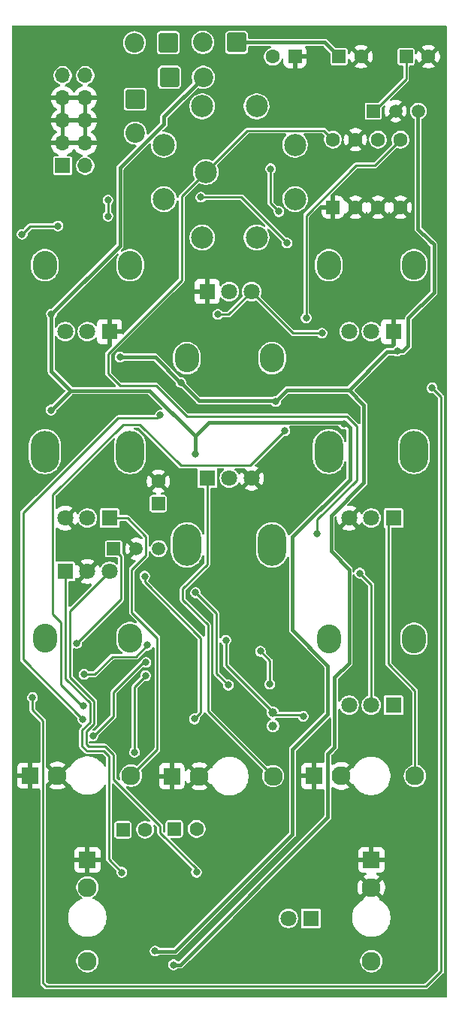
<source format=gbr>
%TF.GenerationSoftware,KiCad,Pcbnew,9.0.6*%
%TF.CreationDate,2025-12-30T09:15:01+01:00*%
%TF.ProjectId,FV1 V3,46563120-5633-42e6-9b69-6361645f7063,rev?*%
%TF.SameCoordinates,Original*%
%TF.FileFunction,Copper,L2,Bot*%
%TF.FilePolarity,Positive*%
%FSLAX46Y46*%
G04 Gerber Fmt 4.6, Leading zero omitted, Abs format (unit mm)*
G04 Created by KiCad (PCBNEW 9.0.6) date 2025-12-30 09:15:01*
%MOMM*%
%LPD*%
G01*
G04 APERTURE LIST*
G04 Aperture macros list*
%AMRoundRect*
0 Rectangle with rounded corners*
0 $1 Rounding radius*
0 $2 $3 $4 $5 $6 $7 $8 $9 X,Y pos of 4 corners*
0 Add a 4 corners polygon primitive as box body*
4,1,4,$2,$3,$4,$5,$6,$7,$8,$9,$2,$3,0*
0 Add four circle primitives for the rounded corners*
1,1,$1+$1,$2,$3*
1,1,$1+$1,$4,$5*
1,1,$1+$1,$6,$7*
1,1,$1+$1,$8,$9*
0 Add four rect primitives between the rounded corners*
20,1,$1+$1,$2,$3,$4,$5,0*
20,1,$1+$1,$4,$5,$6,$7,0*
20,1,$1+$1,$6,$7,$8,$9,0*
20,1,$1+$1,$8,$9,$2,$3,0*%
G04 Aperture macros list end*
%TA.AperFunction,ComponentPad*%
%ADD10RoundRect,0.250000X-0.550000X-0.550000X0.550000X-0.550000X0.550000X0.550000X-0.550000X0.550000X0*%
%TD*%
%TA.AperFunction,ComponentPad*%
%ADD11C,1.600000*%
%TD*%
%TA.AperFunction,ComponentPad*%
%ADD12RoundRect,0.249999X-0.850001X-0.850001X0.850001X-0.850001X0.850001X0.850001X-0.850001X0.850001X0*%
%TD*%
%TA.AperFunction,ComponentPad*%
%ADD13C,2.200000*%
%TD*%
%TA.AperFunction,ComponentPad*%
%ADD14R,1.500000X1.500000*%
%TD*%
%TA.AperFunction,ComponentPad*%
%ADD15C,1.500000*%
%TD*%
%TA.AperFunction,ComponentPad*%
%ADD16C,1.000000*%
%TD*%
%TA.AperFunction,ComponentPad*%
%ADD17RoundRect,0.249999X0.850001X0.850001X-0.850001X0.850001X-0.850001X-0.850001X0.850001X-0.850001X0*%
%TD*%
%TA.AperFunction,ComponentPad*%
%ADD18RoundRect,0.250000X0.550000X-0.550000X0.550000X0.550000X-0.550000X0.550000X-0.550000X-0.550000X0*%
%TD*%
%TA.AperFunction,ComponentPad*%
%ADD19RoundRect,0.250000X0.550000X0.550000X-0.550000X0.550000X-0.550000X-0.550000X0.550000X-0.550000X0*%
%TD*%
%TA.AperFunction,ComponentPad*%
%ADD20R,1.700000X1.700000*%
%TD*%
%TA.AperFunction,ComponentPad*%
%ADD21O,1.700000X1.700000*%
%TD*%
%TA.AperFunction,ComponentPad*%
%ADD22RoundRect,0.249999X-0.850001X0.850001X-0.850001X-0.850001X0.850001X-0.850001X0.850001X0.850001X0*%
%TD*%
%TA.AperFunction,ComponentPad*%
%ADD23O,3.200000X4.700000*%
%TD*%
%TA.AperFunction,ComponentPad*%
%ADD24R,1.800000X1.800000*%
%TD*%
%TA.AperFunction,ComponentPad*%
%ADD25C,1.800000*%
%TD*%
%TA.AperFunction,ComponentPad*%
%ADD26O,2.720000X3.240000*%
%TD*%
%TA.AperFunction,ComponentPad*%
%ADD27R,1.930000X1.830000*%
%TD*%
%TA.AperFunction,ComponentPad*%
%ADD28C,2.130000*%
%TD*%
%TA.AperFunction,ComponentPad*%
%ADD29R,1.830000X1.930000*%
%TD*%
%TA.AperFunction,ComponentPad*%
%ADD30C,2.500000*%
%TD*%
%TA.AperFunction,ViaPad*%
%ADD31C,0.800000*%
%TD*%
%TA.AperFunction,Conductor*%
%ADD32C,0.250000*%
%TD*%
%TA.AperFunction,Conductor*%
%ADD33C,0.400000*%
%TD*%
G04 APERTURE END LIST*
D10*
%TO.P,C5,1*%
%TO.N,Net-(C5-Pad1)*%
X160800000Y-128700000D03*
D11*
%TO.P,C5,2*%
%TO.N,Net-(U14B--)*%
X163300000Y-128700000D03*
%TD*%
D12*
%TO.P,D3,1,K*%
%TO.N,/-12V F*%
X160242818Y-44040000D03*
D13*
%TO.P,D3,2,A*%
%TO.N,-12V*%
X164052818Y-44040000D03*
%TD*%
D10*
%TO.P,C4,1*%
%TO.N,VDD*%
X186917621Y-41720000D03*
D11*
%TO.P,C4,2*%
%TO.N,GND*%
X189417621Y-41720000D03*
%TD*%
D14*
%TO.P,U7,1,VO*%
%TO.N,VDDA*%
X153960000Y-97160000D03*
D15*
%TO.P,U7,2,GND*%
%TO.N,GND*%
X156500000Y-97160000D03*
%TO.P,U7,3,VI*%
%TO.N,+12V*%
X159040000Y-97160000D03*
%TD*%
D16*
%TO.P,Y1,1,1*%
%TO.N,/osc/X2*%
X171900000Y-117100000D03*
%TO.P,Y1,2,2*%
%TO.N,/osc/X1*%
X171900000Y-115600000D03*
%TD*%
D17*
%TO.P,FB1,1*%
%TO.N,/+12V F*%
X160100000Y-40150000D03*
D13*
%TO.P,FB1,2*%
%TO.N,/+12V IN*%
X156290000Y-40150000D03*
%TD*%
D18*
%TO.P,C1,1*%
%TO.N,VDDA*%
X158980000Y-92050000D03*
D11*
%TO.P,C1,2*%
%TO.N,GND*%
X158980000Y-89550000D03*
%TD*%
D19*
%TO.P,C21,1*%
%TO.N,GND*%
X174390000Y-41720000D03*
D11*
%TO.P,C21,2*%
%TO.N,-12V*%
X171890000Y-41720000D03*
%TD*%
D20*
%TO.P,J2,1,Pin_1*%
%TO.N,/-12V IN*%
X148210000Y-54000000D03*
D21*
%TO.P,J2,2,Pin_2*%
X150750000Y-54000000D03*
%TO.P,J2,3,Pin_3*%
%TO.N,GND*%
X148210000Y-51460000D03*
%TO.P,J2,4,Pin_4*%
X150750000Y-51460000D03*
%TO.P,J2,5,Pin_5*%
X148210000Y-48920000D03*
%TO.P,J2,6,Pin_6*%
X150750000Y-48920000D03*
%TO.P,J2,7,Pin_7*%
X148210000Y-46380000D03*
%TO.P,J2,8,Pin_8*%
X150750000Y-46380000D03*
%TO.P,J2,9,Pin_9*%
%TO.N,/+12V IN*%
X148210000Y-43840000D03*
%TO.P,J2,10,Pin_10*%
X150750000Y-43840000D03*
%TD*%
D10*
%TO.P,C19,1*%
%TO.N,+12V*%
X179360000Y-41720000D03*
D11*
%TO.P,C19,2*%
%TO.N,GND*%
X181860000Y-41720000D03*
%TD*%
D22*
%TO.P,FB2,1*%
%TO.N,/-12V F*%
X156390000Y-46522818D03*
D13*
%TO.P,FB2,2*%
%TO.N,/-12V IN*%
X156390000Y-50332818D03*
%TD*%
D10*
%TO.P,C23,1*%
%TO.N,Net-(C23-Pad1)*%
X155000000Y-128800000D03*
D11*
%TO.P,C23,2*%
%TO.N,Net-(U1-LOUT)*%
X157500000Y-128800000D03*
%TD*%
D17*
%TO.P,D2,1,K*%
%TO.N,+12V*%
X167820000Y-40110000D03*
D13*
%TO.P,D2,2,A*%
%TO.N,/+12V F*%
X164010000Y-40110000D03*
%TD*%
D14*
%TO.P,U9,1,VO*%
%TO.N,VDD*%
X183200000Y-47850000D03*
D15*
%TO.P,U9,2,GND*%
%TO.N,GND*%
X185740000Y-47850000D03*
%TO.P,U9,3,VI*%
%TO.N,+12V*%
X188280000Y-47850000D03*
%TD*%
D18*
%TO.P,U2,1,A0*%
%TO.N,GND*%
X178660000Y-58690000D03*
D11*
%TO.P,U2,2,A1*%
X181200000Y-58690000D03*
%TO.P,U2,3,A2*%
X183740000Y-58690000D03*
%TO.P,U2,4,GND*%
X186280000Y-58690000D03*
%TO.P,U2,5,SDA*%
%TO.N,Net-(U1-SDA)*%
X186280000Y-51070000D03*
%TO.P,U2,6,SCL*%
%TO.N,Net-(U1-SCK)*%
X183740000Y-51070000D03*
%TO.P,U2,7,WP*%
%TO.N,GND*%
X181200000Y-51070000D03*
%TO.P,U2,8,VCC*%
%TO.N,VDD*%
X178660000Y-51070000D03*
%TD*%
D23*
%TO.P,RV1,*%
%TO.N,*%
X178200000Y-86200000D03*
X187800000Y-86200000D03*
D24*
%TO.P,RV1,1,1*%
%TO.N,/cv_in/in0*%
X185500000Y-93700000D03*
D25*
%TO.P,RV1,2,2*%
%TO.N,Net-(U3A-+)*%
X183000000Y-93700000D03*
%TO.P,RV1,3,3*%
%TO.N,GND*%
X180500000Y-93700000D03*
%TD*%
D23*
%TO.P,RV2,*%
%TO.N,*%
X171800000Y-96700000D03*
X162200000Y-96700000D03*
D24*
%TO.P,RV2,1,1*%
%TO.N,/cv_in/in1*%
X164500000Y-89200000D03*
D25*
%TO.P,RV2,2,2*%
%TO.N,Net-(U11A-+)*%
X167000000Y-89200000D03*
%TO.P,RV2,3,3*%
%TO.N,GND*%
X169500000Y-89200000D03*
%TD*%
D26*
%TO.P,RV6,*%
%TO.N,*%
X171800000Y-75680000D03*
X162200000Y-75680000D03*
D24*
%TO.P,RV6,1,1*%
%TO.N,GND*%
X164500000Y-68180000D03*
D25*
%TO.P,RV6,2,2*%
%TO.N,Net-(U11B-+)*%
X167000000Y-68180000D03*
%TO.P,RV6,3,3*%
%TO.N,-10V*%
X169500000Y-68180000D03*
%TD*%
D26*
%TO.P,RV7,*%
%TO.N,*%
X146200000Y-65200000D03*
X155800000Y-65200000D03*
D24*
%TO.P,RV7,1,1*%
%TO.N,GND*%
X153500000Y-72700000D03*
D25*
%TO.P,RV7,2,2*%
%TO.N,Net-(U12B-+)*%
X151000000Y-72700000D03*
%TO.P,RV7,3,3*%
%TO.N,-10V*%
X148500000Y-72700000D03*
%TD*%
D27*
%TO.P,J1,S*%
%TO.N,GND*%
X183000000Y-132200000D03*
D28*
%TO.P,J1,T*%
%TO.N,Net-(J1-PadT)*%
X183000000Y-143600000D03*
%TO.P,J1,TN*%
%TO.N,GND*%
X183000000Y-135300000D03*
%TD*%
D27*
%TO.P,J3,S*%
%TO.N,GND*%
X151000000Y-132200000D03*
D28*
%TO.P,J3,T*%
%TO.N,Net-(C32-Pad1)*%
X151000000Y-143600000D03*
%TO.P,J3,TN*%
%TO.N,unconnected-(J3-PadTN)*%
X151000000Y-135300000D03*
%TD*%
D29*
%TO.P,J5,S*%
%TO.N,GND*%
X160520000Y-122760000D03*
D28*
%TO.P,J5,T*%
%TO.N,/cv_in/in1*%
X171920000Y-122760000D03*
%TO.P,J5,TN*%
%TO.N,GND*%
X163620000Y-122760000D03*
%TD*%
D26*
%TO.P,RV9,*%
%TO.N,*%
X155800000Y-107200000D03*
X146200000Y-107200000D03*
D24*
%TO.P,RV9,1,1*%
%TO.N,Net-(R53-Pad2)*%
X148500000Y-99700000D03*
D25*
%TO.P,RV9,2,2*%
%TO.N,GND*%
X151000000Y-99700000D03*
%TO.P,RV9,3,3*%
%TO.N,Net-(R54-Pad2)*%
X153500000Y-99700000D03*
%TD*%
D23*
%TO.P,RV3,*%
%TO.N,*%
X146200000Y-86200000D03*
X155800000Y-86200000D03*
D24*
%TO.P,RV3,1,1*%
%TO.N,/cv_in/in2*%
X153500000Y-93700000D03*
D25*
%TO.P,RV3,2,2*%
%TO.N,Net-(U12A-+)*%
X151000000Y-93700000D03*
%TO.P,RV3,3,3*%
%TO.N,GND*%
X148500000Y-93700000D03*
%TD*%
D26*
%TO.P,RV5,*%
%TO.N,*%
X178200000Y-65200000D03*
X187800000Y-65200000D03*
D24*
%TO.P,RV5,1,1*%
%TO.N,GND*%
X185500000Y-72700000D03*
D25*
%TO.P,RV5,2,2*%
%TO.N,Net-(U3B-+)*%
X183000000Y-72700000D03*
%TO.P,RV5,3,3*%
%TO.N,-10V*%
X180500000Y-72700000D03*
%TD*%
D30*
%TO.P,SW1,1*%
%TO.N,unconnected-(SW1-Pad1)*%
X163939000Y-47309000D03*
%TO.P,SW1,2*%
%TO.N,Net-(D10-K)*%
X159609000Y-51639000D03*
%TO.P,SW1,3*%
%TO.N,Net-(D11-K)*%
X159609000Y-57761000D03*
%TO.P,SW1,4*%
%TO.N,Net-(D4-A)*%
X163939000Y-62091000D03*
%TO.P,SW1,5*%
%TO.N,Net-(D12-K)*%
X170061000Y-62091000D03*
%TO.P,SW1,6*%
%TO.N,Net-(D6-A)*%
X174391000Y-57761000D03*
%TO.P,SW1,7*%
%TO.N,Net-(D8-A)*%
X174391000Y-51639000D03*
%TO.P,SW1,8*%
%TO.N,Net-(D10-A)*%
X170061000Y-47309000D03*
%TO.P,SW1,9*%
%TO.N,VDD*%
X164350000Y-54700000D03*
%TD*%
D29*
%TO.P,J6,S*%
%TO.N,GND*%
X144510000Y-122700000D03*
D28*
%TO.P,J6,T*%
%TO.N,/cv_in/in2*%
X155910000Y-122700000D03*
%TO.P,J6,TN*%
%TO.N,GND*%
X147610000Y-122700000D03*
%TD*%
D26*
%TO.P,RV4,*%
%TO.N,*%
X178190000Y-107280000D03*
X187790000Y-107280000D03*
D24*
%TO.P,RV4,1,1*%
%TO.N,Net-(RV4-Pad1)*%
X185490000Y-114780000D03*
D25*
%TO.P,RV4,2,2*%
X182990000Y-114780000D03*
%TO.P,RV4,3,3*%
%TO.N,Net-(R44-Pad1)*%
X180490000Y-114780000D03*
%TD*%
D24*
%TO.P,D1,1,K*%
%TO.N,Net-(D1-K)*%
X176175000Y-138770000D03*
D25*
%TO.P,D1,2,A*%
%TO.N,VDD*%
X173635000Y-138770000D03*
%TD*%
D29*
%TO.P,J4,S*%
%TO.N,GND*%
X176510000Y-122740000D03*
D28*
%TO.P,J4,T*%
%TO.N,/cv_in/in0*%
X187910000Y-122740000D03*
%TO.P,J4,TN*%
%TO.N,GND*%
X179610000Y-122740000D03*
%TD*%
D31*
%TO.N,GND*%
X146100000Y-115100000D03*
X167240000Y-100210000D03*
X158860000Y-136540000D03*
X158840000Y-138460000D03*
X143400000Y-115100000D03*
X154350000Y-125600000D03*
X162450000Y-107440000D03*
X164550000Y-142700000D03*
X190770000Y-147120000D03*
X175700000Y-110250000D03*
X166450000Y-105500000D03*
X162450000Y-118420000D03*
X165250000Y-136300000D03*
X143150000Y-38830000D03*
X143190000Y-146980000D03*
X167240000Y-95900000D03*
X163450000Y-138400000D03*
X169770000Y-99500000D03*
X166050000Y-140850000D03*
X166050000Y-115080000D03*
X158840000Y-140360000D03*
X162460000Y-114410000D03*
X190850000Y-38800000D03*
%TO.N,+12V*%
X172212500Y-80550000D03*
X161530000Y-78420000D03*
X185890000Y-74900000D03*
X154660000Y-75560000D03*
X160690000Y-144010000D03*
%TO.N,-12V*%
X146940000Y-70710000D03*
X146900000Y-81530000D03*
X163120000Y-86455500D03*
X179909000Y-83100000D03*
X158620000Y-142470000D03*
%TO.N,VDDA*%
X166880000Y-112510000D03*
X149800000Y-107800000D03*
X163180000Y-102090000D03*
%TO.N,VDD*%
X176900000Y-95450000D03*
%TO.N,-10V*%
X165700000Y-70760000D03*
X177440000Y-72860000D03*
%TO.N,/pot0_cv*%
X150620000Y-111290000D03*
X157770000Y-108020000D03*
%TO.N,Net-(U8A--)*%
X144800000Y-113900000D03*
X189840000Y-79030000D03*
%TO.N,/pot1_cv*%
X151600000Y-118250000D03*
X157600000Y-109950000D03*
%TO.N,Net-(U8B--)*%
X150545000Y-114867760D03*
X173250000Y-83850000D03*
%TO.N,/pot2_cv*%
X157555000Y-111455000D03*
X156310000Y-120070000D03*
%TO.N,Net-(U8C--)*%
X159200000Y-82100000D03*
X150494337Y-116364337D03*
%TO.N,/osc/X2*%
X170500000Y-108700000D03*
X171550000Y-112400000D03*
%TO.N,/osc/X1*%
X166600000Y-107450000D03*
X175325000Y-116025000D03*
%TO.N,Net-(U1-REFP)*%
X163060000Y-116320000D03*
X157450000Y-100240000D03*
%TO.N,Net-(RV4-Pad1)*%
X181700000Y-99900000D03*
%TO.N,Net-(D10-K)*%
X163770000Y-57550000D03*
X153320000Y-57890000D03*
X173490000Y-62700000D03*
X153320000Y-59680000D03*
%TO.N,Net-(R53-Pad2)*%
X154890000Y-133600000D03*
%TO.N,Net-(R54-Pad2)*%
X163290000Y-133590000D03*
%TO.N,Net-(D12-K)*%
X147680000Y-60800000D03*
X143640000Y-61730000D03*
X172580000Y-59170000D03*
X171640000Y-54350000D03*
%TO.N,Net-(U1-SDA)*%
X175650000Y-71150000D03*
%TD*%
D32*
%TO.N,GND*%
X188050000Y-72680000D02*
X188050000Y-72770000D01*
X188050000Y-72770000D02*
X188030000Y-72750000D01*
D33*
%TO.N,+12V*%
X190050000Y-62890000D02*
X189530000Y-62370000D01*
X160690000Y-144010000D02*
X161470000Y-144010000D01*
X161530000Y-78420000D02*
X161490000Y-78420000D01*
X172112500Y-80450000D02*
X163560000Y-80450000D01*
X190050000Y-68290000D02*
X190050000Y-62890000D01*
X189530000Y-62370000D02*
X189510000Y-62370000D01*
X182150000Y-89690000D02*
X182150000Y-80940000D01*
X161490000Y-78420000D02*
X158630000Y-75560000D01*
X182150000Y-80940000D02*
X180480000Y-79270000D01*
X189510000Y-62370000D02*
X188260000Y-61120000D01*
X187150000Y-71190000D02*
X190050000Y-68290000D01*
X185810000Y-74980000D02*
X185890000Y-74900000D01*
X163560000Y-80450000D02*
X161530000Y-78420000D01*
X180480000Y-79270000D02*
X184770000Y-74980000D01*
X188260000Y-61120000D02*
X188260000Y-48030000D01*
X185890000Y-74900000D02*
X186520000Y-74900000D01*
X173492500Y-79270000D02*
X180480000Y-79270000D01*
X178090000Y-127390000D02*
X178090000Y-120230000D01*
X178860000Y-119460000D02*
X178860000Y-111620000D01*
X178860000Y-111620000D02*
X180480000Y-110000000D01*
X180480000Y-99480000D02*
X178440000Y-97440000D01*
X178440000Y-97440000D02*
X178440000Y-93400000D01*
X187150000Y-74270000D02*
X187150000Y-71190000D01*
X186520000Y-74900000D02*
X187150000Y-74270000D01*
X180480000Y-110000000D02*
X180480000Y-99480000D01*
X158630000Y-75560000D02*
X154660000Y-75560000D01*
X177750000Y-40110000D02*
X179360000Y-41720000D01*
X184770000Y-74980000D02*
X185810000Y-74980000D01*
X161470000Y-144010000D02*
X178090000Y-127390000D01*
X178090000Y-120230000D02*
X178860000Y-119460000D01*
X178440000Y-93400000D02*
X182150000Y-89690000D01*
X172212500Y-80550000D02*
X172112500Y-80450000D01*
X172212500Y-80550000D02*
X173492500Y-79270000D01*
X167820000Y-40110000D02*
X177750000Y-40110000D01*
%TO.N,-12V*%
X146900000Y-81530000D02*
X149100000Y-79330000D01*
X174120000Y-106330000D02*
X178100000Y-110310000D01*
X146900000Y-77130000D02*
X149100000Y-79330000D01*
X154670000Y-62990000D02*
X146900000Y-70760000D01*
X164052818Y-44040000D02*
X159610000Y-48482818D01*
X159610000Y-48482818D02*
X159610000Y-49280000D01*
X149100000Y-79330000D02*
X158000000Y-79330000D01*
X174100000Y-129300000D02*
X160910000Y-142490000D01*
X146900000Y-70760000D02*
X146900000Y-77130000D01*
X174120000Y-95800000D02*
X174120000Y-106330000D01*
X160910000Y-142490000D02*
X158640000Y-142490000D01*
X180200000Y-83100000D02*
X180600000Y-83500000D01*
X179909000Y-83100000D02*
X179709000Y-82900000D01*
X158640000Y-142490000D02*
X158620000Y-142470000D01*
X179909000Y-83100000D02*
X180200000Y-83100000D01*
X180600000Y-83500000D02*
X180600000Y-89320000D01*
X178100000Y-115750000D02*
X174100000Y-119750000D01*
X158000000Y-79330000D02*
X163120000Y-84450000D01*
X174100000Y-119750000D02*
X174100000Y-129300000D01*
X164660000Y-82900000D02*
X163120000Y-84440000D01*
X179709000Y-82900000D02*
X164660000Y-82900000D01*
X159610000Y-49280000D02*
X154670000Y-54220000D01*
X163120000Y-84440000D02*
X163120000Y-86455500D01*
X180600000Y-89320000D02*
X174120000Y-95800000D01*
X154670000Y-54220000D02*
X154670000Y-62990000D01*
X178100000Y-110310000D02*
X178100000Y-115750000D01*
D32*
%TO.N,VDDA*%
X165530000Y-111160000D02*
X166880000Y-112510000D01*
X154751000Y-97951000D02*
X154751000Y-102849000D01*
X153960000Y-97160000D02*
X154751000Y-97951000D01*
X163180000Y-102090000D02*
X165530000Y-104440000D01*
X154751000Y-102849000D02*
X149800000Y-107800000D01*
X165530000Y-104440000D02*
X165530000Y-111160000D01*
%TO.N,VDD*%
X186917621Y-44232379D02*
X183210000Y-47940000D01*
X161610000Y-66884976D02*
X161610000Y-57440000D01*
X158741447Y-78758553D02*
X154658553Y-78758553D01*
X169011000Y-50039000D02*
X164350000Y-54700000D01*
X181350000Y-89420000D02*
X181350000Y-83350000D01*
X178660000Y-51070000D02*
X177629000Y-50039000D01*
X180250000Y-82250000D02*
X162232894Y-82250000D01*
X161610000Y-57440000D02*
X164350000Y-54700000D01*
X186917621Y-41720000D02*
X186917621Y-44232379D01*
X177629000Y-50039000D02*
X169011000Y-50039000D01*
X154658553Y-78758553D02*
X153314976Y-77414976D01*
X162232894Y-82250000D02*
X158741447Y-78758553D01*
X153314976Y-77414976D02*
X153314976Y-75180000D01*
X181350000Y-83350000D02*
X180250000Y-82250000D01*
X176900000Y-95450000D02*
X176900000Y-93870000D01*
X176900000Y-93870000D02*
X181350000Y-89420000D01*
X153314976Y-75180000D02*
X161610000Y-66884976D01*
%TO.N,-10V*%
X177440000Y-72860000D02*
X174180000Y-72860000D01*
X166920000Y-70760000D02*
X165700000Y-70760000D01*
X169500000Y-68180000D02*
X166920000Y-70760000D01*
X174180000Y-72860000D02*
X169500000Y-68180000D01*
%TO.N,/pot0_cv*%
X156490000Y-109300000D02*
X153820000Y-109300000D01*
X151810000Y-111310000D02*
X150640000Y-111310000D01*
X153820000Y-109300000D02*
X151810000Y-111310000D01*
X150640000Y-111310000D02*
X150620000Y-111290000D01*
X157770000Y-108020000D02*
X156490000Y-109300000D01*
%TO.N,Net-(U8A--)*%
X146000000Y-146070000D02*
X146380000Y-146450000D01*
X144800000Y-115300000D02*
X146000000Y-116500000D01*
X190840000Y-144740000D02*
X190840000Y-80030000D01*
X144800000Y-113900000D02*
X144800000Y-115300000D01*
X146380000Y-146450000D02*
X189130000Y-146450000D01*
X190840000Y-80030000D02*
X189840000Y-79030000D01*
X189130000Y-146450000D02*
X190840000Y-144740000D01*
X146000000Y-116500000D02*
X146000000Y-146070000D01*
%TO.N,/pot1_cv*%
X151600000Y-118250000D02*
X151700000Y-118250000D01*
X157275000Y-109950000D02*
X157600000Y-109950000D01*
X153900000Y-113325000D02*
X157275000Y-109950000D01*
X151700000Y-118250000D02*
X153900000Y-116050000D01*
X153900000Y-116050000D02*
X153900000Y-113325000D01*
%TO.N,Net-(U8B--)*%
X150414582Y-114867760D02*
X148029838Y-112483016D01*
X148029838Y-105449838D02*
X147100000Y-104520000D01*
X156906225Y-83150000D02*
X161506225Y-87750000D01*
X147100000Y-91050000D02*
X155000000Y-83150000D01*
X148029838Y-112483016D02*
X148029838Y-105449838D01*
X150545000Y-114867760D02*
X150414582Y-114867760D01*
X169350000Y-87750000D02*
X173250000Y-83850000D01*
X147100000Y-104520000D02*
X147100000Y-91050000D01*
X161506225Y-87750000D02*
X169350000Y-87750000D01*
X155000000Y-83150000D02*
X156906225Y-83150000D01*
%TO.N,/pot2_cv*%
X156310000Y-112700000D02*
X156310000Y-120070000D01*
X157555000Y-111455000D02*
X156310000Y-112700000D01*
%TO.N,Net-(U8C--)*%
X145320000Y-91560000D02*
X145280000Y-91560000D01*
X143730000Y-109600000D02*
X150494337Y-116364337D01*
X145280000Y-91560000D02*
X143730000Y-93110000D01*
X159200000Y-82100000D02*
X158870000Y-82430000D01*
X154450000Y-82430000D02*
X145320000Y-91560000D01*
X143730000Y-93110000D02*
X143730000Y-109600000D01*
X158870000Y-82430000D02*
X154450000Y-82430000D01*
%TO.N,/osc/X2*%
X171550000Y-109750000D02*
X170500000Y-108700000D01*
X171550000Y-112400000D02*
X171550000Y-109750000D01*
%TO.N,/osc/X1*%
X166600000Y-107450000D02*
X166600000Y-110250000D01*
X166600000Y-110250000D02*
X171890000Y-115540000D01*
X175325000Y-116025000D02*
X175150000Y-115850000D01*
X175150000Y-115850000D02*
X172150000Y-115850000D01*
%TO.N,Net-(U1-REFP)*%
X157450000Y-100240000D02*
X157450000Y-100880000D01*
X157450000Y-100880000D02*
X163760000Y-107190000D01*
X163760000Y-115620000D02*
X163060000Y-116320000D01*
X163760000Y-107190000D02*
X163760000Y-115620000D01*
%TO.N,/cv_in/in0*%
X187910000Y-113110000D02*
X187910000Y-122740000D01*
X184890000Y-94310000D02*
X184890000Y-110090000D01*
X184890000Y-110090000D02*
X187910000Y-113110000D01*
%TO.N,/cv_in/in1*%
X161745000Y-102895000D02*
X161745000Y-101655000D01*
X164500000Y-98900000D02*
X164500000Y-89200000D01*
X171920000Y-122760000D02*
X164570000Y-115410000D01*
X161745000Y-101655000D02*
X164500000Y-98900000D01*
X164570000Y-115410000D02*
X164570000Y-105720000D01*
X164570000Y-105720000D02*
X161745000Y-102895000D01*
%TO.N,/cv_in/in2*%
X158880000Y-107180000D02*
X158880000Y-119730000D01*
X158880000Y-119730000D02*
X155910000Y-122700000D01*
X153500000Y-93700000D02*
X155510000Y-93700000D01*
X156000000Y-104300000D02*
X158880000Y-107180000D01*
X155510000Y-93700000D02*
X157575000Y-95765000D01*
X157575000Y-95765000D02*
X157575000Y-97925000D01*
X157575000Y-97925000D02*
X156000000Y-99500000D01*
X156000000Y-99500000D02*
X156000000Y-104300000D01*
%TO.N,Net-(RV4-Pad1)*%
X182990000Y-101190000D02*
X181700000Y-99900000D01*
X182990000Y-114780000D02*
X182990000Y-101190000D01*
%TO.N,Net-(D10-K)*%
X168340000Y-57550000D02*
X163770000Y-57550000D01*
X173490000Y-62700000D02*
X168340000Y-57550000D01*
X153320000Y-59680000D02*
X153320000Y-57890000D01*
%TO.N,Net-(R53-Pad2)*%
X153419536Y-120507346D02*
X153419536Y-132129536D01*
X150399000Y-117551000D02*
X150399000Y-119370694D01*
X148540000Y-111750215D02*
X151270000Y-114480215D01*
X153419536Y-132129536D02*
X154890000Y-133600000D01*
X151270000Y-116680000D02*
X150399000Y-117551000D01*
X152862190Y-119950000D02*
X153419536Y-120507346D01*
X150399000Y-119370694D02*
X150978306Y-119950000D01*
X150978306Y-119950000D02*
X152862190Y-119950000D01*
X148540000Y-99740000D02*
X148540000Y-111750215D01*
X151270000Y-114480215D02*
X151270000Y-116680000D01*
%TO.N,Net-(R54-Pad2)*%
X150850000Y-119183884D02*
X150850000Y-117737810D01*
X149050000Y-111622405D02*
X149050000Y-104150000D01*
X151096116Y-119430000D02*
X150850000Y-119183884D01*
X153920000Y-123100000D02*
X153920000Y-120370000D01*
X159175000Y-129125000D02*
X159175000Y-128355000D01*
X163290000Y-133240000D02*
X159175000Y-129125000D01*
X149050000Y-104150000D02*
X153500000Y-99700000D01*
X163290000Y-133590000D02*
X163290000Y-133240000D01*
X151721000Y-116866810D02*
X151721000Y-114293405D01*
X151721000Y-114293405D02*
X149050000Y-111622405D01*
X152980000Y-119430000D02*
X151096116Y-119430000D01*
X150850000Y-117737810D02*
X151721000Y-116866810D01*
X153920000Y-120370000D02*
X152980000Y-119430000D01*
X159175000Y-128355000D02*
X153920000Y-123100000D01*
%TO.N,Net-(D12-K)*%
X144570000Y-60800000D02*
X147680000Y-60800000D01*
X143640000Y-61730000D02*
X144570000Y-60800000D01*
X171640000Y-54350000D02*
X171640000Y-58230000D01*
X171640000Y-58230000D02*
X172580000Y-59170000D01*
%TO.N,Net-(U1-SDA)*%
X181300000Y-53950000D02*
X183400000Y-53950000D01*
X175650000Y-71150000D02*
X175650000Y-59600000D01*
X175650000Y-59600000D02*
X181300000Y-53950000D01*
X183400000Y-53950000D02*
X186280000Y-51070000D01*
%TD*%
%TA.AperFunction,Conductor*%
%TO.N,GND*%
G36*
X150534075Y-99892993D02*
G01*
X150599901Y-100007007D01*
X150692993Y-100100099D01*
X150807007Y-100165925D01*
X150870590Y-100182962D01*
X150202485Y-100851065D01*
X150202485Y-100851066D01*
X150266243Y-100897388D01*
X150462589Y-100997432D01*
X150672164Y-101065526D01*
X150889819Y-101100000D01*
X151110181Y-101100000D01*
X151327832Y-101065527D01*
X151349608Y-101058452D01*
X151419449Y-101056457D01*
X151479282Y-101092537D01*
X151510111Y-101155237D01*
X151502147Y-101224652D01*
X151475608Y-101264064D01*
X149077181Y-103662491D01*
X149015858Y-103695976D01*
X148946166Y-103690992D01*
X148890233Y-103649120D01*
X148865816Y-103583656D01*
X148865500Y-103574810D01*
X148865500Y-100924500D01*
X148885185Y-100857461D01*
X148937989Y-100811706D01*
X148989500Y-100800500D01*
X149419750Y-100800500D01*
X149419751Y-100800499D01*
X149434568Y-100797552D01*
X149478229Y-100788868D01*
X149478229Y-100788867D01*
X149478231Y-100788867D01*
X149544552Y-100744552D01*
X149588867Y-100678231D01*
X149588867Y-100678229D01*
X149588868Y-100678229D01*
X149600499Y-100619752D01*
X149600500Y-100619750D01*
X149600500Y-100537208D01*
X149620185Y-100470169D01*
X149672989Y-100424414D01*
X149742147Y-100414470D01*
X149805703Y-100443495D01*
X149824819Y-100464324D01*
X149848932Y-100497513D01*
X150517037Y-99829408D01*
X150534075Y-99892993D01*
G37*
%TD.AperFunction*%
%TA.AperFunction,Conductor*%
G36*
X168744730Y-88095185D02*
G01*
X168765372Y-88111819D01*
X169370590Y-88717037D01*
X169307007Y-88734075D01*
X169192993Y-88799901D01*
X169099901Y-88892993D01*
X169034075Y-89007007D01*
X169017037Y-89070590D01*
X168348932Y-88402485D01*
X168348931Y-88402485D01*
X168302616Y-88466233D01*
X168202566Y-88662590D01*
X168201127Y-88667022D01*
X168161688Y-88724697D01*
X168097329Y-88751893D01*
X168028482Y-88739977D01*
X167977008Y-88692731D01*
X167972712Y-88684995D01*
X167941233Y-88623213D01*
X167901321Y-88568280D01*
X167839414Y-88483072D01*
X167716928Y-88360586D01*
X167633287Y-88299817D01*
X167590623Y-88244488D01*
X167584644Y-88174874D01*
X167617250Y-88113079D01*
X167678089Y-88078722D01*
X167706174Y-88075500D01*
X168677691Y-88075500D01*
X168744730Y-88095185D01*
G37*
%TD.AperFunction*%
%TA.AperFunction,Conductor*%
G36*
X150284075Y-51267007D02*
G01*
X150250000Y-51394174D01*
X150250000Y-51525826D01*
X150284075Y-51652993D01*
X150316988Y-51710000D01*
X148643012Y-51710000D01*
X148675925Y-51652993D01*
X148710000Y-51525826D01*
X148710000Y-51394174D01*
X148675925Y-51267007D01*
X148643012Y-51210000D01*
X150316988Y-51210000D01*
X150284075Y-51267007D01*
G37*
%TD.AperFunction*%
%TA.AperFunction,Conductor*%
G36*
X148460000Y-51026988D02*
G01*
X148402993Y-50994075D01*
X148275826Y-50960000D01*
X148144174Y-50960000D01*
X148017007Y-50994075D01*
X147960000Y-51026988D01*
X147960000Y-49353012D01*
X148017007Y-49385925D01*
X148144174Y-49420000D01*
X148275826Y-49420000D01*
X148402993Y-49385925D01*
X148460000Y-49353012D01*
X148460000Y-51026988D01*
G37*
%TD.AperFunction*%
%TA.AperFunction,Conductor*%
G36*
X151000000Y-51026988D02*
G01*
X150942993Y-50994075D01*
X150815826Y-50960000D01*
X150684174Y-50960000D01*
X150557007Y-50994075D01*
X150500000Y-51026988D01*
X150500000Y-49353012D01*
X150557007Y-49385925D01*
X150684174Y-49420000D01*
X150815826Y-49420000D01*
X150942993Y-49385925D01*
X151000000Y-49353012D01*
X151000000Y-51026988D01*
G37*
%TD.AperFunction*%
%TA.AperFunction,Conductor*%
G36*
X150284075Y-48727007D02*
G01*
X150250000Y-48854174D01*
X150250000Y-48985826D01*
X150284075Y-49112993D01*
X150316988Y-49170000D01*
X148643012Y-49170000D01*
X148675925Y-49112993D01*
X148710000Y-48985826D01*
X148710000Y-48854174D01*
X148675925Y-48727007D01*
X148643012Y-48670000D01*
X150316988Y-48670000D01*
X150284075Y-48727007D01*
G37*
%TD.AperFunction*%
%TA.AperFunction,Conductor*%
G36*
X148460000Y-48486988D02*
G01*
X148402993Y-48454075D01*
X148275826Y-48420000D01*
X148144174Y-48420000D01*
X148017007Y-48454075D01*
X147960000Y-48486988D01*
X147960000Y-46813012D01*
X148017007Y-46845925D01*
X148144174Y-46880000D01*
X148275826Y-46880000D01*
X148402993Y-46845925D01*
X148460000Y-46813012D01*
X148460000Y-48486988D01*
G37*
%TD.AperFunction*%
%TA.AperFunction,Conductor*%
G36*
X151000000Y-48486988D02*
G01*
X150942993Y-48454075D01*
X150815826Y-48420000D01*
X150684174Y-48420000D01*
X150557007Y-48454075D01*
X150500000Y-48486988D01*
X150500000Y-46813012D01*
X150557007Y-46845925D01*
X150684174Y-46880000D01*
X150815826Y-46880000D01*
X150942993Y-46845925D01*
X151000000Y-46813012D01*
X151000000Y-48486988D01*
G37*
%TD.AperFunction*%
%TA.AperFunction,Conductor*%
G36*
X150284075Y-46187007D02*
G01*
X150250000Y-46314174D01*
X150250000Y-46445826D01*
X150284075Y-46572993D01*
X150316988Y-46630000D01*
X148643012Y-46630000D01*
X148675925Y-46572993D01*
X148710000Y-46445826D01*
X148710000Y-46314174D01*
X148675925Y-46187007D01*
X148643012Y-46130000D01*
X150316988Y-46130000D01*
X150284075Y-46187007D01*
G37*
%TD.AperFunction*%
%TA.AperFunction,Conductor*%
G36*
X191442539Y-38220185D02*
G01*
X191488294Y-38272989D01*
X191499500Y-38324500D01*
X191499500Y-147575500D01*
X191479815Y-147642539D01*
X191427011Y-147688294D01*
X191375500Y-147699500D01*
X142624500Y-147699500D01*
X142557461Y-147679815D01*
X142511706Y-147627011D01*
X142500500Y-147575500D01*
X142500500Y-121687155D01*
X143095000Y-121687155D01*
X143095000Y-122450000D01*
X143953294Y-122450000D01*
X143923442Y-122522069D01*
X143900000Y-122639920D01*
X143900000Y-122760080D01*
X143923442Y-122877931D01*
X143953294Y-122950000D01*
X143095000Y-122950000D01*
X143095000Y-123712844D01*
X143101401Y-123772372D01*
X143101403Y-123772379D01*
X143151645Y-123907086D01*
X143151649Y-123907093D01*
X143237809Y-124022187D01*
X143237812Y-124022190D01*
X143352906Y-124108350D01*
X143352913Y-124108354D01*
X143487620Y-124158596D01*
X143487627Y-124158598D01*
X143547155Y-124164999D01*
X143547172Y-124165000D01*
X144260000Y-124165000D01*
X144260000Y-123256706D01*
X144332069Y-123286558D01*
X144449920Y-123310000D01*
X144570080Y-123310000D01*
X144687931Y-123286558D01*
X144760000Y-123256706D01*
X144760000Y-124165000D01*
X145472828Y-124165000D01*
X145472839Y-124164999D01*
X145537242Y-124158074D01*
X145606002Y-124170478D01*
X145657140Y-124218087D01*
X145674500Y-124281363D01*
X145674500Y-146027147D01*
X145674500Y-146112853D01*
X145677621Y-146124500D01*
X145696682Y-146195640D01*
X145718108Y-146232750D01*
X145739535Y-146269862D01*
X146180138Y-146710465D01*
X146254361Y-146753318D01*
X146337147Y-146775500D01*
X146337149Y-146775500D01*
X189172851Y-146775500D01*
X189172853Y-146775500D01*
X189255639Y-146753318D01*
X189329862Y-146710465D01*
X191100465Y-144939862D01*
X191143318Y-144865639D01*
X191165500Y-144782853D01*
X191165500Y-144697147D01*
X191165500Y-80082855D01*
X191165501Y-80082842D01*
X191165501Y-79987149D01*
X191155413Y-79949500D01*
X191143318Y-79904362D01*
X191143314Y-79904355D01*
X191100469Y-79830144D01*
X191100466Y-79830140D01*
X191100465Y-79830138D01*
X191039862Y-79769535D01*
X191039861Y-79769534D01*
X191035531Y-79765204D01*
X191035520Y-79765194D01*
X190476629Y-79206302D01*
X190443144Y-79144979D01*
X190441994Y-79117185D01*
X190440500Y-79117185D01*
X190440500Y-78950945D01*
X190440500Y-78950943D01*
X190399577Y-78798216D01*
X190388565Y-78779142D01*
X190320524Y-78661290D01*
X190320518Y-78661282D01*
X190208717Y-78549481D01*
X190208709Y-78549475D01*
X190071790Y-78470426D01*
X190071786Y-78470424D01*
X190071784Y-78470423D01*
X189919057Y-78429500D01*
X189760943Y-78429500D01*
X189608216Y-78470423D01*
X189608209Y-78470426D01*
X189471290Y-78549475D01*
X189471282Y-78549481D01*
X189359481Y-78661282D01*
X189359475Y-78661290D01*
X189280426Y-78798209D01*
X189280423Y-78798216D01*
X189239500Y-78950943D01*
X189239500Y-79109057D01*
X189275208Y-79242319D01*
X189280423Y-79261783D01*
X189280426Y-79261790D01*
X189359475Y-79398709D01*
X189359479Y-79398714D01*
X189359480Y-79398716D01*
X189471284Y-79510520D01*
X189471286Y-79510521D01*
X189471290Y-79510524D01*
X189608209Y-79589573D01*
X189608216Y-79589577D01*
X189760943Y-79630500D01*
X189760945Y-79630500D01*
X189927185Y-79630500D01*
X189927185Y-79633683D01*
X189981398Y-79642102D01*
X190016302Y-79666629D01*
X190478181Y-80128507D01*
X190511666Y-80189830D01*
X190514500Y-80216188D01*
X190514500Y-144553811D01*
X190494815Y-144620850D01*
X190478181Y-144641492D01*
X189031492Y-146088181D01*
X188970169Y-146121666D01*
X188943811Y-146124500D01*
X146566189Y-146124500D01*
X146536748Y-146115855D01*
X146506762Y-146109332D01*
X146501746Y-146105577D01*
X146499150Y-146104815D01*
X146478508Y-146088181D01*
X146361819Y-145971492D01*
X146328334Y-145910169D01*
X146325500Y-145883811D01*
X146325500Y-143500403D01*
X149734500Y-143500403D01*
X149734500Y-143699596D01*
X149765661Y-143896340D01*
X149765661Y-143896343D01*
X149827213Y-144085780D01*
X149828883Y-144089057D01*
X149917647Y-144263266D01*
X150034731Y-144424418D01*
X150175582Y-144565269D01*
X150336734Y-144682353D01*
X150514217Y-144772785D01*
X150514219Y-144772786D01*
X150703657Y-144834338D01*
X150703658Y-144834338D01*
X150703661Y-144834339D01*
X150900403Y-144865500D01*
X150900404Y-144865500D01*
X151099596Y-144865500D01*
X151099597Y-144865500D01*
X151296339Y-144834339D01*
X151296342Y-144834338D01*
X151296343Y-144834338D01*
X151485780Y-144772786D01*
X151485780Y-144772785D01*
X151485783Y-144772785D01*
X151663266Y-144682353D01*
X151824418Y-144565269D01*
X151965269Y-144424418D01*
X152082353Y-144263266D01*
X152172785Y-144085783D01*
X152172786Y-144085780D01*
X152234338Y-143896343D01*
X152234338Y-143896342D01*
X152234339Y-143896339D01*
X152265500Y-143699597D01*
X152265500Y-143500403D01*
X152234339Y-143303661D01*
X152234338Y-143303657D01*
X152234338Y-143303656D01*
X152172786Y-143114219D01*
X152150510Y-143070500D01*
X152082353Y-142936734D01*
X151965269Y-142775582D01*
X151824418Y-142634731D01*
X151663266Y-142517647D01*
X151485780Y-142427213D01*
X151296342Y-142365661D01*
X151148782Y-142342290D01*
X151099597Y-142334500D01*
X150900403Y-142334500D01*
X150834822Y-142344887D01*
X150703659Y-142365661D01*
X150703656Y-142365661D01*
X150514219Y-142427213D01*
X150336733Y-142517647D01*
X150244790Y-142584447D01*
X150175582Y-142634731D01*
X150175580Y-142634733D01*
X150175579Y-142634733D01*
X150034733Y-142775579D01*
X150034733Y-142775580D01*
X150034731Y-142775582D01*
X149988861Y-142838716D01*
X149917647Y-142936733D01*
X149827213Y-143114219D01*
X149765661Y-143303656D01*
X149765661Y-143303659D01*
X149734500Y-143500403D01*
X146325500Y-143500403D01*
X146325500Y-138538392D01*
X148839500Y-138538392D01*
X148839500Y-138821607D01*
X148876464Y-139102386D01*
X148876465Y-139102391D01*
X148876466Y-139102397D01*
X148876467Y-139102399D01*
X148949766Y-139375958D01*
X149058145Y-139637608D01*
X149058150Y-139637618D01*
X149199751Y-139882880D01*
X149372169Y-140107578D01*
X149572421Y-140307830D01*
X149572425Y-140307833D01*
X149572427Y-140307835D01*
X149797115Y-140480245D01*
X149797119Y-140480248D01*
X150042381Y-140621849D01*
X150042391Y-140621854D01*
X150187367Y-140681905D01*
X150304040Y-140730233D01*
X150577603Y-140803534D01*
X150775909Y-140829641D01*
X150858392Y-140840500D01*
X150858393Y-140840500D01*
X151141608Y-140840500D01*
X151205361Y-140832106D01*
X151422397Y-140803534D01*
X151695960Y-140730233D01*
X151957615Y-140621851D01*
X152202885Y-140480245D01*
X152427573Y-140307835D01*
X152627835Y-140107573D01*
X152800245Y-139882885D01*
X152807396Y-139870500D01*
X152941849Y-139637618D01*
X152941854Y-139637608D01*
X153004267Y-139486930D01*
X153050233Y-139375960D01*
X153123534Y-139102397D01*
X153160500Y-138821607D01*
X153160500Y-138538393D01*
X153123534Y-138257603D01*
X153050233Y-137984040D01*
X152994816Y-137850252D01*
X152941854Y-137722391D01*
X152941849Y-137722381D01*
X152800248Y-137477119D01*
X152627830Y-137252421D01*
X152427578Y-137052169D01*
X152202880Y-136879751D01*
X151957618Y-136738150D01*
X151957608Y-136738145D01*
X151695956Y-136629765D01*
X151668327Y-136622362D01*
X151608667Y-136585996D01*
X151578139Y-136523149D01*
X151586436Y-136453773D01*
X151630922Y-136399896D01*
X151644116Y-136392110D01*
X151663266Y-136382353D01*
X151824418Y-136265269D01*
X151965269Y-136124418D01*
X152082353Y-135963266D01*
X152172785Y-135785783D01*
X152172786Y-135785780D01*
X152234338Y-135596343D01*
X152234338Y-135596342D01*
X152234339Y-135596339D01*
X152265500Y-135399597D01*
X152265500Y-135200403D01*
X152234339Y-135003661D01*
X152234338Y-135003657D01*
X152234338Y-135003656D01*
X152172786Y-134814219D01*
X152082352Y-134636733D01*
X152068222Y-134617285D01*
X151965269Y-134475582D01*
X151824418Y-134334731D01*
X151663266Y-134217647D01*
X151609985Y-134190499D01*
X151485780Y-134127213D01*
X151296342Y-134065661D01*
X151148782Y-134042290D01*
X151099597Y-134034500D01*
X150900403Y-134034500D01*
X150834822Y-134044887D01*
X150703659Y-134065661D01*
X150703656Y-134065661D01*
X150514219Y-134127213D01*
X150336733Y-134217647D01*
X150244790Y-134284447D01*
X150175582Y-134334731D01*
X150175580Y-134334733D01*
X150175579Y-134334733D01*
X150034733Y-134475579D01*
X150034733Y-134475580D01*
X150034731Y-134475582D01*
X149984447Y-134544790D01*
X149917647Y-134636733D01*
X149827213Y-134814219D01*
X149765661Y-135003656D01*
X149765661Y-135003659D01*
X149734500Y-135200403D01*
X149734500Y-135399596D01*
X149765661Y-135596340D01*
X149765661Y-135596343D01*
X149827213Y-135785780D01*
X149827215Y-135785783D01*
X149917647Y-135963266D01*
X150034731Y-136124418D01*
X150175582Y-136265269D01*
X150336734Y-136382353D01*
X150355866Y-136392101D01*
X150355868Y-136392102D01*
X150406665Y-136440075D01*
X150423462Y-136507896D01*
X150400926Y-136574031D01*
X150346212Y-136617484D01*
X150331673Y-136622362D01*
X150304041Y-136629766D01*
X150042391Y-136738145D01*
X150042381Y-136738150D01*
X149797119Y-136879751D01*
X149572421Y-137052169D01*
X149372169Y-137252421D01*
X149199751Y-137477119D01*
X149058150Y-137722381D01*
X149058145Y-137722391D01*
X148949766Y-137984041D01*
X148876467Y-138257600D01*
X148876464Y-138257613D01*
X148839500Y-138538392D01*
X146325500Y-138538392D01*
X146325500Y-131237155D01*
X149535000Y-131237155D01*
X149535000Y-131950000D01*
X150443294Y-131950000D01*
X150413442Y-132022069D01*
X150390000Y-132139920D01*
X150390000Y-132260080D01*
X150413442Y-132377931D01*
X150443294Y-132450000D01*
X149535000Y-132450000D01*
X149535000Y-133162844D01*
X149541401Y-133222372D01*
X149541403Y-133222379D01*
X149591645Y-133357086D01*
X149591649Y-133357093D01*
X149677809Y-133472187D01*
X149677812Y-133472190D01*
X149792906Y-133558350D01*
X149792913Y-133558354D01*
X149927620Y-133608596D01*
X149927627Y-133608598D01*
X149987155Y-133614999D01*
X149987172Y-133615000D01*
X150750000Y-133615000D01*
X150750000Y-132756706D01*
X150822069Y-132786558D01*
X150939920Y-132810000D01*
X151060080Y-132810000D01*
X151177931Y-132786558D01*
X151250000Y-132756706D01*
X151250000Y-133615000D01*
X152012828Y-133615000D01*
X152012844Y-133614999D01*
X152072372Y-133608598D01*
X152072379Y-133608596D01*
X152207086Y-133558354D01*
X152207093Y-133558350D01*
X152322187Y-133472190D01*
X152322190Y-133472187D01*
X152408350Y-133357093D01*
X152408354Y-133357086D01*
X152458596Y-133222379D01*
X152458598Y-133222372D01*
X152464999Y-133162844D01*
X152465000Y-133162827D01*
X152465000Y-132450000D01*
X151556706Y-132450000D01*
X151586558Y-132377931D01*
X151610000Y-132260080D01*
X151610000Y-132139920D01*
X151586558Y-132022069D01*
X151556706Y-131950000D01*
X152465000Y-131950000D01*
X152465000Y-131237172D01*
X152464999Y-131237155D01*
X152458598Y-131177627D01*
X152458596Y-131177620D01*
X152408354Y-131042913D01*
X152408350Y-131042906D01*
X152322190Y-130927812D01*
X152322187Y-130927809D01*
X152207093Y-130841649D01*
X152207086Y-130841645D01*
X152072379Y-130791403D01*
X152072372Y-130791401D01*
X152012844Y-130785000D01*
X151250000Y-130785000D01*
X151250000Y-131643293D01*
X151177931Y-131613442D01*
X151060080Y-131590000D01*
X150939920Y-131590000D01*
X150822069Y-131613442D01*
X150750000Y-131643293D01*
X150750000Y-130785000D01*
X149987155Y-130785000D01*
X149927627Y-130791401D01*
X149927620Y-130791403D01*
X149792913Y-130841645D01*
X149792906Y-130841649D01*
X149677812Y-130927809D01*
X149677809Y-130927812D01*
X149591649Y-131042906D01*
X149591645Y-131042913D01*
X149541403Y-131177620D01*
X149541401Y-131177627D01*
X149535000Y-131237155D01*
X146325500Y-131237155D01*
X146325500Y-123682307D01*
X146345185Y-123615268D01*
X146361819Y-123594626D01*
X146963036Y-122993409D01*
X146980807Y-123036311D01*
X147058507Y-123152598D01*
X147157402Y-123251493D01*
X147273689Y-123329193D01*
X147316589Y-123346963D01*
X146694358Y-123969193D01*
X146789760Y-124038507D01*
X147009244Y-124150339D01*
X147243527Y-124226464D01*
X147486833Y-124265000D01*
X147733167Y-124265000D01*
X147976472Y-124226464D01*
X148210755Y-124150339D01*
X148430231Y-124038511D01*
X148430237Y-124038507D01*
X148525639Y-123969193D01*
X148525640Y-123969193D01*
X147903409Y-123346963D01*
X147946311Y-123329193D01*
X148062598Y-123251493D01*
X148161493Y-123152598D01*
X148239193Y-123036311D01*
X148256963Y-122993410D01*
X148879193Y-123615640D01*
X148936182Y-123611155D01*
X148936373Y-123613586D01*
X148972531Y-123610477D01*
X149034329Y-123643077D01*
X149055305Y-123670010D01*
X149189751Y-123902880D01*
X149362169Y-124127578D01*
X149562421Y-124327830D01*
X149562425Y-124327833D01*
X149562427Y-124327835D01*
X149787115Y-124500245D01*
X149787119Y-124500248D01*
X150032381Y-124641849D01*
X150032391Y-124641854D01*
X150128960Y-124681854D01*
X150294040Y-124750233D01*
X150567603Y-124823534D01*
X150765909Y-124849641D01*
X150848392Y-124860500D01*
X150848393Y-124860500D01*
X151131608Y-124860500D01*
X151195361Y-124852106D01*
X151412397Y-124823534D01*
X151685960Y-124750233D01*
X151947615Y-124641851D01*
X152192885Y-124500245D01*
X152417573Y-124327835D01*
X152617835Y-124127573D01*
X152790245Y-123902885D01*
X152826854Y-123839477D01*
X152862649Y-123777477D01*
X152913215Y-123729262D01*
X152981822Y-123716038D01*
X153046687Y-123742006D01*
X153087216Y-123798920D01*
X153094036Y-123839477D01*
X153094036Y-132172388D01*
X153116218Y-132255176D01*
X153137644Y-132292286D01*
X153159071Y-132329398D01*
X153159073Y-132329400D01*
X154253370Y-133423697D01*
X154286855Y-133485020D01*
X154288017Y-133512816D01*
X154289500Y-133512816D01*
X154289500Y-133520943D01*
X154289500Y-133679057D01*
X154327744Y-133821783D01*
X154330423Y-133831783D01*
X154330426Y-133831790D01*
X154409475Y-133968709D01*
X154409479Y-133968714D01*
X154409480Y-133968716D01*
X154521284Y-134080520D01*
X154521286Y-134080521D01*
X154521290Y-134080524D01*
X154640895Y-134149577D01*
X154658216Y-134159577D01*
X154810943Y-134200500D01*
X154810945Y-134200500D01*
X154969055Y-134200500D01*
X154969057Y-134200500D01*
X155121784Y-134159577D01*
X155258716Y-134080520D01*
X155370520Y-133968716D01*
X155449577Y-133831784D01*
X155490500Y-133679057D01*
X155490500Y-133520943D01*
X155449577Y-133368216D01*
X155443151Y-133357086D01*
X155370524Y-133231290D01*
X155370518Y-133231282D01*
X155258717Y-133119481D01*
X155258709Y-133119475D01*
X155121790Y-133040426D01*
X155121786Y-133040424D01*
X155121784Y-133040423D01*
X154969057Y-132999500D01*
X154810943Y-132999500D01*
X154802816Y-132999500D01*
X154802816Y-132996332D01*
X154748504Y-132987851D01*
X154713697Y-132963370D01*
X153781355Y-132031028D01*
X153747870Y-131969705D01*
X153745036Y-131943347D01*
X153745036Y-128195730D01*
X153999500Y-128195730D01*
X153999500Y-129404269D01*
X154002353Y-129434699D01*
X154002353Y-129434701D01*
X154041269Y-129545913D01*
X154047207Y-129562882D01*
X154127850Y-129672150D01*
X154237118Y-129752793D01*
X154263576Y-129762051D01*
X154365299Y-129797646D01*
X154395730Y-129800500D01*
X154395734Y-129800500D01*
X155604270Y-129800500D01*
X155634699Y-129797646D01*
X155634701Y-129797646D01*
X155698790Y-129775219D01*
X155762882Y-129752793D01*
X155872150Y-129672150D01*
X155952793Y-129562882D01*
X155982797Y-129477136D01*
X155997646Y-129434701D01*
X155997646Y-129434699D01*
X156000500Y-129404269D01*
X156000500Y-128195730D01*
X155997646Y-128165300D01*
X155997646Y-128165298D01*
X155952793Y-128037119D01*
X155952792Y-128037117D01*
X155942270Y-128022860D01*
X155872150Y-127927850D01*
X155762882Y-127847207D01*
X155762880Y-127847206D01*
X155634700Y-127802353D01*
X155604270Y-127799500D01*
X155604266Y-127799500D01*
X154395734Y-127799500D01*
X154395730Y-127799500D01*
X154365300Y-127802353D01*
X154365298Y-127802353D01*
X154237119Y-127847206D01*
X154237117Y-127847207D01*
X154127850Y-127927850D01*
X154047207Y-128037117D01*
X154047206Y-128037119D01*
X154002353Y-128165298D01*
X154002353Y-128165300D01*
X153999500Y-128195730D01*
X153745036Y-128195730D01*
X153745036Y-123684725D01*
X153764721Y-123617686D01*
X153817525Y-123571931D01*
X153886683Y-123561987D01*
X153950239Y-123591012D01*
X153956717Y-123597044D01*
X158043753Y-127684080D01*
X158077238Y-127745403D01*
X158072254Y-127815095D01*
X158030382Y-127871028D01*
X157964918Y-127895445D01*
X157908620Y-127886322D01*
X157791839Y-127837950D01*
X157791829Y-127837947D01*
X157598543Y-127799500D01*
X157598541Y-127799500D01*
X157401459Y-127799500D01*
X157401457Y-127799500D01*
X157208170Y-127837947D01*
X157208160Y-127837950D01*
X157026092Y-127913364D01*
X157026079Y-127913371D01*
X156862218Y-128022860D01*
X156862214Y-128022863D01*
X156722863Y-128162214D01*
X156722860Y-128162218D01*
X156613371Y-128326079D01*
X156613364Y-128326092D01*
X156537950Y-128508160D01*
X156537947Y-128508170D01*
X156499500Y-128701456D01*
X156499500Y-128701459D01*
X156499500Y-128898541D01*
X156499500Y-128898543D01*
X156499499Y-128898543D01*
X156537947Y-129091829D01*
X156537950Y-129091839D01*
X156613364Y-129273907D01*
X156613371Y-129273920D01*
X156722860Y-129437781D01*
X156722863Y-129437785D01*
X156862214Y-129577136D01*
X156862218Y-129577139D01*
X157026079Y-129686628D01*
X157026092Y-129686635D01*
X157185814Y-129752793D01*
X157208165Y-129762051D01*
X157208169Y-129762051D01*
X157208170Y-129762052D01*
X157401456Y-129800500D01*
X157401459Y-129800500D01*
X157598543Y-129800500D01*
X157728582Y-129774632D01*
X157791835Y-129762051D01*
X157973914Y-129686632D01*
X158137782Y-129577139D01*
X158277139Y-129437782D01*
X158386632Y-129273914D01*
X158462051Y-129091835D01*
X158481942Y-128991839D01*
X158500500Y-128898543D01*
X158500500Y-128701456D01*
X158462052Y-128508170D01*
X158462051Y-128508169D01*
X158462051Y-128508165D01*
X158413676Y-128391378D01*
X158406208Y-128321910D01*
X158437483Y-128259431D01*
X158497572Y-128223779D01*
X158567397Y-128226273D01*
X158615919Y-128256246D01*
X158813181Y-128453508D01*
X158846666Y-128514831D01*
X158849500Y-128541189D01*
X158849500Y-129082147D01*
X158849500Y-129167853D01*
X158851122Y-129173907D01*
X158871682Y-129250640D01*
X158885116Y-129273907D01*
X158914535Y-129324862D01*
X158914537Y-129324864D01*
X162742740Y-133153067D01*
X162776225Y-133214390D01*
X162771241Y-133284082D01*
X162762447Y-133302746D01*
X162730425Y-133358211D01*
X162730423Y-133358216D01*
X162689500Y-133510943D01*
X162689500Y-133669057D01*
X162730000Y-133820203D01*
X162730423Y-133821783D01*
X162730426Y-133821790D01*
X162809475Y-133958709D01*
X162809479Y-133958714D01*
X162809480Y-133958716D01*
X162921284Y-134070520D01*
X162921286Y-134070521D01*
X162921290Y-134070524D01*
X163058209Y-134149573D01*
X163058216Y-134149577D01*
X163210943Y-134190500D01*
X163210945Y-134190500D01*
X163369055Y-134190500D01*
X163369057Y-134190500D01*
X163521784Y-134149577D01*
X163658716Y-134070520D01*
X163770520Y-133958716D01*
X163849577Y-133821784D01*
X163890500Y-133669057D01*
X163890500Y-133510943D01*
X163849577Y-133358216D01*
X163776297Y-133231290D01*
X163770524Y-133221290D01*
X163770518Y-133221282D01*
X163658717Y-133109481D01*
X163658712Y-133109477D01*
X163580796Y-133064493D01*
X163555116Y-133044789D01*
X163550465Y-133040138D01*
X163489862Y-132979535D01*
X163489859Y-132979533D01*
X160422508Y-129912181D01*
X160389023Y-129850858D01*
X160394007Y-129781166D01*
X160435879Y-129725233D01*
X160501343Y-129700816D01*
X160510189Y-129700500D01*
X161404270Y-129700500D01*
X161434699Y-129697646D01*
X161434701Y-129697646D01*
X161498790Y-129675219D01*
X161562882Y-129652793D01*
X161672150Y-129572150D01*
X161752793Y-129462882D01*
X161791338Y-129352727D01*
X161797646Y-129334701D01*
X161797646Y-129334699D01*
X161800500Y-129304269D01*
X161800500Y-128798543D01*
X162299499Y-128798543D01*
X162337947Y-128991829D01*
X162337950Y-128991839D01*
X162413364Y-129173907D01*
X162413371Y-129173920D01*
X162522860Y-129337781D01*
X162522863Y-129337785D01*
X162662214Y-129477136D01*
X162662218Y-129477139D01*
X162826079Y-129586628D01*
X162826092Y-129586635D01*
X162985814Y-129652793D01*
X163008165Y-129662051D01*
X163008169Y-129662051D01*
X163008170Y-129662052D01*
X163201456Y-129700500D01*
X163201459Y-129700500D01*
X163398543Y-129700500D01*
X163541069Y-129672149D01*
X163591835Y-129662051D01*
X163773914Y-129586632D01*
X163937782Y-129477139D01*
X164077139Y-129337782D01*
X164186632Y-129173914D01*
X164262051Y-128991835D01*
X164300500Y-128798541D01*
X164300500Y-128601459D01*
X164300500Y-128601456D01*
X164262052Y-128408170D01*
X164262051Y-128408169D01*
X164262051Y-128408165D01*
X164262049Y-128408160D01*
X164186635Y-128226092D01*
X164186628Y-128226079D01*
X164077139Y-128062218D01*
X164077136Y-128062214D01*
X163937785Y-127922863D01*
X163937781Y-127922860D01*
X163773920Y-127813371D01*
X163773907Y-127813364D01*
X163591839Y-127737950D01*
X163591829Y-127737947D01*
X163398543Y-127699500D01*
X163398541Y-127699500D01*
X163201459Y-127699500D01*
X163201457Y-127699500D01*
X163008170Y-127737947D01*
X163008160Y-127737950D01*
X162826092Y-127813364D01*
X162826079Y-127813371D01*
X162662218Y-127922860D01*
X162662214Y-127922863D01*
X162522863Y-128062214D01*
X162522860Y-128062218D01*
X162413371Y-128226079D01*
X162413364Y-128226092D01*
X162337950Y-128408160D01*
X162337947Y-128408170D01*
X162299500Y-128601456D01*
X162299500Y-128601459D01*
X162299500Y-128798541D01*
X162299500Y-128798543D01*
X162299499Y-128798543D01*
X161800500Y-128798543D01*
X161800500Y-128095730D01*
X161797646Y-128065300D01*
X161797646Y-128065298D01*
X161752793Y-127937119D01*
X161752792Y-127937117D01*
X161735267Y-127913371D01*
X161672150Y-127827850D01*
X161562882Y-127747207D01*
X161562880Y-127747206D01*
X161434700Y-127702353D01*
X161404270Y-127699500D01*
X161404266Y-127699500D01*
X160195734Y-127699500D01*
X160195730Y-127699500D01*
X160165300Y-127702353D01*
X160165298Y-127702353D01*
X160037119Y-127747206D01*
X160037117Y-127747207D01*
X159927850Y-127827850D01*
X159847207Y-127937117D01*
X159847206Y-127937119D01*
X159802353Y-128065298D01*
X159802353Y-128065300D01*
X159799500Y-128095730D01*
X159799500Y-128989811D01*
X159793261Y-129011056D01*
X159791682Y-129033145D01*
X159783609Y-129043928D01*
X159779815Y-129056850D01*
X159763081Y-129071349D01*
X159749810Y-129089078D01*
X159737189Y-129093785D01*
X159727011Y-129102605D01*
X159705093Y-129105756D01*
X159684346Y-129113495D01*
X159671185Y-129110632D01*
X159657853Y-129112549D01*
X159637709Y-129103349D01*
X159616073Y-129098643D01*
X159598347Y-129085374D01*
X159594297Y-129083524D01*
X159587819Y-129077492D01*
X159536819Y-129026492D01*
X159503334Y-128965169D01*
X159500500Y-128938811D01*
X159500500Y-128312149D01*
X159500500Y-128312147D01*
X159478318Y-128229362D01*
X159478318Y-128229361D01*
X159435465Y-128155138D01*
X155387846Y-124107519D01*
X155354361Y-124046196D01*
X155359345Y-123976504D01*
X155401217Y-123920571D01*
X155466681Y-123896154D01*
X155513845Y-123901906D01*
X155613661Y-123934339D01*
X155810403Y-123965500D01*
X155810404Y-123965500D01*
X156009596Y-123965500D01*
X156009597Y-123965500D01*
X156206339Y-123934339D01*
X156206342Y-123934338D01*
X156206343Y-123934338D01*
X156395780Y-123872786D01*
X156395780Y-123872785D01*
X156395783Y-123872785D01*
X156573266Y-123782353D01*
X156734418Y-123665269D01*
X156875269Y-123524418D01*
X156992353Y-123363266D01*
X157082785Y-123185783D01*
X157090387Y-123162386D01*
X157144338Y-122996343D01*
X157144338Y-122996342D01*
X157144339Y-122996339D01*
X157150623Y-122956662D01*
X157153383Y-122939240D01*
X157172256Y-122820080D01*
X157175500Y-122799597D01*
X157175500Y-122600403D01*
X157144339Y-122403661D01*
X157144338Y-122403657D01*
X157144338Y-122403656D01*
X157082786Y-122214219D01*
X157047173Y-122144324D01*
X157034277Y-122075654D01*
X157060553Y-122010914D01*
X157069968Y-122000357D01*
X157323170Y-121747155D01*
X159105000Y-121747155D01*
X159105000Y-122510000D01*
X159963294Y-122510000D01*
X159933442Y-122582069D01*
X159910000Y-122699920D01*
X159910000Y-122820080D01*
X159933442Y-122937931D01*
X159963294Y-123010000D01*
X159105000Y-123010000D01*
X159105000Y-123772844D01*
X159111401Y-123832372D01*
X159111403Y-123832379D01*
X159161645Y-123967086D01*
X159161649Y-123967093D01*
X159247809Y-124082187D01*
X159247812Y-124082190D01*
X159362906Y-124168350D01*
X159362913Y-124168354D01*
X159497620Y-124218596D01*
X159497627Y-124218598D01*
X159557155Y-124224999D01*
X159557172Y-124225000D01*
X160270000Y-124225000D01*
X160270000Y-123316706D01*
X160342069Y-123346558D01*
X160459920Y-123370000D01*
X160580080Y-123370000D01*
X160697931Y-123346558D01*
X160770000Y-123316706D01*
X160770000Y-124225000D01*
X161482828Y-124225000D01*
X161482844Y-124224999D01*
X161542372Y-124218598D01*
X161542379Y-124218596D01*
X161677086Y-124168354D01*
X161677093Y-124168350D01*
X161792187Y-124082190D01*
X161792190Y-124082187D01*
X161878350Y-123967093D01*
X161878353Y-123967088D01*
X161888979Y-123938600D01*
X161888979Y-123938599D01*
X161928596Y-123832379D01*
X161928598Y-123832372D01*
X161934999Y-123772844D01*
X161935000Y-123772827D01*
X161935000Y-123416706D01*
X161954685Y-123349667D01*
X162007489Y-123303912D01*
X162076647Y-123293968D01*
X162140203Y-123322993D01*
X162169485Y-123360411D01*
X162281492Y-123580239D01*
X162350805Y-123675639D01*
X162350806Y-123675640D01*
X162973036Y-123053409D01*
X162990807Y-123096311D01*
X163068507Y-123212598D01*
X163167402Y-123311493D01*
X163283689Y-123389193D01*
X163326589Y-123406963D01*
X162704358Y-124029193D01*
X162799760Y-124098507D01*
X163019244Y-124210339D01*
X163253527Y-124286464D01*
X163496833Y-124325000D01*
X163743167Y-124325000D01*
X163986472Y-124286464D01*
X164220755Y-124210339D01*
X164440231Y-124098511D01*
X164440237Y-124098507D01*
X164535639Y-124029193D01*
X164535640Y-124029193D01*
X163913409Y-123406963D01*
X163956311Y-123389193D01*
X164072598Y-123311493D01*
X164171493Y-123212598D01*
X164249193Y-123096311D01*
X164266963Y-123053409D01*
X164889193Y-123675640D01*
X164946182Y-123671155D01*
X164946373Y-123673586D01*
X164982531Y-123670477D01*
X165044329Y-123703077D01*
X165065305Y-123730010D01*
X165199751Y-123962880D01*
X165247801Y-124025500D01*
X165359047Y-124170478D01*
X165372169Y-124187578D01*
X165572421Y-124387830D01*
X165572425Y-124387833D01*
X165572427Y-124387835D01*
X165718922Y-124500245D01*
X165797119Y-124560248D01*
X166042381Y-124701849D01*
X166042391Y-124701854D01*
X166159188Y-124750233D01*
X166304040Y-124810233D01*
X166577603Y-124883534D01*
X166775909Y-124909641D01*
X166858392Y-124920500D01*
X166858393Y-124920500D01*
X167141608Y-124920500D01*
X167205361Y-124912106D01*
X167422397Y-124883534D01*
X167695960Y-124810233D01*
X167957615Y-124701851D01*
X168202885Y-124560245D01*
X168427573Y-124387835D01*
X168627835Y-124187573D01*
X168800245Y-123962885D01*
X168809363Y-123947093D01*
X168907290Y-123777477D01*
X168941851Y-123717615D01*
X169050233Y-123455960D01*
X169123534Y-123182397D01*
X169160500Y-122901607D01*
X169160500Y-122618393D01*
X169123534Y-122337603D01*
X169050233Y-122064040D01*
X168998755Y-121939762D01*
X168941854Y-121802391D01*
X168941849Y-121802381D01*
X168800248Y-121557119D01*
X168754205Y-121497115D01*
X168627835Y-121332427D01*
X168627833Y-121332425D01*
X168627830Y-121332421D01*
X168427578Y-121132169D01*
X168401508Y-121112165D01*
X168202885Y-120959755D01*
X168202880Y-120959751D01*
X167957618Y-120818150D01*
X167957608Y-120818145D01*
X167695958Y-120709766D01*
X167559178Y-120673116D01*
X167422397Y-120636466D01*
X167422391Y-120636465D01*
X167422386Y-120636464D01*
X167141608Y-120599500D01*
X167141607Y-120599500D01*
X166858393Y-120599500D01*
X166858392Y-120599500D01*
X166577613Y-120636464D01*
X166577606Y-120636465D01*
X166577603Y-120636466D01*
X166527967Y-120649766D01*
X166304041Y-120709766D01*
X166042391Y-120818145D01*
X166042381Y-120818150D01*
X165797119Y-120959751D01*
X165572421Y-121132169D01*
X165372169Y-121332421D01*
X165199751Y-121557120D01*
X165065305Y-121789988D01*
X165014738Y-121838204D01*
X164946131Y-121851427D01*
X164938087Y-121848206D01*
X164889193Y-121844358D01*
X164266963Y-122466589D01*
X164249193Y-122423689D01*
X164171493Y-122307402D01*
X164072598Y-122208507D01*
X163956311Y-122130807D01*
X163913410Y-122113036D01*
X164535640Y-121490806D01*
X164535639Y-121490805D01*
X164440239Y-121421492D01*
X164220755Y-121309660D01*
X163986472Y-121233535D01*
X163743167Y-121195000D01*
X163496833Y-121195000D01*
X163253527Y-121233535D01*
X163019244Y-121309659D01*
X162799762Y-121421491D01*
X162704358Y-121490805D01*
X163326590Y-122113036D01*
X163283689Y-122130807D01*
X163167402Y-122208507D01*
X163068507Y-122307402D01*
X162990807Y-122423689D01*
X162973036Y-122466589D01*
X162350805Y-121844358D01*
X162281491Y-121939762D01*
X162169485Y-122159588D01*
X162121510Y-122210384D01*
X162053689Y-122227179D01*
X161987554Y-122204642D01*
X161944103Y-122149926D01*
X161935000Y-122103293D01*
X161935000Y-121747172D01*
X161934999Y-121747155D01*
X161928598Y-121687627D01*
X161928596Y-121687620D01*
X161888978Y-121581398D01*
X161888977Y-121581396D01*
X161878355Y-121552915D01*
X161878350Y-121552906D01*
X161792190Y-121437812D01*
X161792187Y-121437809D01*
X161677093Y-121351649D01*
X161677086Y-121351645D01*
X161542379Y-121301403D01*
X161542372Y-121301401D01*
X161482844Y-121295000D01*
X160770000Y-121295000D01*
X160770000Y-122203293D01*
X160697931Y-122173442D01*
X160580080Y-122150000D01*
X160459920Y-122150000D01*
X160342069Y-122173442D01*
X160270000Y-122203293D01*
X160270000Y-121295000D01*
X159557155Y-121295000D01*
X159497627Y-121301401D01*
X159497620Y-121301403D01*
X159362913Y-121351645D01*
X159362906Y-121351649D01*
X159247812Y-121437809D01*
X159247809Y-121437812D01*
X159161649Y-121552906D01*
X159161645Y-121552913D01*
X159111403Y-121687620D01*
X159111401Y-121687627D01*
X159105000Y-121747155D01*
X157323170Y-121747155D01*
X159140465Y-119929862D01*
X159183317Y-119855639D01*
X159183318Y-119855638D01*
X159205500Y-119772853D01*
X159205500Y-107137147D01*
X159190532Y-107081284D01*
X159183318Y-107054361D01*
X159140465Y-106980138D01*
X156361819Y-104201492D01*
X156328334Y-104140169D01*
X156325500Y-104113811D01*
X156325500Y-99686189D01*
X156345185Y-99619150D01*
X156361819Y-99598508D01*
X157097537Y-98862790D01*
X157835465Y-98124862D01*
X157843757Y-98110500D01*
X157863306Y-98076641D01*
X157863306Y-98076639D01*
X157864846Y-98073972D01*
X157878318Y-98050638D01*
X157900500Y-97967853D01*
X157900500Y-97516170D01*
X157920185Y-97449131D01*
X157972989Y-97403376D01*
X158042147Y-97393432D01*
X158105703Y-97422457D01*
X158139060Y-97468716D01*
X158149006Y-97492726D01*
X158197676Y-97610228D01*
X158197681Y-97610237D01*
X158301697Y-97765907D01*
X158301700Y-97765911D01*
X158434088Y-97898299D01*
X158434092Y-97898302D01*
X158589762Y-98002318D01*
X158589768Y-98002321D01*
X158589769Y-98002322D01*
X158762749Y-98073973D01*
X158877444Y-98096787D01*
X158946379Y-98110499D01*
X158946383Y-98110500D01*
X158946384Y-98110500D01*
X159133617Y-98110500D01*
X159133618Y-98110499D01*
X159317251Y-98073973D01*
X159490231Y-98002322D01*
X159645908Y-97898302D01*
X159778302Y-97765908D01*
X159882322Y-97610231D01*
X159953973Y-97437251D01*
X159990500Y-97253616D01*
X159990500Y-97066384D01*
X159953973Y-96882749D01*
X159882322Y-96709769D01*
X159882321Y-96709768D01*
X159882318Y-96709762D01*
X159778302Y-96554092D01*
X159778299Y-96554088D01*
X159645911Y-96421700D01*
X159645907Y-96421697D01*
X159490237Y-96317681D01*
X159490228Y-96317676D01*
X159317251Y-96246027D01*
X159317243Y-96246025D01*
X159133620Y-96209500D01*
X159133616Y-96209500D01*
X158946384Y-96209500D01*
X158946379Y-96209500D01*
X158762756Y-96246025D01*
X158762748Y-96246027D01*
X158589771Y-96317676D01*
X158589762Y-96317681D01*
X158434092Y-96421697D01*
X158434088Y-96421700D01*
X158301700Y-96554088D01*
X158301697Y-96554092D01*
X158197681Y-96709762D01*
X158197676Y-96709772D01*
X158139061Y-96851282D01*
X158095220Y-96905685D01*
X158028926Y-96927750D01*
X157961226Y-96910471D01*
X157913616Y-96859333D01*
X157900500Y-96803829D01*
X157900500Y-95722149D01*
X157900500Y-95722147D01*
X157883356Y-95658165D01*
X157883356Y-95658164D01*
X157883356Y-95658163D01*
X157878318Y-95639361D01*
X157864890Y-95616103D01*
X157835465Y-95565138D01*
X155709862Y-93439535D01*
X155668889Y-93415879D01*
X155635640Y-93396682D01*
X155594246Y-93385591D01*
X155552853Y-93374500D01*
X155552852Y-93374500D01*
X154724500Y-93374500D01*
X154657461Y-93354815D01*
X154611706Y-93302011D01*
X154600500Y-93250500D01*
X154600500Y-92780249D01*
X154600499Y-92780247D01*
X154588868Y-92721770D01*
X154588867Y-92721769D01*
X154544552Y-92655447D01*
X154478230Y-92611132D01*
X154478229Y-92611131D01*
X154419752Y-92599500D01*
X154419748Y-92599500D01*
X152580252Y-92599500D01*
X152580247Y-92599500D01*
X152521770Y-92611131D01*
X152521769Y-92611132D01*
X152455447Y-92655447D01*
X152411132Y-92721769D01*
X152411131Y-92721770D01*
X152399500Y-92780247D01*
X152399500Y-94619752D01*
X152411131Y-94678229D01*
X152411132Y-94678230D01*
X152455447Y-94744552D01*
X152521769Y-94788867D01*
X152521770Y-94788868D01*
X152580247Y-94800499D01*
X152580250Y-94800500D01*
X152580252Y-94800500D01*
X154419750Y-94800500D01*
X154419751Y-94800499D01*
X154435504Y-94797366D01*
X154478229Y-94788868D01*
X154478229Y-94788867D01*
X154478231Y-94788867D01*
X154544552Y-94744552D01*
X154588867Y-94678231D01*
X154588867Y-94678229D01*
X154588868Y-94678229D01*
X154600499Y-94619752D01*
X154600500Y-94619750D01*
X154600500Y-94149500D01*
X154620185Y-94082461D01*
X154672989Y-94036706D01*
X154724500Y-94025500D01*
X155323811Y-94025500D01*
X155390850Y-94045185D01*
X155411492Y-94061819D01*
X157183501Y-95833828D01*
X157216986Y-95895151D01*
X157212002Y-95964843D01*
X157170130Y-96020776D01*
X157104666Y-96045193D01*
X157039526Y-96031994D01*
X156979838Y-96001582D01*
X156792705Y-95940778D01*
X156598382Y-95910000D01*
X156401618Y-95910000D01*
X156207294Y-95940778D01*
X156020161Y-96001582D01*
X155844863Y-96090899D01*
X155844859Y-96090902D01*
X155809873Y-96116320D01*
X155809872Y-96116320D01*
X156453553Y-96760000D01*
X156447339Y-96760000D01*
X156345606Y-96787259D01*
X156254394Y-96839920D01*
X156179920Y-96914394D01*
X156127259Y-97005606D01*
X156100000Y-97107339D01*
X156100000Y-97113552D01*
X155456320Y-96469872D01*
X155456320Y-96469873D01*
X155430902Y-96504859D01*
X155430899Y-96504863D01*
X155341582Y-96680161D01*
X155280778Y-96867294D01*
X155250000Y-97061617D01*
X155250000Y-97258382D01*
X155280778Y-97452705D01*
X155341581Y-97639835D01*
X155430905Y-97815145D01*
X155456319Y-97850125D01*
X155456320Y-97850125D01*
X156100000Y-97206445D01*
X156100000Y-97212661D01*
X156127259Y-97314394D01*
X156179920Y-97405606D01*
X156254394Y-97480080D01*
X156345606Y-97532741D01*
X156447339Y-97560000D01*
X156453552Y-97560000D01*
X155809873Y-98203677D01*
X155809873Y-98203678D01*
X155844858Y-98229096D01*
X156020164Y-98318418D01*
X156207294Y-98379221D01*
X156358124Y-98403111D01*
X156421259Y-98433040D01*
X156458190Y-98492352D01*
X156457192Y-98562214D01*
X156426407Y-98613265D01*
X155739537Y-99300135D01*
X155739535Y-99300138D01*
X155716275Y-99340426D01*
X155696682Y-99374361D01*
X155679219Y-99439535D01*
X155679219Y-99439536D01*
X155679218Y-99439535D01*
X155674500Y-99457142D01*
X155674500Y-104342852D01*
X155696682Y-104425640D01*
X155718108Y-104462750D01*
X155739535Y-104499862D01*
X155739537Y-104499864D01*
X156529268Y-105289595D01*
X156562753Y-105350918D01*
X156557769Y-105420610D01*
X156515897Y-105476543D01*
X156450433Y-105500960D01*
X156403269Y-105495207D01*
X156165420Y-105417925D01*
X156003682Y-105392308D01*
X155922814Y-105379500D01*
X155677186Y-105379500D01*
X155596318Y-105392308D01*
X155434580Y-105417925D01*
X155434577Y-105417925D01*
X155200973Y-105493829D01*
X154982119Y-105605341D01*
X154883288Y-105677147D01*
X154783403Y-105749718D01*
X154783401Y-105749720D01*
X154783400Y-105749720D01*
X154609720Y-105923400D01*
X154609720Y-105923401D01*
X154609718Y-105923403D01*
X154572935Y-105974030D01*
X154465341Y-106122119D01*
X154353829Y-106340973D01*
X154277925Y-106574577D01*
X154277925Y-106574580D01*
X154239500Y-106817186D01*
X154239500Y-107582813D01*
X154277925Y-107825419D01*
X154277925Y-107825422D01*
X154353829Y-108059026D01*
X154395993Y-108141778D01*
X154465341Y-108277880D01*
X154609718Y-108476597D01*
X154783403Y-108650282D01*
X154893509Y-108730279D01*
X154920903Y-108750182D01*
X154963568Y-108805512D01*
X154969547Y-108875126D01*
X154936941Y-108936921D01*
X154876102Y-108971278D01*
X154848017Y-108974500D01*
X153777147Y-108974500D01*
X153694359Y-108996682D01*
X153620138Y-109039535D01*
X153620135Y-109039537D01*
X151711492Y-110948181D01*
X151650169Y-110981666D01*
X151623811Y-110984500D01*
X151208609Y-110984500D01*
X151141570Y-110964815D01*
X151105899Y-110927405D01*
X151105470Y-110927735D01*
X151102401Y-110923735D01*
X151101220Y-110922497D01*
X151100520Y-110921284D01*
X150988716Y-110809480D01*
X150988714Y-110809479D01*
X150988709Y-110809475D01*
X150851790Y-110730426D01*
X150851786Y-110730424D01*
X150851784Y-110730423D01*
X150699057Y-110689500D01*
X150540943Y-110689500D01*
X150388216Y-110730423D01*
X150388209Y-110730426D01*
X150251290Y-110809475D01*
X150251282Y-110809481D01*
X150139481Y-110921282D01*
X150139475Y-110921290D01*
X150060426Y-111058209D01*
X150060423Y-111058216D01*
X150019500Y-111210943D01*
X150019500Y-111369056D01*
X150060423Y-111521783D01*
X150060426Y-111521790D01*
X150139475Y-111658709D01*
X150139479Y-111658714D01*
X150139480Y-111658716D01*
X150251284Y-111770520D01*
X150251286Y-111770521D01*
X150251290Y-111770524D01*
X150366873Y-111837255D01*
X150388216Y-111849577D01*
X150540943Y-111890500D01*
X150540945Y-111890500D01*
X150699055Y-111890500D01*
X150699057Y-111890500D01*
X150851784Y-111849577D01*
X150988716Y-111770520D01*
X151087417Y-111671819D01*
X151148740Y-111638334D01*
X151175098Y-111635500D01*
X151852851Y-111635500D01*
X151852853Y-111635500D01*
X151935639Y-111613318D01*
X152009862Y-111570465D01*
X153918508Y-109661819D01*
X153979831Y-109628334D01*
X154006189Y-109625500D01*
X156532851Y-109625500D01*
X156532853Y-109625500D01*
X156615639Y-109603318D01*
X156689862Y-109560465D01*
X157593698Y-108656627D01*
X157655019Y-108623144D01*
X157682815Y-108621991D01*
X157682815Y-108620500D01*
X157849055Y-108620500D01*
X157849057Y-108620500D01*
X158001784Y-108579577D01*
X158138716Y-108500520D01*
X158250520Y-108388716D01*
X158323113Y-108262980D01*
X158373679Y-108214765D01*
X158442286Y-108201541D01*
X158507151Y-108227509D01*
X158547680Y-108284423D01*
X158554500Y-108324980D01*
X158554500Y-119543810D01*
X158534815Y-119610849D01*
X158518181Y-119631491D01*
X156609649Y-121540022D01*
X156548326Y-121573507D01*
X156478634Y-121568523D01*
X156465682Y-121562830D01*
X156395783Y-121527215D01*
X156395782Y-121527214D01*
X156395779Y-121527213D01*
X156206342Y-121465661D01*
X156058782Y-121442290D01*
X156009597Y-121434500D01*
X155810403Y-121434500D01*
X155744822Y-121444887D01*
X155613659Y-121465661D01*
X155613656Y-121465661D01*
X155424219Y-121527213D01*
X155246733Y-121617647D01*
X155170112Y-121673316D01*
X155085582Y-121734731D01*
X155085580Y-121734733D01*
X155085579Y-121734733D01*
X154944733Y-121875579D01*
X154944733Y-121875580D01*
X154944731Y-121875582D01*
X154915671Y-121915580D01*
X154827647Y-122036733D01*
X154737213Y-122214219D01*
X154675661Y-122403656D01*
X154675661Y-122403659D01*
X154647404Y-122582069D01*
X154644500Y-122600403D01*
X154644500Y-122799597D01*
X154647744Y-122820080D01*
X154675661Y-122996340D01*
X154675661Y-122996343D01*
X154708092Y-123096154D01*
X154710087Y-123165995D01*
X154674007Y-123225828D01*
X154611306Y-123256656D01*
X154541891Y-123248691D01*
X154502480Y-123222153D01*
X154281819Y-123001492D01*
X154248334Y-122940169D01*
X154245500Y-122913811D01*
X154245500Y-120422855D01*
X154245501Y-120422842D01*
X154245501Y-120327148D01*
X154245501Y-120327147D01*
X154223318Y-120244361D01*
X154195187Y-120195638D01*
X154180465Y-120170138D01*
X154119862Y-120109535D01*
X154119859Y-120109533D01*
X154001269Y-119990943D01*
X155709500Y-119990943D01*
X155709500Y-120149057D01*
X155743381Y-120275500D01*
X155750423Y-120301783D01*
X155750426Y-120301790D01*
X155829475Y-120438709D01*
X155829479Y-120438714D01*
X155829480Y-120438716D01*
X155941284Y-120550520D01*
X155941286Y-120550521D01*
X155941290Y-120550524D01*
X156078209Y-120629573D01*
X156078216Y-120629577D01*
X156230943Y-120670500D01*
X156230945Y-120670500D01*
X156389055Y-120670500D01*
X156389057Y-120670500D01*
X156541784Y-120629577D01*
X156678716Y-120550520D01*
X156790520Y-120438716D01*
X156869577Y-120301784D01*
X156910500Y-120149057D01*
X156910500Y-119990943D01*
X156869577Y-119838216D01*
X156831840Y-119772853D01*
X156790524Y-119701290D01*
X156790518Y-119701282D01*
X156672969Y-119583733D01*
X156675207Y-119581494D01*
X156642798Y-119537080D01*
X156635500Y-119495169D01*
X156635500Y-112886188D01*
X156655185Y-112819149D01*
X156671815Y-112798511D01*
X157378698Y-112091627D01*
X157440019Y-112058144D01*
X157467815Y-112056991D01*
X157467815Y-112055500D01*
X157634055Y-112055500D01*
X157634057Y-112055500D01*
X157786784Y-112014577D01*
X157923716Y-111935520D01*
X158035520Y-111823716D01*
X158114577Y-111686784D01*
X158155500Y-111534057D01*
X158155500Y-111375943D01*
X158114577Y-111223216D01*
X158101996Y-111201425D01*
X158035524Y-111086290D01*
X158035518Y-111086282D01*
X157923717Y-110974481D01*
X157923709Y-110974475D01*
X157786790Y-110895426D01*
X157786786Y-110895424D01*
X157786784Y-110895423D01*
X157634057Y-110854500D01*
X157475943Y-110854500D01*
X157323216Y-110895423D01*
X157323209Y-110895426D01*
X157186290Y-110974475D01*
X157186282Y-110974481D01*
X157074481Y-111086282D01*
X157074475Y-111086290D01*
X156995426Y-111223209D01*
X156995423Y-111223216D01*
X156954500Y-111375943D01*
X156954500Y-111542184D01*
X156951329Y-111542184D01*
X156942860Y-111596474D01*
X156918370Y-111631301D01*
X156049537Y-112500135D01*
X156049535Y-112500138D01*
X156006682Y-112574359D01*
X156002744Y-112589057D01*
X155997493Y-112608655D01*
X155997493Y-112608656D01*
X155997492Y-112608655D01*
X155984500Y-112657143D01*
X155984500Y-119495169D01*
X155964815Y-119562208D01*
X155945982Y-119582684D01*
X155947031Y-119583733D01*
X155829481Y-119701282D01*
X155829475Y-119701290D01*
X155750426Y-119838209D01*
X155750423Y-119838216D01*
X155709500Y-119990943D01*
X154001269Y-119990943D01*
X153179862Y-119169535D01*
X153142750Y-119148108D01*
X153105640Y-119126682D01*
X153064246Y-119115591D01*
X153022853Y-119104500D01*
X153022852Y-119104500D01*
X151299500Y-119104500D01*
X151232461Y-119084815D01*
X151186706Y-119032011D01*
X151175500Y-118980500D01*
X151175500Y-118913086D01*
X151195185Y-118846047D01*
X151247989Y-118800292D01*
X151317147Y-118790348D01*
X151361501Y-118805700D01*
X151368216Y-118809577D01*
X151520943Y-118850500D01*
X151520945Y-118850500D01*
X151679055Y-118850500D01*
X151679057Y-118850500D01*
X151831784Y-118809577D01*
X151968716Y-118730520D01*
X152080520Y-118618716D01*
X152159577Y-118481784D01*
X152200500Y-118329057D01*
X152200500Y-118261187D01*
X152220185Y-118194148D01*
X152236814Y-118173511D01*
X154099859Y-116310466D01*
X154099862Y-116310465D01*
X154160465Y-116249862D01*
X154189896Y-116198886D01*
X154203318Y-116175639D01*
X154225500Y-116092853D01*
X154225500Y-116007147D01*
X154225500Y-113511187D01*
X154245185Y-113444148D01*
X154261814Y-113423511D01*
X157178917Y-110506407D01*
X157240238Y-110472924D01*
X157309930Y-110477908D01*
X157328595Y-110486702D01*
X157368216Y-110509577D01*
X157520943Y-110550500D01*
X157520945Y-110550500D01*
X157679055Y-110550500D01*
X157679057Y-110550500D01*
X157831784Y-110509577D01*
X157968716Y-110430520D01*
X158080520Y-110318716D01*
X158159577Y-110181784D01*
X158200500Y-110029057D01*
X158200500Y-109870943D01*
X158159577Y-109718216D01*
X158153186Y-109707147D01*
X158080524Y-109581290D01*
X158080518Y-109581282D01*
X157968717Y-109469481D01*
X157968709Y-109469475D01*
X157831790Y-109390426D01*
X157831786Y-109390424D01*
X157831784Y-109390423D01*
X157679057Y-109349500D01*
X157520943Y-109349500D01*
X157368216Y-109390423D01*
X157368209Y-109390426D01*
X157231290Y-109469475D01*
X157231282Y-109469481D01*
X157119481Y-109581282D01*
X157119477Y-109581287D01*
X157040342Y-109718355D01*
X157020643Y-109744029D01*
X157014542Y-109750131D01*
X157014535Y-109750138D01*
X153639537Y-113125135D01*
X153639533Y-113125141D01*
X153596682Y-113199359D01*
X153594924Y-113205921D01*
X153584500Y-113244827D01*
X153574500Y-113282147D01*
X153574500Y-115863810D01*
X153554815Y-115930849D01*
X153538181Y-115951491D01*
X151856747Y-117632924D01*
X151846839Y-117638333D01*
X151839753Y-117647122D01*
X151816723Y-117654778D01*
X151795424Y-117666409D01*
X151782444Y-117666175D01*
X151773452Y-117669165D01*
X151740507Y-117665419D01*
X151738361Y-117665381D01*
X151737624Y-117665192D01*
X151679057Y-117649500D01*
X151676224Y-117649500D01*
X151666035Y-117646896D01*
X151642102Y-117632686D01*
X151616653Y-117621426D01*
X151612478Y-117615096D01*
X151605958Y-117611225D01*
X151593508Y-117586333D01*
X151578185Y-117563100D01*
X151578095Y-117555517D01*
X151574703Y-117548735D01*
X151577686Y-117521064D01*
X151577357Y-117493235D01*
X151581440Y-117486259D01*
X151582194Y-117479268D01*
X151594374Y-117464162D01*
X151609059Y-117439077D01*
X151622777Y-117425359D01*
X151981465Y-117066672D01*
X152024318Y-116992449D01*
X152046500Y-116909663D01*
X152046500Y-116823957D01*
X152046500Y-114250552D01*
X152024318Y-114167767D01*
X152003547Y-114131790D01*
X151981469Y-114093549D01*
X151981463Y-114093541D01*
X149411819Y-111523897D01*
X149378334Y-111462574D01*
X149375500Y-111436216D01*
X149375500Y-108463086D01*
X149395185Y-108396047D01*
X149447989Y-108350292D01*
X149517147Y-108340348D01*
X149561501Y-108355700D01*
X149568216Y-108359577D01*
X149720943Y-108400500D01*
X149720945Y-108400500D01*
X149879055Y-108400500D01*
X149879057Y-108400500D01*
X150031784Y-108359577D01*
X150168716Y-108280520D01*
X150280520Y-108168716D01*
X150359577Y-108031784D01*
X150400500Y-107879057D01*
X150400500Y-107720943D01*
X150400500Y-107712815D01*
X150403680Y-107712815D01*
X150412112Y-107658579D01*
X150436626Y-107623699D01*
X155011465Y-103048862D01*
X155054317Y-102974639D01*
X155054318Y-102974638D01*
X155076500Y-102891853D01*
X155076500Y-97908147D01*
X155054318Y-97825362D01*
X155054318Y-97825361D01*
X155011465Y-97751138D01*
X154946819Y-97686492D01*
X154913334Y-97625169D01*
X154910500Y-97598811D01*
X154910500Y-96390249D01*
X154910499Y-96390247D01*
X154898868Y-96331770D01*
X154898867Y-96331769D01*
X154854552Y-96265447D01*
X154788230Y-96221132D01*
X154788229Y-96221131D01*
X154729752Y-96209500D01*
X154729748Y-96209500D01*
X153190252Y-96209500D01*
X153190247Y-96209500D01*
X153131770Y-96221131D01*
X153131769Y-96221132D01*
X153065447Y-96265447D01*
X153021132Y-96331769D01*
X153021131Y-96331770D01*
X153009500Y-96390247D01*
X153009500Y-97929752D01*
X153021131Y-97988229D01*
X153021132Y-97988230D01*
X153065447Y-98054552D01*
X153131769Y-98098867D01*
X153131770Y-98098868D01*
X153190247Y-98110499D01*
X153190250Y-98110500D01*
X153190252Y-98110500D01*
X154301500Y-98110500D01*
X154368539Y-98130185D01*
X154414294Y-98182989D01*
X154425500Y-98234500D01*
X154425500Y-98769796D01*
X154405815Y-98836835D01*
X154353011Y-98882590D01*
X154283853Y-98892534D01*
X154220686Y-98863686D01*
X154220632Y-98863750D01*
X154220410Y-98863560D01*
X154220297Y-98863509D01*
X154219711Y-98862963D01*
X154216935Y-98860593D01*
X154216928Y-98860586D01*
X154076788Y-98758768D01*
X153922445Y-98680127D01*
X153757701Y-98626598D01*
X153757699Y-98626597D01*
X153757698Y-98626597D01*
X153594850Y-98600805D01*
X153586611Y-98599500D01*
X153413389Y-98599500D01*
X153405150Y-98600805D01*
X153242302Y-98626597D01*
X153077552Y-98680128D01*
X152923211Y-98758768D01*
X152857395Y-98806587D01*
X152783072Y-98860586D01*
X152783070Y-98860588D01*
X152783069Y-98860588D01*
X152660588Y-98983069D01*
X152660588Y-98983070D01*
X152660586Y-98983072D01*
X152659679Y-98984321D01*
X152558766Y-99123214D01*
X152527286Y-99184997D01*
X152479312Y-99235792D01*
X152411491Y-99252587D01*
X152345356Y-99230049D01*
X152301905Y-99175334D01*
X152298868Y-99167011D01*
X152297430Y-99162585D01*
X152197388Y-98966243D01*
X152151066Y-98902485D01*
X152151065Y-98902485D01*
X151482962Y-99570590D01*
X151465925Y-99507007D01*
X151400099Y-99392993D01*
X151307007Y-99299901D01*
X151192993Y-99234075D01*
X151129407Y-99217037D01*
X151797513Y-98548932D01*
X151733756Y-98502611D01*
X151537410Y-98402567D01*
X151327835Y-98334473D01*
X151110181Y-98300000D01*
X150889819Y-98300000D01*
X150672164Y-98334473D01*
X150462589Y-98402567D01*
X150266233Y-98502616D01*
X150202485Y-98548931D01*
X150202485Y-98548932D01*
X150870590Y-99217037D01*
X150807007Y-99234075D01*
X150692993Y-99299901D01*
X150599901Y-99392993D01*
X150534075Y-99507007D01*
X150517037Y-99570590D01*
X149848932Y-98902485D01*
X149848931Y-98902485D01*
X149824819Y-98935674D01*
X149769489Y-98978341D01*
X149699876Y-98984321D01*
X149638081Y-98951715D01*
X149603723Y-98890877D01*
X149600500Y-98862790D01*
X149600500Y-98780249D01*
X149600499Y-98780247D01*
X149588868Y-98721770D01*
X149588867Y-98721769D01*
X149550990Y-98665082D01*
X149550989Y-98665081D01*
X149544553Y-98655448D01*
X149478230Y-98611132D01*
X149478229Y-98611131D01*
X149419752Y-98599500D01*
X149419748Y-98599500D01*
X147580252Y-98599500D01*
X147580250Y-98599500D01*
X147573688Y-98600805D01*
X147504096Y-98594576D01*
X147448920Y-98551711D01*
X147425678Y-98485821D01*
X147425500Y-98479187D01*
X147425500Y-94893188D01*
X147445185Y-94826149D01*
X147497989Y-94780394D01*
X147567147Y-94770450D01*
X147622386Y-94792870D01*
X147766239Y-94897386D01*
X147962589Y-94997432D01*
X148172164Y-95065526D01*
X148389819Y-95100000D01*
X148610181Y-95100000D01*
X148827835Y-95065526D01*
X149037410Y-94997432D01*
X149233760Y-94897386D01*
X149297513Y-94851066D01*
X149297514Y-94851066D01*
X148629409Y-94182962D01*
X148692993Y-94165925D01*
X148807007Y-94100099D01*
X148900099Y-94007007D01*
X148965925Y-93892993D01*
X148982962Y-93829410D01*
X149651066Y-94497514D01*
X149651066Y-94497513D01*
X149697386Y-94433760D01*
X149797430Y-94237413D01*
X149798867Y-94232992D01*
X149838298Y-94175313D01*
X149902654Y-94148108D01*
X149971502Y-94160015D01*
X150022983Y-94207254D01*
X150027287Y-94215003D01*
X150040734Y-94241394D01*
X150058768Y-94276788D01*
X150160586Y-94416928D01*
X150283072Y-94539414D01*
X150423212Y-94641232D01*
X150577555Y-94719873D01*
X150742299Y-94773402D01*
X150913389Y-94800500D01*
X150913390Y-94800500D01*
X151086610Y-94800500D01*
X151086611Y-94800500D01*
X151257701Y-94773402D01*
X151422445Y-94719873D01*
X151576788Y-94641232D01*
X151716928Y-94539414D01*
X151839414Y-94416928D01*
X151941232Y-94276788D01*
X152019873Y-94122445D01*
X152073402Y-93957701D01*
X152100500Y-93786611D01*
X152100500Y-93613389D01*
X152073402Y-93442299D01*
X152019873Y-93277555D01*
X151941232Y-93123212D01*
X151839414Y-92983072D01*
X151716928Y-92860586D01*
X151576788Y-92758768D01*
X151422445Y-92680127D01*
X151257701Y-92626598D01*
X151257699Y-92626597D01*
X151257698Y-92626597D01*
X151126271Y-92605781D01*
X151086611Y-92599500D01*
X150913389Y-92599500D01*
X150873728Y-92605781D01*
X150742302Y-92626597D01*
X150577552Y-92680128D01*
X150423211Y-92758768D01*
X150348733Y-92812880D01*
X150283072Y-92860586D01*
X150283070Y-92860588D01*
X150283069Y-92860588D01*
X150160588Y-92983069D01*
X150160588Y-92983070D01*
X150160586Y-92983072D01*
X150146259Y-93002792D01*
X150058766Y-93123214D01*
X150027286Y-93184997D01*
X149979312Y-93235792D01*
X149911491Y-93252587D01*
X149845356Y-93230049D01*
X149801905Y-93175334D01*
X149798868Y-93167011D01*
X149797430Y-93162585D01*
X149697388Y-92966243D01*
X149651066Y-92902485D01*
X149651065Y-92902485D01*
X148982962Y-93570589D01*
X148965925Y-93507007D01*
X148900099Y-93392993D01*
X148807007Y-93299901D01*
X148692993Y-93234075D01*
X148629408Y-93217037D01*
X149297513Y-92548932D01*
X149233756Y-92502611D01*
X149037410Y-92402567D01*
X148827835Y-92334473D01*
X148610181Y-92300000D01*
X148389819Y-92300000D01*
X148172164Y-92334473D01*
X147962589Y-92402567D01*
X147766236Y-92502615D01*
X147622385Y-92607129D01*
X147556579Y-92630609D01*
X147488525Y-92614783D01*
X147439830Y-92564678D01*
X147425500Y-92506811D01*
X147425500Y-91236189D01*
X147445185Y-91169150D01*
X147461819Y-91148508D01*
X149162645Y-89447682D01*
X157680000Y-89447682D01*
X157680000Y-89652317D01*
X157712009Y-89854417D01*
X157775244Y-90049031D01*
X157868141Y-90231350D01*
X157868147Y-90231359D01*
X157900523Y-90275921D01*
X157900524Y-90275922D01*
X158580000Y-89596446D01*
X158580000Y-89602661D01*
X158607259Y-89704394D01*
X158659920Y-89795606D01*
X158734394Y-89870080D01*
X158825606Y-89922741D01*
X158927339Y-89950000D01*
X158933553Y-89950000D01*
X158254076Y-90629474D01*
X158298650Y-90661859D01*
X158480968Y-90754755D01*
X158643510Y-90807569D01*
X158701185Y-90847007D01*
X158728383Y-90911366D01*
X158716468Y-90980212D01*
X158669224Y-91031688D01*
X158605191Y-91049500D01*
X158375730Y-91049500D01*
X158345300Y-91052353D01*
X158345298Y-91052353D01*
X158217119Y-91097206D01*
X158217117Y-91097207D01*
X158107850Y-91177850D01*
X158027207Y-91287117D01*
X158027206Y-91287119D01*
X157982353Y-91415298D01*
X157982353Y-91415300D01*
X157979500Y-91445730D01*
X157979500Y-92654269D01*
X157982353Y-92684699D01*
X157982353Y-92684701D01*
X158015788Y-92780249D01*
X158027207Y-92812882D01*
X158107850Y-92922150D01*
X158217118Y-93002793D01*
X158259845Y-93017744D01*
X158345299Y-93047646D01*
X158375730Y-93050500D01*
X158375734Y-93050500D01*
X159584270Y-93050500D01*
X159614699Y-93047646D01*
X159614701Y-93047646D01*
X159678790Y-93025219D01*
X159742882Y-93002793D01*
X159852150Y-92922150D01*
X159932793Y-92812882D01*
X159955219Y-92748790D01*
X159977646Y-92684701D01*
X159977646Y-92684699D01*
X159980500Y-92654269D01*
X159980500Y-91445730D01*
X159977646Y-91415300D01*
X159977646Y-91415298D01*
X159944006Y-91319163D01*
X159932793Y-91287118D01*
X159852150Y-91177850D01*
X159742882Y-91097207D01*
X159742880Y-91097206D01*
X159614700Y-91052353D01*
X159584270Y-91049500D01*
X159584266Y-91049500D01*
X159354809Y-91049500D01*
X159287770Y-91029815D01*
X159242015Y-90977011D01*
X159232071Y-90907853D01*
X159261096Y-90844297D01*
X159316490Y-90807569D01*
X159479031Y-90754755D01*
X159661349Y-90661859D01*
X159705921Y-90629474D01*
X159026447Y-89950000D01*
X159032661Y-89950000D01*
X159134394Y-89922741D01*
X159225606Y-89870080D01*
X159300080Y-89795606D01*
X159352741Y-89704394D01*
X159380000Y-89602661D01*
X159380000Y-89596448D01*
X160059474Y-90275922D01*
X160059474Y-90275921D01*
X160091859Y-90231349D01*
X160184755Y-90049031D01*
X160247990Y-89854417D01*
X160280000Y-89652317D01*
X160280000Y-89447682D01*
X160247990Y-89245582D01*
X160184755Y-89050968D01*
X160091859Y-88868650D01*
X160059474Y-88824077D01*
X160059474Y-88824076D01*
X159380000Y-89503551D01*
X159380000Y-89497339D01*
X159352741Y-89395606D01*
X159300080Y-89304394D01*
X159225606Y-89229920D01*
X159134394Y-89177259D01*
X159032661Y-89150000D01*
X159026446Y-89150000D01*
X159705922Y-88470524D01*
X159705921Y-88470523D01*
X159661359Y-88438147D01*
X159661350Y-88438141D01*
X159479031Y-88345244D01*
X159284417Y-88282009D01*
X159082317Y-88250000D01*
X158877683Y-88250000D01*
X158675582Y-88282009D01*
X158480968Y-88345244D01*
X158298644Y-88438143D01*
X158254077Y-88470523D01*
X158254077Y-88470524D01*
X158933554Y-89150000D01*
X158927339Y-89150000D01*
X158825606Y-89177259D01*
X158734394Y-89229920D01*
X158659920Y-89304394D01*
X158607259Y-89395606D01*
X158580000Y-89497339D01*
X158580000Y-89503553D01*
X157900524Y-88824077D01*
X157900523Y-88824077D01*
X157868143Y-88868644D01*
X157775244Y-89050968D01*
X157712009Y-89245582D01*
X157680000Y-89447682D01*
X149162645Y-89447682D01*
X149255192Y-89355135D01*
X151554328Y-87055999D01*
X153898840Y-84711486D01*
X153960161Y-84678003D01*
X154029853Y-84682987D01*
X154085786Y-84724859D01*
X154110203Y-84790323D01*
X154101081Y-84846619D01*
X154091395Y-84870004D01*
X154030306Y-85097989D01*
X153999501Y-85331979D01*
X153999500Y-85331995D01*
X153999500Y-87068004D01*
X153999501Y-87068020D01*
X154025295Y-87263951D01*
X154030307Y-87302014D01*
X154057853Y-87404815D01*
X154091394Y-87529993D01*
X154181714Y-87748045D01*
X154181719Y-87748056D01*
X154252677Y-87870957D01*
X154299727Y-87952450D01*
X154299729Y-87952453D01*
X154299730Y-87952454D01*
X154443406Y-88139697D01*
X154443412Y-88139704D01*
X154610295Y-88306587D01*
X154610301Y-88306592D01*
X154797550Y-88450273D01*
X154928918Y-88526118D01*
X155001943Y-88568280D01*
X155001948Y-88568282D01*
X155001951Y-88568284D01*
X155220007Y-88658606D01*
X155447986Y-88719693D01*
X155681989Y-88750500D01*
X155681996Y-88750500D01*
X155918004Y-88750500D01*
X155918011Y-88750500D01*
X156152014Y-88719693D01*
X156379993Y-88658606D01*
X156598049Y-88568284D01*
X156802450Y-88450273D01*
X156829565Y-88429466D01*
X156842676Y-88419407D01*
X156919330Y-88360588D01*
X156989699Y-88306592D01*
X157156592Y-88139699D01*
X157300273Y-87952450D01*
X157418284Y-87748049D01*
X157508606Y-87529993D01*
X157569693Y-87302014D01*
X157600500Y-87068011D01*
X157600500Y-85331989D01*
X157569693Y-85097986D01*
X157508606Y-84870007D01*
X157418284Y-84651951D01*
X157418282Y-84651948D01*
X157418280Y-84651943D01*
X157370724Y-84569574D01*
X157300273Y-84447550D01*
X157156592Y-84260301D01*
X157156587Y-84260295D01*
X156989704Y-84093412D01*
X156989697Y-84093406D01*
X156802454Y-83949730D01*
X156802453Y-83949729D01*
X156802450Y-83949727D01*
X156679267Y-83878607D01*
X156598056Y-83831719D01*
X156598045Y-83831714D01*
X156379991Y-83741393D01*
X156324382Y-83726493D01*
X156297442Y-83719274D01*
X156237782Y-83682910D01*
X156207253Y-83620063D01*
X156215548Y-83550687D01*
X156260033Y-83496810D01*
X156326585Y-83475535D01*
X156329536Y-83475500D01*
X156720036Y-83475500D01*
X156787075Y-83495185D01*
X156807717Y-83511819D01*
X161245759Y-87949861D01*
X161245760Y-87949862D01*
X161306363Y-88010465D01*
X161306365Y-88010466D01*
X161306369Y-88010469D01*
X161372990Y-88048932D01*
X161380587Y-88053318D01*
X161463372Y-88075500D01*
X161463374Y-88075500D01*
X163289133Y-88075500D01*
X163356172Y-88095185D01*
X163401927Y-88147989D01*
X163411871Y-88217147D01*
X163410750Y-88223691D01*
X163399500Y-88280247D01*
X163399500Y-90119752D01*
X163411131Y-90178229D01*
X163411132Y-90178230D01*
X163455447Y-90244552D01*
X163521769Y-90288867D01*
X163521770Y-90288868D01*
X163580247Y-90300499D01*
X163580250Y-90300500D01*
X163580252Y-90300500D01*
X164050500Y-90300500D01*
X164117539Y-90320185D01*
X164163294Y-90372989D01*
X164174500Y-90424500D01*
X164174500Y-95420463D01*
X164154815Y-95487502D01*
X164102011Y-95533257D01*
X164032853Y-95543201D01*
X163969297Y-95514176D01*
X163931523Y-95455398D01*
X163930725Y-95452557D01*
X163908606Y-95370007D01*
X163818284Y-95151951D01*
X163818282Y-95151948D01*
X163818280Y-95151943D01*
X163729072Y-94997432D01*
X163700273Y-94947550D01*
X163607119Y-94826149D01*
X163556593Y-94760302D01*
X163556587Y-94760295D01*
X163389704Y-94593412D01*
X163389697Y-94593406D01*
X163202454Y-94449730D01*
X163202453Y-94449729D01*
X163202450Y-94449727D01*
X163120957Y-94402677D01*
X162998056Y-94331719D01*
X162998045Y-94331714D01*
X162779993Y-94241394D01*
X162652581Y-94207254D01*
X162552014Y-94180307D01*
X162552013Y-94180306D01*
X162552010Y-94180306D01*
X162318020Y-94149501D01*
X162318017Y-94149500D01*
X162318011Y-94149500D01*
X162081989Y-94149500D01*
X162081983Y-94149500D01*
X162081979Y-94149501D01*
X161847989Y-94180306D01*
X161620006Y-94241394D01*
X161401954Y-94331714D01*
X161401943Y-94331719D01*
X161197545Y-94449730D01*
X161010302Y-94593406D01*
X161010295Y-94593412D01*
X160843412Y-94760295D01*
X160843406Y-94760302D01*
X160699730Y-94947545D01*
X160581719Y-95151943D01*
X160581714Y-95151954D01*
X160491394Y-95370006D01*
X160430306Y-95597989D01*
X160399501Y-95831979D01*
X160399500Y-95831995D01*
X160399500Y-97568004D01*
X160399501Y-97568020D01*
X160425553Y-97765908D01*
X160430307Y-97802014D01*
X160436563Y-97825361D01*
X160491394Y-98029993D01*
X160581714Y-98248045D01*
X160581719Y-98248056D01*
X160631613Y-98334473D01*
X160699727Y-98452450D01*
X160699729Y-98452453D01*
X160699730Y-98452454D01*
X160843406Y-98639697D01*
X160843412Y-98639704D01*
X161010295Y-98806587D01*
X161010302Y-98806593D01*
X161080667Y-98860586D01*
X161197550Y-98950273D01*
X161328086Y-99025638D01*
X161401943Y-99068280D01*
X161401948Y-99068282D01*
X161401951Y-99068284D01*
X161620007Y-99158606D01*
X161847986Y-99219693D01*
X162081989Y-99250500D01*
X162081996Y-99250500D01*
X162318004Y-99250500D01*
X162318011Y-99250500D01*
X162552014Y-99219693D01*
X162779993Y-99158606D01*
X162998049Y-99068284D01*
X163202450Y-98950273D01*
X163389699Y-98806592D01*
X163556592Y-98639699D01*
X163700273Y-98452450D01*
X163818284Y-98248049D01*
X163908606Y-98029993D01*
X163930725Y-97947442D01*
X163967090Y-97887782D01*
X164029937Y-97857253D01*
X164099313Y-97865548D01*
X164153190Y-97910033D01*
X164174465Y-97976585D01*
X164174500Y-97979536D01*
X164174500Y-98713811D01*
X164154815Y-98780850D01*
X164138181Y-98801492D01*
X161484537Y-101455135D01*
X161484533Y-101455141D01*
X161441681Y-101529362D01*
X161441680Y-101529363D01*
X161420219Y-101609463D01*
X161420216Y-101609474D01*
X161419500Y-101612142D01*
X161419500Y-102937852D01*
X161441682Y-103020640D01*
X161457977Y-103048862D01*
X161484535Y-103094862D01*
X161484537Y-103094864D01*
X164208181Y-105818508D01*
X164241666Y-105879831D01*
X164244500Y-105906189D01*
X164244500Y-106916813D01*
X164238045Y-106938794D01*
X164236119Y-106961627D01*
X164228387Y-106971683D01*
X164224815Y-106983852D01*
X164207500Y-106998854D01*
X164193536Y-107017021D01*
X164181596Y-107021301D01*
X164172011Y-107029607D01*
X164149333Y-107032867D01*
X164127765Y-107040600D01*
X164115407Y-107037745D01*
X164102853Y-107039551D01*
X164082011Y-107030032D01*
X164059687Y-107024877D01*
X164047412Y-107014232D01*
X164039297Y-107010526D01*
X164031706Y-107003367D01*
X164022868Y-106994300D01*
X164020465Y-106990138D01*
X163959862Y-106929535D01*
X163959859Y-106929533D01*
X161144137Y-104113811D01*
X157872462Y-100842135D01*
X157838977Y-100780812D01*
X157843961Y-100711120D01*
X157872458Y-100666777D01*
X157930520Y-100608716D01*
X158009577Y-100471784D01*
X158050500Y-100319057D01*
X158050500Y-100160943D01*
X158009577Y-100008216D01*
X157992742Y-99979057D01*
X157930524Y-99871290D01*
X157930518Y-99871282D01*
X157818717Y-99759481D01*
X157818709Y-99759475D01*
X157681790Y-99680426D01*
X157681786Y-99680424D01*
X157681784Y-99680423D01*
X157529057Y-99639500D01*
X157370943Y-99639500D01*
X157218216Y-99680423D01*
X157218209Y-99680426D01*
X157081290Y-99759475D01*
X157081282Y-99759481D01*
X156969481Y-99871282D01*
X156969475Y-99871290D01*
X156890426Y-100008209D01*
X156890423Y-100008216D01*
X156849500Y-100160943D01*
X156849500Y-100319057D01*
X156889991Y-100470169D01*
X156890423Y-100471783D01*
X156890426Y-100471790D01*
X156969475Y-100608709D01*
X156969481Y-100608717D01*
X157087031Y-100726267D01*
X157084785Y-100728512D01*
X157117179Y-100772855D01*
X157124500Y-100814830D01*
X157124500Y-100837147D01*
X157124500Y-100922853D01*
X157135591Y-100964246D01*
X157146682Y-101005640D01*
X157168108Y-101042750D01*
X157189535Y-101079862D01*
X160311165Y-104201492D01*
X163398181Y-107288507D01*
X163431666Y-107349830D01*
X163434500Y-107376188D01*
X163434500Y-115433810D01*
X163425855Y-115463250D01*
X163419332Y-115493237D01*
X163415577Y-115498252D01*
X163414815Y-115500849D01*
X163398181Y-115521492D01*
X163236301Y-115683371D01*
X163174978Y-115716855D01*
X163147184Y-115718014D01*
X163147184Y-115719500D01*
X162980943Y-115719500D01*
X162828216Y-115760423D01*
X162828209Y-115760426D01*
X162691290Y-115839475D01*
X162691282Y-115839481D01*
X162579481Y-115951282D01*
X162579475Y-115951290D01*
X162500426Y-116088209D01*
X162500423Y-116088216D01*
X162459500Y-116240943D01*
X162459500Y-116399057D01*
X162480981Y-116479223D01*
X162500423Y-116551783D01*
X162500426Y-116551790D01*
X162579475Y-116688709D01*
X162579479Y-116688714D01*
X162579480Y-116688716D01*
X162691284Y-116800520D01*
X162691286Y-116800521D01*
X162691290Y-116800524D01*
X162828209Y-116879573D01*
X162828216Y-116879577D01*
X162980943Y-116920500D01*
X162980945Y-116920500D01*
X163139055Y-116920500D01*
X163139057Y-116920500D01*
X163291784Y-116879577D01*
X163428716Y-116800520D01*
X163540520Y-116688716D01*
X163619577Y-116551784D01*
X163660500Y-116399057D01*
X163660500Y-116240943D01*
X163660500Y-116232815D01*
X163663680Y-116232815D01*
X163672112Y-116178579D01*
X163696623Y-116143702D01*
X164020465Y-115819862D01*
X164029184Y-115804760D01*
X164063318Y-115745638D01*
X164085500Y-115662853D01*
X164085500Y-115654741D01*
X164092449Y-115636741D01*
X164105063Y-115620285D01*
X164113453Y-115601319D01*
X164125891Y-115593114D01*
X164134956Y-115581289D01*
X164154466Y-115574264D01*
X164171777Y-115562846D01*
X164186675Y-115562668D01*
X164200695Y-115557621D01*
X164220907Y-115562260D01*
X164241641Y-115562013D01*
X164254269Y-115569917D01*
X164268794Y-115573251D01*
X164283289Y-115588081D01*
X164300866Y-115599083D01*
X164306502Y-115605910D01*
X164309533Y-115609860D01*
X164309534Y-115609861D01*
X164309535Y-115609862D01*
X167550173Y-118850500D01*
X170760022Y-122060348D01*
X170793507Y-122121671D01*
X170788523Y-122191363D01*
X170782826Y-122204323D01*
X170747214Y-122274216D01*
X170747214Y-122274217D01*
X170685661Y-122463656D01*
X170685661Y-122463659D01*
X170666907Y-122582069D01*
X170654500Y-122660403D01*
X170654500Y-122859597D01*
X170670080Y-122957968D01*
X170685661Y-123056340D01*
X170685661Y-123056343D01*
X170747213Y-123245780D01*
X170837366Y-123422715D01*
X170837647Y-123423266D01*
X170954731Y-123584418D01*
X171095582Y-123725269D01*
X171256734Y-123842353D01*
X171375525Y-123902880D01*
X171434219Y-123932786D01*
X171623657Y-123994338D01*
X171623658Y-123994338D01*
X171623661Y-123994339D01*
X171820403Y-124025500D01*
X171820404Y-124025500D01*
X172019596Y-124025500D01*
X172019597Y-124025500D01*
X172216339Y-123994339D01*
X172216342Y-123994338D01*
X172216343Y-123994338D01*
X172405780Y-123932786D01*
X172405780Y-123932785D01*
X172405783Y-123932785D01*
X172583266Y-123842353D01*
X172744418Y-123725269D01*
X172885269Y-123584418D01*
X173002353Y-123423266D01*
X173092785Y-123245783D01*
X173103171Y-123213818D01*
X173154338Y-123056343D01*
X173154338Y-123056342D01*
X173154339Y-123056339D01*
X173185500Y-122859597D01*
X173185500Y-122660403D01*
X173154339Y-122463661D01*
X173154338Y-122463657D01*
X173154338Y-122463656D01*
X173092786Y-122274219D01*
X173088691Y-122266182D01*
X173002353Y-122096734D01*
X172885269Y-121935582D01*
X172744418Y-121794731D01*
X172583266Y-121677647D01*
X172563587Y-121667620D01*
X172405780Y-121587213D01*
X172216342Y-121525661D01*
X172050231Y-121499352D01*
X172019597Y-121494500D01*
X171820403Y-121494500D01*
X171789769Y-121499352D01*
X171623659Y-121525661D01*
X171623656Y-121525661D01*
X171434217Y-121587214D01*
X171434216Y-121587214D01*
X171364323Y-121622826D01*
X171295653Y-121635722D01*
X171230913Y-121609445D01*
X171220348Y-121600022D01*
X164931819Y-115311492D01*
X164898334Y-115250169D01*
X164895500Y-115223811D01*
X164895500Y-105677149D01*
X164895500Y-105677147D01*
X164873318Y-105594362D01*
X164867719Y-105584664D01*
X164830469Y-105520144D01*
X164830463Y-105520136D01*
X162106819Y-102796492D01*
X162073334Y-102735169D01*
X162070500Y-102708811D01*
X162070500Y-102010943D01*
X162579500Y-102010943D01*
X162579500Y-102169057D01*
X162589126Y-102204979D01*
X162620423Y-102321783D01*
X162620426Y-102321790D01*
X162699475Y-102458709D01*
X162699479Y-102458714D01*
X162699480Y-102458716D01*
X162811284Y-102570520D01*
X162811286Y-102570521D01*
X162811290Y-102570524D01*
X162948209Y-102649573D01*
X162948216Y-102649577D01*
X163100943Y-102690500D01*
X163100945Y-102690500D01*
X163267185Y-102690500D01*
X163267185Y-102693683D01*
X163321398Y-102702102D01*
X163356302Y-102726629D01*
X165168181Y-104538508D01*
X165201666Y-104599831D01*
X165204500Y-104626189D01*
X165204500Y-111117147D01*
X165204500Y-111202853D01*
X165215591Y-111244246D01*
X165226682Y-111285640D01*
X165248108Y-111322750D01*
X165269535Y-111359862D01*
X165269537Y-111359864D01*
X166243370Y-112333697D01*
X166276855Y-112395020D01*
X166278017Y-112422816D01*
X166279500Y-112422816D01*
X166279500Y-112430943D01*
X166279500Y-112589057D01*
X166290951Y-112631790D01*
X166320423Y-112741783D01*
X166320426Y-112741790D01*
X166399475Y-112878709D01*
X166399479Y-112878714D01*
X166399480Y-112878716D01*
X166511284Y-112990520D01*
X166511286Y-112990521D01*
X166511290Y-112990524D01*
X166648209Y-113069573D01*
X166648216Y-113069577D01*
X166800943Y-113110500D01*
X166800945Y-113110500D01*
X166959055Y-113110500D01*
X166959057Y-113110500D01*
X167111784Y-113069577D01*
X167248716Y-112990520D01*
X167360520Y-112878716D01*
X167439577Y-112741784D01*
X167480500Y-112589057D01*
X167480500Y-112430943D01*
X167439577Y-112278216D01*
X167376065Y-112168209D01*
X167360524Y-112141290D01*
X167360518Y-112141282D01*
X167248717Y-112029481D01*
X167248709Y-112029475D01*
X167111790Y-111950426D01*
X167111786Y-111950424D01*
X167111784Y-111950423D01*
X166959057Y-111909500D01*
X166800943Y-111909500D01*
X166792816Y-111909500D01*
X166792816Y-111906332D01*
X166738504Y-111897851D01*
X166703697Y-111873370D01*
X165891819Y-111061492D01*
X165858334Y-111000169D01*
X165855500Y-110973811D01*
X165855500Y-107824263D01*
X165875185Y-107757224D01*
X165927989Y-107711469D01*
X165997147Y-107701525D01*
X166060703Y-107730550D01*
X166086887Y-107762262D01*
X166098316Y-107782058D01*
X166119479Y-107818714D01*
X166119481Y-107818717D01*
X166237031Y-107936267D01*
X166234785Y-107938512D01*
X166267179Y-107982855D01*
X166274500Y-108024830D01*
X166274500Y-110292852D01*
X166296682Y-110375640D01*
X166318108Y-110412750D01*
X166339535Y-110449862D01*
X166339537Y-110449864D01*
X171189329Y-115299656D01*
X171222814Y-115360979D01*
X171223265Y-115411528D01*
X171199500Y-115531002D01*
X171199500Y-115531007D01*
X171199500Y-115668993D01*
X171199500Y-115668995D01*
X171199499Y-115668995D01*
X171226418Y-115804322D01*
X171226421Y-115804332D01*
X171279221Y-115931804D01*
X171279228Y-115931817D01*
X171355885Y-116046541D01*
X171355888Y-116046545D01*
X171453454Y-116144111D01*
X171453458Y-116144114D01*
X171568182Y-116220771D01*
X171568186Y-116220773D01*
X171568189Y-116220775D01*
X171580114Y-116225714D01*
X171603590Y-116235439D01*
X171657994Y-116279280D01*
X171680058Y-116345575D01*
X171662778Y-116413274D01*
X171611641Y-116460884D01*
X171603590Y-116464561D01*
X171568192Y-116479223D01*
X171568182Y-116479228D01*
X171453458Y-116555885D01*
X171453454Y-116555888D01*
X171355888Y-116653454D01*
X171355885Y-116653458D01*
X171279228Y-116768182D01*
X171279221Y-116768195D01*
X171226421Y-116895667D01*
X171226418Y-116895677D01*
X171199500Y-117031004D01*
X171199500Y-117031007D01*
X171199500Y-117168993D01*
X171199500Y-117168995D01*
X171199499Y-117168995D01*
X171226418Y-117304322D01*
X171226421Y-117304332D01*
X171279221Y-117431804D01*
X171279228Y-117431817D01*
X171355885Y-117546541D01*
X171355888Y-117546545D01*
X171453454Y-117644111D01*
X171453458Y-117644114D01*
X171568182Y-117720771D01*
X171568195Y-117720778D01*
X171695667Y-117773578D01*
X171695672Y-117773580D01*
X171695676Y-117773580D01*
X171695677Y-117773581D01*
X171831004Y-117800500D01*
X171831007Y-117800500D01*
X171968995Y-117800500D01*
X172060041Y-117782389D01*
X172104328Y-117773580D01*
X172231811Y-117720775D01*
X172346542Y-117644114D01*
X172444114Y-117546542D01*
X172520775Y-117431811D01*
X172523448Y-117425359D01*
X172573578Y-117304332D01*
X172573580Y-117304328D01*
X172600500Y-117168993D01*
X172600500Y-117031007D01*
X172600500Y-117031004D01*
X172573581Y-116895677D01*
X172573580Y-116895676D01*
X172573580Y-116895672D01*
X172566912Y-116879573D01*
X172520778Y-116768195D01*
X172520771Y-116768182D01*
X172444114Y-116653458D01*
X172444111Y-116653454D01*
X172346545Y-116555888D01*
X172346541Y-116555885D01*
X172231817Y-116479228D01*
X172231804Y-116479221D01*
X172196410Y-116464561D01*
X172184041Y-116454593D01*
X172169176Y-116448985D01*
X172157392Y-116433119D01*
X172142006Y-116420720D01*
X172136989Y-116405646D01*
X172127517Y-116392893D01*
X172126182Y-116373177D01*
X172119941Y-116354426D01*
X172123870Y-116339031D01*
X172122797Y-116323183D01*
X172132332Y-116305876D01*
X172137220Y-116286727D01*
X172149259Y-116275153D01*
X172156514Y-116261987D01*
X172177446Y-116248057D01*
X172184848Y-116240943D01*
X172190484Y-116237893D01*
X172231811Y-116220775D01*
X172273096Y-116193188D01*
X172278171Y-116190443D01*
X172306925Y-116184301D01*
X172334972Y-116175520D01*
X172337185Y-116175500D01*
X174648900Y-116175500D01*
X174715939Y-116195185D01*
X174761694Y-116247989D01*
X174763461Y-116252048D01*
X174765423Y-116256786D01*
X174844475Y-116393709D01*
X174844479Y-116393714D01*
X174844480Y-116393716D01*
X174956284Y-116505520D01*
X174956286Y-116505521D01*
X174956290Y-116505524D01*
X175093209Y-116584573D01*
X175093216Y-116584577D01*
X175245943Y-116625500D01*
X175245945Y-116625500D01*
X175404055Y-116625500D01*
X175404057Y-116625500D01*
X175556784Y-116584577D01*
X175693716Y-116505520D01*
X175805520Y-116393716D01*
X175884577Y-116256784D01*
X175925500Y-116104057D01*
X175925500Y-115945943D01*
X175884577Y-115793216D01*
X175884573Y-115793209D01*
X175805524Y-115656290D01*
X175805518Y-115656282D01*
X175693717Y-115544481D01*
X175693709Y-115544475D01*
X175556790Y-115465426D01*
X175556786Y-115465424D01*
X175556784Y-115465423D01*
X175404057Y-115424500D01*
X175245943Y-115424500D01*
X175093216Y-115465423D01*
X175093213Y-115465424D01*
X175019666Y-115507887D01*
X174957666Y-115524500D01*
X172700970Y-115524500D01*
X172633931Y-115504815D01*
X172588176Y-115452011D01*
X172579353Y-115424692D01*
X172573581Y-115395677D01*
X172573580Y-115395676D01*
X172573580Y-115395672D01*
X172551702Y-115342853D01*
X172520778Y-115268195D01*
X172520771Y-115268182D01*
X172444114Y-115153458D01*
X172444111Y-115153454D01*
X172346545Y-115055888D01*
X172346541Y-115055885D01*
X172231817Y-114979228D01*
X172231804Y-114979221D01*
X172104332Y-114926421D01*
X172104322Y-114926418D01*
X171968995Y-114899500D01*
X171968993Y-114899500D01*
X171831007Y-114899500D01*
X171794935Y-114906675D01*
X171725343Y-114900446D01*
X171683064Y-114872738D01*
X166961819Y-110151492D01*
X166928334Y-110090169D01*
X166925500Y-110063811D01*
X166925500Y-108620943D01*
X169899500Y-108620943D01*
X169899500Y-108779057D01*
X169933561Y-108906172D01*
X169940423Y-108931783D01*
X169940426Y-108931790D01*
X170019475Y-109068709D01*
X170019479Y-109068714D01*
X170019480Y-109068716D01*
X170131284Y-109180520D01*
X170131286Y-109180521D01*
X170131290Y-109180524D01*
X170220153Y-109231828D01*
X170268216Y-109259577D01*
X170420943Y-109300500D01*
X170420945Y-109300500D01*
X170587185Y-109300500D01*
X170587185Y-109303683D01*
X170641398Y-109312102D01*
X170676302Y-109336629D01*
X171188181Y-109848508D01*
X171221666Y-109909831D01*
X171224500Y-109936189D01*
X171224500Y-111825169D01*
X171204815Y-111892208D01*
X171185982Y-111912684D01*
X171187031Y-111913733D01*
X171069481Y-112031282D01*
X171069475Y-112031290D01*
X170990426Y-112168209D01*
X170990423Y-112168216D01*
X170949500Y-112320943D01*
X170949500Y-112479057D01*
X170978975Y-112589057D01*
X170990423Y-112631783D01*
X170990426Y-112631790D01*
X171069475Y-112768709D01*
X171069479Y-112768714D01*
X171069480Y-112768716D01*
X171181284Y-112880520D01*
X171181286Y-112880521D01*
X171181290Y-112880524D01*
X171318209Y-112959573D01*
X171318216Y-112959577D01*
X171470943Y-113000500D01*
X171470945Y-113000500D01*
X171629055Y-113000500D01*
X171629057Y-113000500D01*
X171781784Y-112959577D01*
X171918716Y-112880520D01*
X172030520Y-112768716D01*
X172109577Y-112631784D01*
X172150500Y-112479057D01*
X172150500Y-112320943D01*
X172109577Y-112168216D01*
X172109573Y-112168209D01*
X172030524Y-112031290D01*
X172030518Y-112031282D01*
X171912969Y-111913733D01*
X171915207Y-111911494D01*
X171882798Y-111867080D01*
X171875500Y-111825169D01*
X171875500Y-109707149D01*
X171875499Y-109707142D01*
X171870781Y-109689535D01*
X171853318Y-109624361D01*
X171810465Y-109550138D01*
X171136629Y-108876302D01*
X171103144Y-108814979D01*
X171101994Y-108787185D01*
X171100500Y-108787185D01*
X171100500Y-108620945D01*
X171100500Y-108620943D01*
X171059577Y-108468216D01*
X170996855Y-108359577D01*
X170980524Y-108331290D01*
X170980518Y-108331282D01*
X170868717Y-108219481D01*
X170868709Y-108219475D01*
X170731790Y-108140426D01*
X170731786Y-108140424D01*
X170731784Y-108140423D01*
X170579057Y-108099500D01*
X170420943Y-108099500D01*
X170268216Y-108140423D01*
X170268209Y-108140426D01*
X170131290Y-108219475D01*
X170131282Y-108219481D01*
X170019481Y-108331282D01*
X170019475Y-108331290D01*
X169940426Y-108468209D01*
X169940423Y-108468216D01*
X169899500Y-108620943D01*
X166925500Y-108620943D01*
X166925500Y-108024830D01*
X166945185Y-107957791D01*
X166964022Y-107937320D01*
X166962969Y-107936267D01*
X167020181Y-107879055D01*
X167080520Y-107818716D01*
X167159577Y-107681784D01*
X167200500Y-107529057D01*
X167200500Y-107370943D01*
X167159577Y-107218216D01*
X167156228Y-107212415D01*
X167080524Y-107081290D01*
X167080521Y-107081286D01*
X167080520Y-107081284D01*
X166968716Y-106969480D01*
X166968714Y-106969479D01*
X166968709Y-106969475D01*
X166831790Y-106890426D01*
X166831786Y-106890424D01*
X166831784Y-106890423D01*
X166679057Y-106849500D01*
X166520943Y-106849500D01*
X166368216Y-106890423D01*
X166368209Y-106890426D01*
X166231290Y-106969475D01*
X166231282Y-106969481D01*
X166119481Y-107081282D01*
X166119477Y-107081287D01*
X166086887Y-107137736D01*
X166036320Y-107185952D01*
X165967713Y-107199175D01*
X165902848Y-107173207D01*
X165862320Y-107116292D01*
X165855500Y-107075736D01*
X165855500Y-104397149D01*
X165855500Y-104397147D01*
X165833318Y-104314361D01*
X165790465Y-104240138D01*
X163816629Y-102266302D01*
X163783144Y-102204979D01*
X163781994Y-102177185D01*
X163780500Y-102177185D01*
X163780500Y-102010945D01*
X163780500Y-102010943D01*
X163739577Y-101858216D01*
X163691042Y-101774150D01*
X163660524Y-101721290D01*
X163660518Y-101721282D01*
X163548717Y-101609481D01*
X163548709Y-101609475D01*
X163411790Y-101530426D01*
X163411786Y-101530424D01*
X163411784Y-101530423D01*
X163259057Y-101489500D01*
X163100943Y-101489500D01*
X162948216Y-101530423D01*
X162948209Y-101530426D01*
X162811290Y-101609475D01*
X162811282Y-101609481D01*
X162699481Y-101721282D01*
X162699475Y-101721290D01*
X162620426Y-101858209D01*
X162620423Y-101858216D01*
X162579500Y-102010943D01*
X162070500Y-102010943D01*
X162070500Y-101841189D01*
X162090185Y-101774150D01*
X162106819Y-101753508D01*
X163416832Y-100443495D01*
X164760465Y-99099862D01*
X164778696Y-99068285D01*
X164795156Y-99039776D01*
X164803317Y-99025639D01*
X164803318Y-99025638D01*
X164825500Y-98942853D01*
X164825500Y-90424500D01*
X164845185Y-90357461D01*
X164897989Y-90311706D01*
X164949500Y-90300500D01*
X165419750Y-90300500D01*
X165419751Y-90300499D01*
X165434568Y-90297552D01*
X165478229Y-90288868D01*
X165478229Y-90288867D01*
X165478231Y-90288867D01*
X165544552Y-90244552D01*
X165588867Y-90178231D01*
X165588867Y-90178229D01*
X165588868Y-90178229D01*
X165600499Y-90119752D01*
X165600500Y-90119750D01*
X165600500Y-88280249D01*
X165600499Y-88280247D01*
X165589250Y-88223691D01*
X165595477Y-88154100D01*
X165638340Y-88098922D01*
X165704230Y-88075678D01*
X165710867Y-88075500D01*
X166293826Y-88075500D01*
X166360865Y-88095185D01*
X166406620Y-88147989D01*
X166416564Y-88217147D01*
X166387539Y-88280703D01*
X166366713Y-88299816D01*
X166283072Y-88360586D01*
X166283070Y-88360588D01*
X166283069Y-88360588D01*
X166160588Y-88483069D01*
X166160588Y-88483070D01*
X166160586Y-88483072D01*
X166116859Y-88543256D01*
X166058768Y-88623211D01*
X165980128Y-88777552D01*
X165926597Y-88942302D01*
X165903233Y-89089818D01*
X165899500Y-89113389D01*
X165899500Y-89286611D01*
X165926598Y-89457701D01*
X165980127Y-89622445D01*
X166058768Y-89776788D01*
X166160586Y-89916928D01*
X166283072Y-90039414D01*
X166423212Y-90141232D01*
X166577555Y-90219873D01*
X166742299Y-90273402D01*
X166913389Y-90300500D01*
X166913390Y-90300500D01*
X167086610Y-90300500D01*
X167086611Y-90300500D01*
X167257701Y-90273402D01*
X167422445Y-90219873D01*
X167576788Y-90141232D01*
X167716928Y-90039414D01*
X167839414Y-89916928D01*
X167941232Y-89776788D01*
X167972712Y-89715003D01*
X168020685Y-89664208D01*
X168088506Y-89647412D01*
X168154641Y-89669949D01*
X168198093Y-89724663D01*
X168201128Y-89732980D01*
X168202567Y-89737410D01*
X168302611Y-89933756D01*
X168348932Y-89997513D01*
X169017037Y-89329408D01*
X169034075Y-89392993D01*
X169099901Y-89507007D01*
X169192993Y-89600099D01*
X169307007Y-89665925D01*
X169370590Y-89682962D01*
X168702485Y-90351065D01*
X168702485Y-90351066D01*
X168766243Y-90397388D01*
X168962589Y-90497432D01*
X169172164Y-90565526D01*
X169389819Y-90600000D01*
X169610181Y-90600000D01*
X169827835Y-90565526D01*
X170037410Y-90497432D01*
X170233760Y-90397386D01*
X170297513Y-90351066D01*
X170297514Y-90351066D01*
X169629409Y-89682962D01*
X169692993Y-89665925D01*
X169807007Y-89600099D01*
X169900099Y-89507007D01*
X169965925Y-89392993D01*
X169982962Y-89329410D01*
X170651066Y-89997514D01*
X170651066Y-89997513D01*
X170697386Y-89933760D01*
X170797432Y-89737410D01*
X170865526Y-89527835D01*
X170900000Y-89310181D01*
X170900000Y-89089818D01*
X170865526Y-88872164D01*
X170797432Y-88662589D01*
X170697388Y-88466243D01*
X170651066Y-88402485D01*
X170651065Y-88402485D01*
X169982962Y-89070589D01*
X169965925Y-89007007D01*
X169900099Y-88892993D01*
X169807007Y-88799901D01*
X169692993Y-88734075D01*
X169629407Y-88717037D01*
X170297513Y-88048932D01*
X170233756Y-88002611D01*
X170037410Y-87902567D01*
X169943308Y-87871992D01*
X169885633Y-87832555D01*
X169858434Y-87768196D01*
X169870348Y-87699350D01*
X169893940Y-87666386D01*
X173073698Y-84486627D01*
X173135019Y-84453144D01*
X173162815Y-84451991D01*
X173162815Y-84450500D01*
X173329055Y-84450500D01*
X173329057Y-84450500D01*
X173481784Y-84409577D01*
X173618716Y-84330520D01*
X173730520Y-84218716D01*
X173809577Y-84081784D01*
X173850500Y-83929057D01*
X173850500Y-83770943D01*
X173809577Y-83618216D01*
X173733531Y-83486499D01*
X173717059Y-83418599D01*
X173739912Y-83352572D01*
X173794834Y-83309382D01*
X173840919Y-83300500D01*
X179259769Y-83300500D01*
X179326808Y-83320185D01*
X179367156Y-83362500D01*
X179428477Y-83468712D01*
X179428479Y-83468715D01*
X179428480Y-83468716D01*
X179540284Y-83580520D01*
X179540286Y-83580521D01*
X179540290Y-83580524D01*
X179608775Y-83620063D01*
X179677216Y-83659577D01*
X179829943Y-83700500D01*
X179829945Y-83700500D01*
X179988053Y-83700500D01*
X179988057Y-83700500D01*
X180043410Y-83685668D01*
X180113255Y-83687331D01*
X180171118Y-83726493D01*
X180198623Y-83790721D01*
X180199500Y-83805443D01*
X180199500Y-85013765D01*
X180179815Y-85080804D01*
X180127011Y-85126559D01*
X180057853Y-85136503D01*
X179994297Y-85107478D01*
X179956523Y-85048700D01*
X179955737Y-85045902D01*
X179908606Y-84870007D01*
X179818284Y-84651951D01*
X179818282Y-84651948D01*
X179818280Y-84651943D01*
X179770724Y-84569574D01*
X179700273Y-84447550D01*
X179556592Y-84260301D01*
X179556587Y-84260295D01*
X179389704Y-84093412D01*
X179389697Y-84093406D01*
X179202454Y-83949730D01*
X179202453Y-83949729D01*
X179202450Y-83949727D01*
X179079267Y-83878607D01*
X178998056Y-83831719D01*
X178998045Y-83831714D01*
X178779993Y-83741394D01*
X178552010Y-83680306D01*
X178318020Y-83649501D01*
X178318017Y-83649500D01*
X178318011Y-83649500D01*
X178081989Y-83649500D01*
X178081983Y-83649500D01*
X178081979Y-83649501D01*
X177847989Y-83680306D01*
X177620006Y-83741394D01*
X177401954Y-83831714D01*
X177401943Y-83831719D01*
X177197545Y-83949730D01*
X177010302Y-84093406D01*
X177010295Y-84093412D01*
X176843412Y-84260295D01*
X176843406Y-84260302D01*
X176699730Y-84447545D01*
X176581719Y-84651943D01*
X176581714Y-84651954D01*
X176491394Y-84870006D01*
X176430306Y-85097989D01*
X176399501Y-85331979D01*
X176399500Y-85331995D01*
X176399500Y-87068004D01*
X176399501Y-87068020D01*
X176425295Y-87263951D01*
X176430307Y-87302014D01*
X176457853Y-87404815D01*
X176491394Y-87529993D01*
X176581714Y-87748045D01*
X176581719Y-87748056D01*
X176652677Y-87870957D01*
X176699727Y-87952450D01*
X176699729Y-87952453D01*
X176699730Y-87952454D01*
X176843406Y-88139697D01*
X176843412Y-88139704D01*
X177010295Y-88306587D01*
X177010301Y-88306592D01*
X177197550Y-88450273D01*
X177328918Y-88526118D01*
X177401943Y-88568280D01*
X177401948Y-88568282D01*
X177401951Y-88568284D01*
X177620007Y-88658606D01*
X177847986Y-88719693D01*
X178081989Y-88750500D01*
X178081996Y-88750500D01*
X178318004Y-88750500D01*
X178318011Y-88750500D01*
X178552014Y-88719693D01*
X178779993Y-88658606D01*
X178998049Y-88568284D01*
X179202450Y-88450273D01*
X179389699Y-88306592D01*
X179556592Y-88139699D01*
X179700273Y-87952450D01*
X179818284Y-87748049D01*
X179908606Y-87529993D01*
X179955726Y-87354139D01*
X179992090Y-87294480D01*
X180054937Y-87263951D01*
X180124312Y-87272246D01*
X180178190Y-87316731D01*
X180199465Y-87383283D01*
X180199500Y-87386234D01*
X180199500Y-89102745D01*
X180179815Y-89169784D01*
X180163181Y-89190426D01*
X173799522Y-95554084D01*
X173799518Y-95554090D01*
X173784189Y-95580639D01*
X173733620Y-95628853D01*
X173665013Y-95642073D01*
X173600149Y-95616103D01*
X173559623Y-95559187D01*
X173557038Y-95550759D01*
X173508606Y-95370007D01*
X173418284Y-95151951D01*
X173418282Y-95151948D01*
X173418280Y-95151943D01*
X173329072Y-94997432D01*
X173300273Y-94947550D01*
X173207119Y-94826149D01*
X173156593Y-94760302D01*
X173156587Y-94760295D01*
X172989704Y-94593412D01*
X172989697Y-94593406D01*
X172802454Y-94449730D01*
X172802453Y-94449729D01*
X172802450Y-94449727D01*
X172720957Y-94402677D01*
X172598056Y-94331719D01*
X172598045Y-94331714D01*
X172379993Y-94241394D01*
X172252581Y-94207254D01*
X172152014Y-94180307D01*
X172152013Y-94180306D01*
X172152010Y-94180306D01*
X171918020Y-94149501D01*
X171918017Y-94149500D01*
X171918011Y-94149500D01*
X171681989Y-94149500D01*
X171681983Y-94149500D01*
X171681979Y-94149501D01*
X171447989Y-94180306D01*
X171220006Y-94241394D01*
X171001954Y-94331714D01*
X171001943Y-94331719D01*
X170797545Y-94449730D01*
X170610302Y-94593406D01*
X170610295Y-94593412D01*
X170443412Y-94760295D01*
X170443406Y-94760302D01*
X170299730Y-94947545D01*
X170181719Y-95151943D01*
X170181714Y-95151954D01*
X170091394Y-95370006D01*
X170030306Y-95597989D01*
X169999501Y-95831979D01*
X169999500Y-95831995D01*
X169999500Y-97568004D01*
X169999501Y-97568020D01*
X170025553Y-97765908D01*
X170030307Y-97802014D01*
X170036563Y-97825361D01*
X170091394Y-98029993D01*
X170181714Y-98248045D01*
X170181719Y-98248056D01*
X170231613Y-98334473D01*
X170299727Y-98452450D01*
X170299729Y-98452453D01*
X170299730Y-98452454D01*
X170443406Y-98639697D01*
X170443412Y-98639704D01*
X170610295Y-98806587D01*
X170610302Y-98806593D01*
X170680667Y-98860586D01*
X170797550Y-98950273D01*
X170928086Y-99025638D01*
X171001943Y-99068280D01*
X171001948Y-99068282D01*
X171001951Y-99068284D01*
X171220007Y-99158606D01*
X171447986Y-99219693D01*
X171681989Y-99250500D01*
X171681996Y-99250500D01*
X171918004Y-99250500D01*
X171918011Y-99250500D01*
X172152014Y-99219693D01*
X172379993Y-99158606D01*
X172598049Y-99068284D01*
X172802450Y-98950273D01*
X172989699Y-98806592D01*
X173156592Y-98639699D01*
X173300273Y-98452450D01*
X173418284Y-98248049D01*
X173469310Y-98124863D01*
X173480939Y-98096787D01*
X173524780Y-98042383D01*
X173591074Y-98020318D01*
X173658773Y-98037597D01*
X173706384Y-98088734D01*
X173719500Y-98144239D01*
X173719500Y-106382726D01*
X173746793Y-106484589D01*
X173767234Y-106519992D01*
X173799520Y-106575913D01*
X173799522Y-106575915D01*
X177663181Y-110439574D01*
X177696666Y-110500897D01*
X177699500Y-110527255D01*
X177699500Y-115532745D01*
X177679815Y-115599784D01*
X177663181Y-115620426D01*
X173779522Y-119504084D01*
X173779520Y-119504087D01*
X173726791Y-119595413D01*
X173717215Y-119631158D01*
X173717215Y-119631159D01*
X173699500Y-119697273D01*
X173699500Y-129082745D01*
X173679815Y-129149784D01*
X173663181Y-129170426D01*
X160780426Y-142053181D01*
X160719103Y-142086666D01*
X160692745Y-142089500D01*
X159140098Y-142089500D01*
X159073059Y-142069815D01*
X159052417Y-142053181D01*
X158988717Y-141989481D01*
X158988709Y-141989475D01*
X158851790Y-141910426D01*
X158851786Y-141910424D01*
X158851784Y-141910423D01*
X158699057Y-141869500D01*
X158540943Y-141869500D01*
X158388216Y-141910423D01*
X158388209Y-141910426D01*
X158251290Y-141989475D01*
X158251282Y-141989481D01*
X158139481Y-142101282D01*
X158139475Y-142101290D01*
X158060426Y-142238209D01*
X158060423Y-142238216D01*
X158019500Y-142390943D01*
X158019500Y-142549057D01*
X158042457Y-142634731D01*
X158060423Y-142701783D01*
X158060426Y-142701790D01*
X158139475Y-142838709D01*
X158139479Y-142838714D01*
X158139480Y-142838716D01*
X158251284Y-142950520D01*
X158251286Y-142950521D01*
X158251290Y-142950524D01*
X158388209Y-143029573D01*
X158388216Y-143029577D01*
X158540943Y-143070500D01*
X158540945Y-143070500D01*
X158699055Y-143070500D01*
X158699057Y-143070500D01*
X158851784Y-143029577D01*
X158988716Y-142950520D01*
X159012417Y-142926819D01*
X159073740Y-142893334D01*
X159100098Y-142890500D01*
X160962725Y-142890500D01*
X160962727Y-142890500D01*
X161064588Y-142863207D01*
X161155913Y-142810480D01*
X174420480Y-129545913D01*
X174473207Y-129454588D01*
X174500500Y-129352727D01*
X174500500Y-129247273D01*
X174500500Y-119967255D01*
X174520185Y-119900216D01*
X174536819Y-119879574D01*
X178247819Y-116168574D01*
X178309142Y-116135089D01*
X178378834Y-116140073D01*
X178434767Y-116181945D01*
X178459184Y-116247409D01*
X178459500Y-116256255D01*
X178459500Y-119242745D01*
X178439815Y-119309784D01*
X178423181Y-119330426D01*
X177769522Y-119984084D01*
X177769518Y-119984090D01*
X177716793Y-120075412D01*
X177716743Y-120075595D01*
X177716732Y-120075639D01*
X177696845Y-120149861D01*
X177689500Y-120177274D01*
X177689500Y-121161814D01*
X177669815Y-121228853D01*
X177617011Y-121274608D01*
X177547853Y-121284552D01*
X177536991Y-121282492D01*
X177532377Y-121281402D01*
X177472844Y-121275000D01*
X176760000Y-121275000D01*
X176760000Y-122183293D01*
X176687931Y-122153442D01*
X176570080Y-122130000D01*
X176449920Y-122130000D01*
X176332069Y-122153442D01*
X176260000Y-122183293D01*
X176260000Y-121275000D01*
X175547155Y-121275000D01*
X175487627Y-121281401D01*
X175487620Y-121281403D01*
X175352913Y-121331645D01*
X175352906Y-121331649D01*
X175237812Y-121417809D01*
X175237809Y-121417812D01*
X175151649Y-121532906D01*
X175151645Y-121532913D01*
X175101403Y-121667620D01*
X175101401Y-121667627D01*
X175095000Y-121727155D01*
X175095000Y-122490000D01*
X175953294Y-122490000D01*
X175923442Y-122562069D01*
X175900000Y-122679920D01*
X175900000Y-122800080D01*
X175923442Y-122917931D01*
X175953294Y-122990000D01*
X175095000Y-122990000D01*
X175095000Y-123752844D01*
X175101401Y-123812372D01*
X175101403Y-123812379D01*
X175151645Y-123947086D01*
X175151649Y-123947093D01*
X175237809Y-124062187D01*
X175237812Y-124062190D01*
X175352906Y-124148350D01*
X175352913Y-124148354D01*
X175487620Y-124198596D01*
X175487627Y-124198598D01*
X175547155Y-124204999D01*
X175547172Y-124205000D01*
X176260000Y-124205000D01*
X176260000Y-123296706D01*
X176332069Y-123326558D01*
X176449920Y-123350000D01*
X176570080Y-123350000D01*
X176687931Y-123326558D01*
X176760000Y-123296706D01*
X176760000Y-124205000D01*
X177472828Y-124205000D01*
X177472844Y-124204999D01*
X177532369Y-124198598D01*
X177536981Y-124197509D01*
X177606751Y-124201248D01*
X177663424Y-124242113D01*
X177689006Y-124307131D01*
X177689500Y-124318185D01*
X177689500Y-127172745D01*
X177669815Y-127239784D01*
X177653181Y-127260426D01*
X161340426Y-143573181D01*
X161313498Y-143587884D01*
X161287680Y-143604477D01*
X161281479Y-143605368D01*
X161279103Y-143606666D01*
X161252745Y-143609500D01*
X161190098Y-143609500D01*
X161123059Y-143589815D01*
X161102417Y-143573181D01*
X161058717Y-143529481D01*
X161058709Y-143529475D01*
X160921790Y-143450426D01*
X160921786Y-143450424D01*
X160921784Y-143450423D01*
X160769057Y-143409500D01*
X160610943Y-143409500D01*
X160458216Y-143450423D01*
X160458209Y-143450426D01*
X160321290Y-143529475D01*
X160321282Y-143529481D01*
X160209481Y-143641282D01*
X160209475Y-143641290D01*
X160130426Y-143778209D01*
X160130423Y-143778216D01*
X160089500Y-143930943D01*
X160089500Y-144089056D01*
X160130423Y-144241783D01*
X160130426Y-144241790D01*
X160209475Y-144378709D01*
X160209479Y-144378714D01*
X160209480Y-144378716D01*
X160321284Y-144490520D01*
X160321286Y-144490521D01*
X160321290Y-144490524D01*
X160430908Y-144553811D01*
X160458216Y-144569577D01*
X160610943Y-144610500D01*
X160610945Y-144610500D01*
X160769055Y-144610500D01*
X160769057Y-144610500D01*
X160921784Y-144569577D01*
X161058716Y-144490520D01*
X161102417Y-144446819D01*
X161163740Y-144413334D01*
X161190098Y-144410500D01*
X161522725Y-144410500D01*
X161522727Y-144410500D01*
X161624588Y-144383207D01*
X161715913Y-144330480D01*
X162545990Y-143500403D01*
X181734500Y-143500403D01*
X181734500Y-143699596D01*
X181765661Y-143896340D01*
X181765661Y-143896343D01*
X181827213Y-144085780D01*
X181828883Y-144089057D01*
X181917647Y-144263266D01*
X182034731Y-144424418D01*
X182175582Y-144565269D01*
X182336734Y-144682353D01*
X182514217Y-144772785D01*
X182514219Y-144772786D01*
X182703657Y-144834338D01*
X182703658Y-144834338D01*
X182703661Y-144834339D01*
X182900403Y-144865500D01*
X182900404Y-144865500D01*
X183099596Y-144865500D01*
X183099597Y-144865500D01*
X183296339Y-144834339D01*
X183296342Y-144834338D01*
X183296343Y-144834338D01*
X183485780Y-144772786D01*
X183485780Y-144772785D01*
X183485783Y-144772785D01*
X183663266Y-144682353D01*
X183824418Y-144565269D01*
X183965269Y-144424418D01*
X184082353Y-144263266D01*
X184172785Y-144085783D01*
X184172786Y-144085780D01*
X184234338Y-143896343D01*
X184234338Y-143896342D01*
X184234339Y-143896339D01*
X184265500Y-143699597D01*
X184265500Y-143500403D01*
X184234339Y-143303661D01*
X184234338Y-143303657D01*
X184234338Y-143303656D01*
X184172786Y-143114219D01*
X184150510Y-143070500D01*
X184082353Y-142936734D01*
X183965269Y-142775582D01*
X183824418Y-142634731D01*
X183663266Y-142517647D01*
X183485780Y-142427213D01*
X183296342Y-142365661D01*
X183148782Y-142342290D01*
X183099597Y-142334500D01*
X182900403Y-142334500D01*
X182834822Y-142344887D01*
X182703659Y-142365661D01*
X182703656Y-142365661D01*
X182514219Y-142427213D01*
X182336733Y-142517647D01*
X182244790Y-142584447D01*
X182175582Y-142634731D01*
X182175580Y-142634733D01*
X182175579Y-142634733D01*
X182034733Y-142775579D01*
X182034733Y-142775580D01*
X182034731Y-142775582D01*
X181988861Y-142838716D01*
X181917647Y-142936733D01*
X181827213Y-143114219D01*
X181765661Y-143303656D01*
X181765661Y-143303659D01*
X181734500Y-143500403D01*
X162545990Y-143500403D01*
X167363004Y-138683389D01*
X172534500Y-138683389D01*
X172534500Y-138856611D01*
X172561598Y-139027701D01*
X172615127Y-139192445D01*
X172693768Y-139346788D01*
X172795586Y-139486928D01*
X172918072Y-139609414D01*
X173058212Y-139711232D01*
X173212555Y-139789873D01*
X173377299Y-139843402D01*
X173548389Y-139870500D01*
X173548390Y-139870500D01*
X173721610Y-139870500D01*
X173721611Y-139870500D01*
X173892701Y-139843402D01*
X174057445Y-139789873D01*
X174211788Y-139711232D01*
X174351928Y-139609414D01*
X174474414Y-139486928D01*
X174576232Y-139346788D01*
X174654873Y-139192445D01*
X174708402Y-139027701D01*
X174735500Y-138856611D01*
X174735500Y-138683389D01*
X174708402Y-138512299D01*
X174654873Y-138347555D01*
X174576232Y-138193212D01*
X174474414Y-138053072D01*
X174351928Y-137930586D01*
X174241351Y-137850247D01*
X175074500Y-137850247D01*
X175074500Y-139689752D01*
X175086131Y-139748229D01*
X175086132Y-139748230D01*
X175130447Y-139814552D01*
X175196769Y-139858867D01*
X175196770Y-139858868D01*
X175255247Y-139870499D01*
X175255250Y-139870500D01*
X175255252Y-139870500D01*
X177094750Y-139870500D01*
X177094751Y-139870499D01*
X177109568Y-139867552D01*
X177153229Y-139858868D01*
X177153229Y-139858867D01*
X177153231Y-139858867D01*
X177219552Y-139814552D01*
X177263867Y-139748231D01*
X177263867Y-139748229D01*
X177263868Y-139748229D01*
X177275499Y-139689752D01*
X177275500Y-139689750D01*
X177275500Y-138538392D01*
X180839500Y-138538392D01*
X180839500Y-138821607D01*
X180876464Y-139102386D01*
X180876465Y-139102391D01*
X180876466Y-139102397D01*
X180876467Y-139102399D01*
X180949766Y-139375958D01*
X181058145Y-139637608D01*
X181058150Y-139637618D01*
X181199751Y-139882880D01*
X181372169Y-140107578D01*
X181572421Y-140307830D01*
X181572425Y-140307833D01*
X181572427Y-140307835D01*
X181797115Y-140480245D01*
X181797119Y-140480248D01*
X182042381Y-140621849D01*
X182042391Y-140621854D01*
X182187367Y-140681905D01*
X182304040Y-140730233D01*
X182577603Y-140803534D01*
X182775909Y-140829641D01*
X182858392Y-140840500D01*
X182858393Y-140840500D01*
X183141608Y-140840500D01*
X183205361Y-140832106D01*
X183422397Y-140803534D01*
X183695960Y-140730233D01*
X183957615Y-140621851D01*
X184202885Y-140480245D01*
X184427573Y-140307835D01*
X184627835Y-140107573D01*
X184800245Y-139882885D01*
X184807396Y-139870500D01*
X184941849Y-139637618D01*
X184941854Y-139637608D01*
X185004267Y-139486930D01*
X185050233Y-139375960D01*
X185123534Y-139102397D01*
X185160500Y-138821607D01*
X185160500Y-138538393D01*
X185123534Y-138257603D01*
X185050233Y-137984040D01*
X184994816Y-137850252D01*
X184941854Y-137722391D01*
X184941849Y-137722381D01*
X184800248Y-137477119D01*
X184627830Y-137252421D01*
X184427578Y-137052169D01*
X184202880Y-136879751D01*
X183970010Y-136745305D01*
X183921795Y-136694738D01*
X183908571Y-136626131D01*
X183911792Y-136618084D01*
X183915640Y-136569193D01*
X183293409Y-135946963D01*
X183336311Y-135929193D01*
X183452598Y-135851493D01*
X183551493Y-135752598D01*
X183629193Y-135636311D01*
X183646963Y-135593409D01*
X184269193Y-136215640D01*
X184269193Y-136215639D01*
X184338507Y-136120237D01*
X184338511Y-136120231D01*
X184450339Y-135900755D01*
X184526464Y-135666472D01*
X184565000Y-135423167D01*
X184565000Y-135176832D01*
X184526464Y-134933527D01*
X184450339Y-134699244D01*
X184338507Y-134479760D01*
X184269193Y-134384359D01*
X184269193Y-134384358D01*
X183646963Y-135006589D01*
X183629193Y-134963689D01*
X183551493Y-134847402D01*
X183452598Y-134748507D01*
X183336311Y-134670807D01*
X183293410Y-134653036D01*
X183915640Y-134030806D01*
X183915639Y-134030805D01*
X183820239Y-133961492D01*
X183600412Y-133849485D01*
X183549616Y-133801511D01*
X183532821Y-133733690D01*
X183555358Y-133667555D01*
X183610073Y-133624103D01*
X183656707Y-133615000D01*
X184012828Y-133615000D01*
X184012844Y-133614999D01*
X184072372Y-133608598D01*
X184072379Y-133608596D01*
X184207086Y-133558354D01*
X184207093Y-133558350D01*
X184322187Y-133472190D01*
X184322190Y-133472187D01*
X184408350Y-133357093D01*
X184408354Y-133357086D01*
X184458596Y-133222379D01*
X184458598Y-133222372D01*
X184464999Y-133162844D01*
X184465000Y-133162827D01*
X184465000Y-132450000D01*
X183556706Y-132450000D01*
X183586558Y-132377931D01*
X183610000Y-132260080D01*
X183610000Y-132139920D01*
X183586558Y-132022069D01*
X183556706Y-131950000D01*
X184465000Y-131950000D01*
X184465000Y-131237172D01*
X184464999Y-131237155D01*
X184458598Y-131177627D01*
X184458596Y-131177620D01*
X184408354Y-131042913D01*
X184408350Y-131042906D01*
X184322190Y-130927812D01*
X184322187Y-130927809D01*
X184207093Y-130841649D01*
X184207086Y-130841645D01*
X184072379Y-130791403D01*
X184072372Y-130791401D01*
X184012844Y-130785000D01*
X183250000Y-130785000D01*
X183250000Y-131643293D01*
X183177931Y-131613442D01*
X183060080Y-131590000D01*
X182939920Y-131590000D01*
X182822069Y-131613442D01*
X182750000Y-131643293D01*
X182750000Y-130785000D01*
X181987155Y-130785000D01*
X181927627Y-130791401D01*
X181927620Y-130791403D01*
X181792913Y-130841645D01*
X181792906Y-130841649D01*
X181677812Y-130927809D01*
X181677809Y-130927812D01*
X181591649Y-131042906D01*
X181591645Y-131042913D01*
X181541403Y-131177620D01*
X181541401Y-131177627D01*
X181535000Y-131237155D01*
X181535000Y-131950000D01*
X182443294Y-131950000D01*
X182413442Y-132022069D01*
X182390000Y-132139920D01*
X182390000Y-132260080D01*
X182413442Y-132377931D01*
X182443294Y-132450000D01*
X181535000Y-132450000D01*
X181535000Y-133162844D01*
X181541401Y-133222372D01*
X181541403Y-133222379D01*
X181591645Y-133357086D01*
X181591649Y-133357093D01*
X181677809Y-133472187D01*
X181677812Y-133472190D01*
X181792906Y-133558350D01*
X181792913Y-133558354D01*
X181927620Y-133608596D01*
X181927627Y-133608598D01*
X181987155Y-133614999D01*
X181987172Y-133615000D01*
X182343293Y-133615000D01*
X182410332Y-133634685D01*
X182456087Y-133687489D01*
X182466031Y-133756647D01*
X182437006Y-133820203D01*
X182399588Y-133849485D01*
X182179762Y-133961491D01*
X182084358Y-134030805D01*
X182706590Y-134653036D01*
X182663689Y-134670807D01*
X182547402Y-134748507D01*
X182448507Y-134847402D01*
X182370807Y-134963689D01*
X182353036Y-135006589D01*
X181730805Y-134384358D01*
X181661491Y-134479762D01*
X181549659Y-134699244D01*
X181473535Y-134933527D01*
X181435000Y-135176832D01*
X181435000Y-135423167D01*
X181473535Y-135666472D01*
X181549660Y-135900755D01*
X181661492Y-136120239D01*
X181730805Y-136215639D01*
X181730805Y-136215640D01*
X182353036Y-135593409D01*
X182370807Y-135636311D01*
X182448507Y-135752598D01*
X182547402Y-135851493D01*
X182663689Y-135929193D01*
X182706589Y-135946963D01*
X182084358Y-136569193D01*
X182088844Y-136626182D01*
X182086411Y-136626373D01*
X182089517Y-136662552D01*
X182056906Y-136724344D01*
X182029988Y-136745305D01*
X181797120Y-136879751D01*
X181572421Y-137052169D01*
X181372169Y-137252421D01*
X181199751Y-137477119D01*
X181058150Y-137722381D01*
X181058145Y-137722391D01*
X180949766Y-137984041D01*
X180876467Y-138257600D01*
X180876464Y-138257613D01*
X180839500Y-138538392D01*
X177275500Y-138538392D01*
X177275500Y-137850249D01*
X177275499Y-137850247D01*
X177263868Y-137791770D01*
X177263867Y-137791769D01*
X177219552Y-137725447D01*
X177153230Y-137681132D01*
X177153229Y-137681131D01*
X177094752Y-137669500D01*
X177094748Y-137669500D01*
X175255252Y-137669500D01*
X175255247Y-137669500D01*
X175196770Y-137681131D01*
X175196769Y-137681132D01*
X175130447Y-137725447D01*
X175086132Y-137791769D01*
X175086131Y-137791770D01*
X175074500Y-137850247D01*
X174241351Y-137850247D01*
X174211788Y-137828768D01*
X174057445Y-137750127D01*
X173892701Y-137696598D01*
X173892699Y-137696597D01*
X173892698Y-137696597D01*
X173761271Y-137675781D01*
X173721611Y-137669500D01*
X173548389Y-137669500D01*
X173508728Y-137675781D01*
X173377302Y-137696597D01*
X173212552Y-137750128D01*
X173058211Y-137828768D01*
X172978256Y-137886859D01*
X172918072Y-137930586D01*
X172918070Y-137930588D01*
X172918069Y-137930588D01*
X172795588Y-138053069D01*
X172795588Y-138053070D01*
X172795586Y-138053072D01*
X172751859Y-138113256D01*
X172693768Y-138193211D01*
X172615128Y-138347552D01*
X172561597Y-138512302D01*
X172557465Y-138538392D01*
X172534500Y-138683389D01*
X167363004Y-138683389D01*
X178410480Y-127635913D01*
X178463206Y-127544588D01*
X178463207Y-127544587D01*
X178490500Y-127442727D01*
X178490500Y-124104445D01*
X178510185Y-124037406D01*
X178562989Y-123991651D01*
X178632147Y-123981707D01*
X178687386Y-124004127D01*
X178789760Y-124078507D01*
X179009244Y-124190339D01*
X179243527Y-124266464D01*
X179486833Y-124305000D01*
X179733167Y-124305000D01*
X179976472Y-124266464D01*
X180210755Y-124190339D01*
X180430231Y-124078511D01*
X180430237Y-124078507D01*
X180525639Y-124009193D01*
X180525640Y-124009193D01*
X179903410Y-123386963D01*
X179946311Y-123369193D01*
X180062598Y-123291493D01*
X180161493Y-123192598D01*
X180239193Y-123076311D01*
X180256963Y-123033409D01*
X180879193Y-123655640D01*
X180936182Y-123651155D01*
X180936373Y-123653586D01*
X180972531Y-123650477D01*
X181034329Y-123683077D01*
X181055305Y-123710010D01*
X181189751Y-123942880D01*
X181209942Y-123969193D01*
X181316724Y-124108354D01*
X181362169Y-124167578D01*
X181562421Y-124367830D01*
X181562425Y-124367833D01*
X181562427Y-124367835D01*
X181734986Y-124500245D01*
X181787119Y-124540248D01*
X182032381Y-124681849D01*
X182032391Y-124681854D01*
X182177367Y-124741905D01*
X182294040Y-124790233D01*
X182567603Y-124863534D01*
X182719529Y-124883535D01*
X182848392Y-124900500D01*
X182848393Y-124900500D01*
X183131608Y-124900500D01*
X183195361Y-124892106D01*
X183412397Y-124863534D01*
X183685960Y-124790233D01*
X183947615Y-124681851D01*
X184192885Y-124540245D01*
X184417573Y-124367835D01*
X184617835Y-124167573D01*
X184790245Y-123942885D01*
X184810914Y-123907086D01*
X184888418Y-123772844D01*
X184931851Y-123697615D01*
X185040233Y-123435960D01*
X185113534Y-123162397D01*
X185150500Y-122881607D01*
X185150500Y-122598393D01*
X185113534Y-122317603D01*
X185040233Y-122044040D01*
X184991905Y-121927367D01*
X184931854Y-121782391D01*
X184931849Y-121782381D01*
X184790248Y-121537119D01*
X184761268Y-121499352D01*
X184617835Y-121312427D01*
X184617833Y-121312425D01*
X184617830Y-121312421D01*
X184417578Y-121112169D01*
X184192880Y-120939751D01*
X183947618Y-120798150D01*
X183947608Y-120798145D01*
X183685958Y-120689766D01*
X183536674Y-120649766D01*
X183412397Y-120616466D01*
X183412391Y-120616465D01*
X183412386Y-120616464D01*
X183131608Y-120579500D01*
X183131607Y-120579500D01*
X182848393Y-120579500D01*
X182848392Y-120579500D01*
X182567613Y-120616464D01*
X182567606Y-120616465D01*
X182567603Y-120616466D01*
X182518687Y-120629573D01*
X182294041Y-120689766D01*
X182032391Y-120798145D01*
X182032381Y-120798150D01*
X181787119Y-120939751D01*
X181562421Y-121112169D01*
X181362169Y-121312421D01*
X181189751Y-121537120D01*
X181055305Y-121769988D01*
X181004738Y-121818204D01*
X180936131Y-121831427D01*
X180928087Y-121828206D01*
X180879193Y-121824358D01*
X180256963Y-122446589D01*
X180239193Y-122403689D01*
X180161493Y-122287402D01*
X180062598Y-122188507D01*
X179946311Y-122110807D01*
X179903409Y-122093036D01*
X180525640Y-121470805D01*
X180430239Y-121401492D01*
X180210755Y-121289660D01*
X179976472Y-121213535D01*
X179733167Y-121175000D01*
X179486833Y-121175000D01*
X179243527Y-121213535D01*
X179009244Y-121289660D01*
X178789757Y-121401494D01*
X178687385Y-121475872D01*
X178621579Y-121499352D01*
X178553525Y-121483527D01*
X178504830Y-121433421D01*
X178490500Y-121375554D01*
X178490500Y-120447255D01*
X178510185Y-120380216D01*
X178526819Y-120359574D01*
X178815896Y-120070497D01*
X179180480Y-119705913D01*
X179189936Y-119689535D01*
X179233207Y-119614587D01*
X179260500Y-119512727D01*
X179260500Y-115307527D01*
X179280185Y-115240488D01*
X179332989Y-115194733D01*
X179402147Y-115184789D01*
X179465703Y-115213814D01*
X179494985Y-115251232D01*
X179548768Y-115356788D01*
X179650586Y-115496928D01*
X179773072Y-115619414D01*
X179913212Y-115721232D01*
X180067555Y-115799873D01*
X180232299Y-115853402D01*
X180403389Y-115880500D01*
X180403390Y-115880500D01*
X180576610Y-115880500D01*
X180576611Y-115880500D01*
X180747701Y-115853402D01*
X180912445Y-115799873D01*
X181066788Y-115721232D01*
X181206928Y-115619414D01*
X181329414Y-115496928D01*
X181431232Y-115356788D01*
X181509873Y-115202445D01*
X181563402Y-115037701D01*
X181590500Y-114866611D01*
X181590500Y-114693389D01*
X181563402Y-114522299D01*
X181509873Y-114357555D01*
X181431232Y-114203212D01*
X181329414Y-114063072D01*
X181206928Y-113940586D01*
X181066788Y-113838768D01*
X180912445Y-113760127D01*
X180747701Y-113706598D01*
X180747699Y-113706597D01*
X180747698Y-113706597D01*
X180616271Y-113685781D01*
X180576611Y-113679500D01*
X180403389Y-113679500D01*
X180363728Y-113685781D01*
X180232302Y-113706597D01*
X180067552Y-113760128D01*
X179913211Y-113838768D01*
X179833256Y-113896859D01*
X179773072Y-113940586D01*
X179773070Y-113940588D01*
X179773069Y-113940588D01*
X179650588Y-114063069D01*
X179650588Y-114063070D01*
X179650586Y-114063072D01*
X179628443Y-114093549D01*
X179548768Y-114203211D01*
X179494985Y-114308767D01*
X179447010Y-114359563D01*
X179379189Y-114376358D01*
X179313054Y-114353821D01*
X179269603Y-114299105D01*
X179260500Y-114252472D01*
X179260500Y-111837255D01*
X179280185Y-111770216D01*
X179296819Y-111749574D01*
X180046224Y-111000169D01*
X180800480Y-110245913D01*
X180853207Y-110154588D01*
X180880500Y-110052727D01*
X180880500Y-109947273D01*
X180880500Y-100103610D01*
X180900185Y-100036571D01*
X180952989Y-99990816D01*
X181022147Y-99980872D01*
X181085703Y-100009897D01*
X181123477Y-100068675D01*
X181124275Y-100071517D01*
X181140423Y-100131783D01*
X181140426Y-100131790D01*
X181219475Y-100268709D01*
X181219479Y-100268714D01*
X181219480Y-100268716D01*
X181331284Y-100380520D01*
X181331286Y-100380521D01*
X181331290Y-100380524D01*
X181394345Y-100416928D01*
X181468216Y-100459577D01*
X181620943Y-100500500D01*
X181620945Y-100500500D01*
X181787185Y-100500500D01*
X181787185Y-100503683D01*
X181841398Y-100512102D01*
X181876302Y-100536629D01*
X182628181Y-101288508D01*
X182661666Y-101349831D01*
X182664500Y-101376189D01*
X182664500Y-113638536D01*
X182644815Y-113705575D01*
X182592011Y-113751330D01*
X182578823Y-113756465D01*
X182567555Y-113760126D01*
X182413211Y-113838768D01*
X182333256Y-113896859D01*
X182273072Y-113940586D01*
X182273070Y-113940588D01*
X182273069Y-113940588D01*
X182150588Y-114063069D01*
X182150588Y-114063070D01*
X182150586Y-114063072D01*
X182128443Y-114093549D01*
X182048768Y-114203211D01*
X181970128Y-114357552D01*
X181970127Y-114357554D01*
X181970127Y-114357555D01*
X181962665Y-114380520D01*
X181916597Y-114522302D01*
X181889500Y-114693389D01*
X181889500Y-114866611D01*
X181894709Y-114899500D01*
X181907335Y-114979221D01*
X181916598Y-115037701D01*
X181969817Y-115201492D01*
X181970128Y-115202447D01*
X181989511Y-115240488D01*
X182048768Y-115356788D01*
X182150586Y-115496928D01*
X182273072Y-115619414D01*
X182413212Y-115721232D01*
X182567555Y-115799873D01*
X182732299Y-115853402D01*
X182903389Y-115880500D01*
X182903390Y-115880500D01*
X183076610Y-115880500D01*
X183076611Y-115880500D01*
X183247701Y-115853402D01*
X183412445Y-115799873D01*
X183566788Y-115721232D01*
X183706928Y-115619414D01*
X183829414Y-115496928D01*
X183931232Y-115356788D01*
X184009873Y-115202445D01*
X184063402Y-115037701D01*
X184090500Y-114866611D01*
X184090500Y-114693389D01*
X184063402Y-114522299D01*
X184009873Y-114357555D01*
X183931232Y-114203212D01*
X183829414Y-114063072D01*
X183706928Y-113940586D01*
X183596351Y-113860247D01*
X184389500Y-113860247D01*
X184389500Y-115699752D01*
X184401131Y-115758229D01*
X184401132Y-115758230D01*
X184445447Y-115824552D01*
X184511769Y-115868867D01*
X184511770Y-115868868D01*
X184570247Y-115880499D01*
X184570250Y-115880500D01*
X184570252Y-115880500D01*
X186409750Y-115880500D01*
X186409751Y-115880499D01*
X186424568Y-115877552D01*
X186468229Y-115868868D01*
X186468229Y-115868867D01*
X186468231Y-115868867D01*
X186534552Y-115824552D01*
X186578867Y-115758231D01*
X186578867Y-115758229D01*
X186578868Y-115758229D01*
X186590499Y-115699752D01*
X186590500Y-115699750D01*
X186590500Y-113860249D01*
X186590499Y-113860247D01*
X186578868Y-113801770D01*
X186578867Y-113801769D01*
X186534552Y-113735447D01*
X186468230Y-113691132D01*
X186468229Y-113691131D01*
X186409752Y-113679500D01*
X186409748Y-113679500D01*
X184570252Y-113679500D01*
X184570247Y-113679500D01*
X184511770Y-113691131D01*
X184511769Y-113691132D01*
X184445447Y-113735447D01*
X184401132Y-113801769D01*
X184401131Y-113801770D01*
X184389500Y-113860247D01*
X183596351Y-113860247D01*
X183566788Y-113838768D01*
X183412445Y-113760127D01*
X183412444Y-113760126D01*
X183412445Y-113760126D01*
X183401177Y-113756465D01*
X183343503Y-113717025D01*
X183316308Y-113652666D01*
X183315500Y-113638536D01*
X183315500Y-101147149D01*
X183315500Y-101147147D01*
X183293318Y-101064362D01*
X183259415Y-101005640D01*
X183250469Y-100990144D01*
X183250463Y-100990136D01*
X182336629Y-100076302D01*
X182303144Y-100014979D01*
X182301994Y-99987185D01*
X182300500Y-99987185D01*
X182300500Y-99820945D01*
X182300500Y-99820943D01*
X182259577Y-99668216D01*
X182225720Y-99609573D01*
X182180524Y-99531290D01*
X182180518Y-99531282D01*
X182068717Y-99419481D01*
X182068709Y-99419475D01*
X181931790Y-99340426D01*
X181931786Y-99340424D01*
X181931784Y-99340423D01*
X181779057Y-99299500D01*
X181620943Y-99299500D01*
X181468216Y-99340423D01*
X181468209Y-99340426D01*
X181331290Y-99419475D01*
X181331282Y-99419481D01*
X181219481Y-99531282D01*
X181219475Y-99531290D01*
X181140426Y-99668209D01*
X181140423Y-99668214D01*
X181124275Y-99728483D01*
X181114243Y-99744940D01*
X181108815Y-99763428D01*
X181096437Y-99774153D01*
X181087910Y-99788143D01*
X181070573Y-99796564D01*
X181056011Y-99809183D01*
X181039798Y-99811514D01*
X181025063Y-99818672D01*
X181005928Y-99816384D01*
X180986853Y-99819127D01*
X180971951Y-99812321D01*
X180955687Y-99810377D01*
X180940827Y-99798107D01*
X180923297Y-99790102D01*
X180914441Y-99776321D01*
X180901809Y-99765892D01*
X180895940Y-99747534D01*
X180885523Y-99731324D01*
X180881242Y-99701553D01*
X180880535Y-99699340D01*
X180880500Y-99696389D01*
X180880500Y-99542729D01*
X180880501Y-99542716D01*
X180880501Y-99427274D01*
X180853206Y-99325410D01*
X180853204Y-99325407D01*
X180810562Y-99251550D01*
X180810561Y-99251549D01*
X180803625Y-99239535D01*
X180800480Y-99234087D01*
X180725913Y-99159520D01*
X180725910Y-99159518D01*
X179800892Y-98234500D01*
X178876819Y-97310426D01*
X178843334Y-97249103D01*
X178840500Y-97222745D01*
X178840500Y-93617254D01*
X178849144Y-93587813D01*
X178855668Y-93557827D01*
X178859422Y-93552811D01*
X178860185Y-93550215D01*
X178876814Y-93529578D01*
X178888321Y-93518071D01*
X178949642Y-93484588D01*
X179019334Y-93489572D01*
X179075267Y-93531444D01*
X179099684Y-93596908D01*
X179100000Y-93605754D01*
X179100000Y-93810181D01*
X179134473Y-94027835D01*
X179202567Y-94237410D01*
X179302611Y-94433756D01*
X179348932Y-94497513D01*
X180017037Y-93829408D01*
X180034075Y-93892993D01*
X180099901Y-94007007D01*
X180192993Y-94100099D01*
X180307007Y-94165925D01*
X180370590Y-94182962D01*
X179702485Y-94851065D01*
X179702485Y-94851066D01*
X179766243Y-94897388D01*
X179962589Y-94997432D01*
X180172164Y-95065526D01*
X180389819Y-95100000D01*
X180610181Y-95100000D01*
X180827835Y-95065526D01*
X181037410Y-94997432D01*
X181233760Y-94897386D01*
X181297513Y-94851066D01*
X181297514Y-94851066D01*
X180629409Y-94182962D01*
X180692993Y-94165925D01*
X180807007Y-94100099D01*
X180900099Y-94007007D01*
X180965925Y-93892993D01*
X180982962Y-93829410D01*
X181651066Y-94497514D01*
X181651066Y-94497513D01*
X181697386Y-94433760D01*
X181797430Y-94237413D01*
X181798867Y-94232992D01*
X181838298Y-94175313D01*
X181902654Y-94148108D01*
X181971502Y-94160015D01*
X182022983Y-94207254D01*
X182027287Y-94215003D01*
X182040734Y-94241394D01*
X182058768Y-94276788D01*
X182160586Y-94416928D01*
X182283072Y-94539414D01*
X182423212Y-94641232D01*
X182577555Y-94719873D01*
X182742299Y-94773402D01*
X182913389Y-94800500D01*
X182913390Y-94800500D01*
X183086610Y-94800500D01*
X183086611Y-94800500D01*
X183257701Y-94773402D01*
X183422445Y-94719873D01*
X183576788Y-94641232D01*
X183716928Y-94539414D01*
X183839414Y-94416928D01*
X183941232Y-94276788D01*
X184019873Y-94122445D01*
X184073402Y-93957701D01*
X184100500Y-93786611D01*
X184100500Y-93613389D01*
X184073402Y-93442299D01*
X184019873Y-93277555D01*
X183941232Y-93123212D01*
X183839414Y-92983072D01*
X183716928Y-92860586D01*
X183606351Y-92780247D01*
X184399500Y-92780247D01*
X184399500Y-94619752D01*
X184411131Y-94678229D01*
X184411132Y-94678230D01*
X184438958Y-94719873D01*
X184455448Y-94744552D01*
X184509392Y-94780597D01*
X184554195Y-94834206D01*
X184564500Y-94883697D01*
X184564500Y-110132852D01*
X184586682Y-110215640D01*
X184604160Y-110245912D01*
X184629535Y-110289862D01*
X184629537Y-110289864D01*
X187548181Y-113208508D01*
X187581666Y-113269831D01*
X187584500Y-113296189D01*
X187584500Y-121425044D01*
X187564815Y-121492083D01*
X187512011Y-121537838D01*
X187498819Y-121542975D01*
X187424213Y-121567216D01*
X187246733Y-121657647D01*
X187205470Y-121687627D01*
X187085582Y-121774731D01*
X187085580Y-121774733D01*
X187085579Y-121774733D01*
X186944733Y-121915579D01*
X186944733Y-121915580D01*
X186944731Y-121915582D01*
X186894447Y-121984790D01*
X186827647Y-122076733D01*
X186737213Y-122254219D01*
X186675661Y-122443656D01*
X186675661Y-122443659D01*
X186663242Y-122522069D01*
X186644500Y-122640403D01*
X186644500Y-122839597D01*
X186655191Y-122907099D01*
X186675661Y-123036340D01*
X186675661Y-123036343D01*
X186737213Y-123225780D01*
X186780886Y-123311493D01*
X186827647Y-123403266D01*
X186944731Y-123564418D01*
X187085582Y-123705269D01*
X187246734Y-123822353D01*
X187391577Y-123896154D01*
X187424219Y-123912786D01*
X187613657Y-123974338D01*
X187613658Y-123974338D01*
X187613661Y-123974339D01*
X187810403Y-124005500D01*
X187810404Y-124005500D01*
X188009596Y-124005500D01*
X188009597Y-124005500D01*
X188206339Y-123974339D01*
X188206342Y-123974338D01*
X188206343Y-123974338D01*
X188395780Y-123912786D01*
X188395780Y-123912785D01*
X188395783Y-123912785D01*
X188573266Y-123822353D01*
X188734418Y-123705269D01*
X188875269Y-123564418D01*
X188992353Y-123403266D01*
X189082785Y-123225783D01*
X189092734Y-123195164D01*
X189144338Y-123036343D01*
X189144338Y-123036342D01*
X189144339Y-123036339D01*
X189175500Y-122839597D01*
X189175500Y-122640403D01*
X189144339Y-122443661D01*
X189144338Y-122443657D01*
X189144338Y-122443656D01*
X189082786Y-122254219D01*
X189068500Y-122226182D01*
X188992353Y-122076734D01*
X188875269Y-121915582D01*
X188734418Y-121774731D01*
X188573266Y-121657647D01*
X188530236Y-121635722D01*
X188395786Y-121567216D01*
X188321181Y-121542975D01*
X188263506Y-121503536D01*
X188236308Y-121439178D01*
X188235500Y-121425044D01*
X188235500Y-113067149D01*
X188235500Y-113067147D01*
X188213318Y-112984362D01*
X188213318Y-112984361D01*
X188170465Y-112910138D01*
X185251819Y-109991492D01*
X185218334Y-109930169D01*
X185215500Y-109903811D01*
X185215500Y-106897186D01*
X186229500Y-106897186D01*
X186229500Y-107662814D01*
X186237769Y-107715019D01*
X186267925Y-107905419D01*
X186267925Y-107905422D01*
X186317834Y-108059024D01*
X186343828Y-108139024D01*
X186455341Y-108357880D01*
X186599718Y-108556597D01*
X186773403Y-108730282D01*
X186972120Y-108874659D01*
X187190976Y-108986172D01*
X187424582Y-109062075D01*
X187667186Y-109100500D01*
X187667187Y-109100500D01*
X187912813Y-109100500D01*
X187912814Y-109100500D01*
X188155418Y-109062075D01*
X188155421Y-109062074D01*
X188155422Y-109062074D01*
X188208339Y-109044880D01*
X188389024Y-108986172D01*
X188607880Y-108874659D01*
X188806597Y-108730282D01*
X188980282Y-108556597D01*
X189124659Y-108357880D01*
X189236172Y-108139024D01*
X189301322Y-107938512D01*
X189312074Y-107905422D01*
X189312074Y-107905421D01*
X189312075Y-107905418D01*
X189350500Y-107662814D01*
X189350500Y-106897186D01*
X189312075Y-106654582D01*
X189312074Y-106654578D01*
X189312074Y-106654577D01*
X189268344Y-106519992D01*
X189236172Y-106420976D01*
X189124659Y-106202120D01*
X188980282Y-106003403D01*
X188806597Y-105829718D01*
X188607880Y-105685341D01*
X188389024Y-105573828D01*
X188307226Y-105547250D01*
X188155420Y-105497925D01*
X187993682Y-105472308D01*
X187912814Y-105459500D01*
X187667186Y-105459500D01*
X187586318Y-105472308D01*
X187424580Y-105497925D01*
X187424577Y-105497925D01*
X187190973Y-105573829D01*
X186972119Y-105685341D01*
X186883513Y-105749718D01*
X186773403Y-105829718D01*
X186773401Y-105829720D01*
X186773400Y-105829720D01*
X186599720Y-106003400D01*
X186599720Y-106003401D01*
X186599718Y-106003403D01*
X186572352Y-106041069D01*
X186455341Y-106202119D01*
X186343829Y-106420973D01*
X186267925Y-106654577D01*
X186267925Y-106654580D01*
X186267925Y-106654582D01*
X186229500Y-106897186D01*
X185215500Y-106897186D01*
X185215500Y-94924500D01*
X185235185Y-94857461D01*
X185287989Y-94811706D01*
X185339500Y-94800500D01*
X186419750Y-94800500D01*
X186419751Y-94800499D01*
X186435504Y-94797366D01*
X186478229Y-94788868D01*
X186478229Y-94788867D01*
X186478231Y-94788867D01*
X186544552Y-94744552D01*
X186588867Y-94678231D01*
X186588867Y-94678229D01*
X186588868Y-94678229D01*
X186600499Y-94619752D01*
X186600500Y-94619750D01*
X186600500Y-92780249D01*
X186600499Y-92780247D01*
X186588868Y-92721770D01*
X186588867Y-92721769D01*
X186544552Y-92655447D01*
X186478230Y-92611132D01*
X186478229Y-92611131D01*
X186419752Y-92599500D01*
X186419748Y-92599500D01*
X184580252Y-92599500D01*
X184580247Y-92599500D01*
X184521770Y-92611131D01*
X184521769Y-92611132D01*
X184455447Y-92655447D01*
X184411132Y-92721769D01*
X184411131Y-92721770D01*
X184399500Y-92780247D01*
X183606351Y-92780247D01*
X183576788Y-92758768D01*
X183422445Y-92680127D01*
X183257701Y-92626598D01*
X183257699Y-92626597D01*
X183257698Y-92626597D01*
X183126271Y-92605781D01*
X183086611Y-92599500D01*
X182913389Y-92599500D01*
X182873728Y-92605781D01*
X182742302Y-92626597D01*
X182577552Y-92680128D01*
X182423211Y-92758768D01*
X182348733Y-92812880D01*
X182283072Y-92860586D01*
X182283070Y-92860588D01*
X182283069Y-92860588D01*
X182160588Y-92983069D01*
X182160588Y-92983070D01*
X182160586Y-92983072D01*
X182146259Y-93002792D01*
X182058766Y-93123214D01*
X182027286Y-93184997D01*
X181979312Y-93235792D01*
X181911491Y-93252587D01*
X181845356Y-93230049D01*
X181801905Y-93175334D01*
X181798868Y-93167011D01*
X181797430Y-93162585D01*
X181697388Y-92966243D01*
X181651066Y-92902485D01*
X181651065Y-92902485D01*
X180982962Y-93570589D01*
X180965925Y-93507007D01*
X180900099Y-93392993D01*
X180807007Y-93299901D01*
X180692993Y-93234075D01*
X180629408Y-93217037D01*
X181297513Y-92548932D01*
X181233756Y-92502611D01*
X181037410Y-92402567D01*
X180827835Y-92334473D01*
X180610181Y-92300000D01*
X180405754Y-92300000D01*
X180338715Y-92280315D01*
X180292960Y-92227511D01*
X180283016Y-92158353D01*
X180312041Y-92094797D01*
X180318059Y-92088333D01*
X182470480Y-89935913D01*
X182517532Y-89854417D01*
X182523206Y-89844588D01*
X182523207Y-89844587D01*
X182550500Y-89742727D01*
X182550500Y-85331995D01*
X185999500Y-85331995D01*
X185999500Y-87068004D01*
X185999501Y-87068020D01*
X186025295Y-87263951D01*
X186030307Y-87302014D01*
X186057853Y-87404815D01*
X186091394Y-87529993D01*
X186181714Y-87748045D01*
X186181719Y-87748056D01*
X186252677Y-87870957D01*
X186299727Y-87952450D01*
X186299729Y-87952453D01*
X186299730Y-87952454D01*
X186443406Y-88139697D01*
X186443412Y-88139704D01*
X186610295Y-88306587D01*
X186610301Y-88306592D01*
X186797550Y-88450273D01*
X186928918Y-88526118D01*
X187001943Y-88568280D01*
X187001948Y-88568282D01*
X187001951Y-88568284D01*
X187220007Y-88658606D01*
X187447986Y-88719693D01*
X187681989Y-88750500D01*
X187681996Y-88750500D01*
X187918004Y-88750500D01*
X187918011Y-88750500D01*
X188152014Y-88719693D01*
X188379993Y-88658606D01*
X188598049Y-88568284D01*
X188802450Y-88450273D01*
X188989699Y-88306592D01*
X189156592Y-88139699D01*
X189300273Y-87952450D01*
X189418284Y-87748049D01*
X189508606Y-87529993D01*
X189569693Y-87302014D01*
X189600500Y-87068011D01*
X189600500Y-85331989D01*
X189569693Y-85097986D01*
X189508606Y-84870007D01*
X189418284Y-84651951D01*
X189418282Y-84651948D01*
X189418280Y-84651943D01*
X189370724Y-84569574D01*
X189300273Y-84447550D01*
X189156592Y-84260301D01*
X189156587Y-84260295D01*
X188989704Y-84093412D01*
X188989697Y-84093406D01*
X188802454Y-83949730D01*
X188802453Y-83949729D01*
X188802450Y-83949727D01*
X188679267Y-83878607D01*
X188598056Y-83831719D01*
X188598045Y-83831714D01*
X188379993Y-83741394D01*
X188152010Y-83680306D01*
X187918020Y-83649501D01*
X187918017Y-83649500D01*
X187918011Y-83649500D01*
X187681989Y-83649500D01*
X187681983Y-83649500D01*
X187681979Y-83649501D01*
X187447989Y-83680306D01*
X187220006Y-83741394D01*
X187001954Y-83831714D01*
X187001943Y-83831719D01*
X186797545Y-83949730D01*
X186610302Y-84093406D01*
X186610295Y-84093412D01*
X186443412Y-84260295D01*
X186443406Y-84260302D01*
X186299730Y-84447545D01*
X186181719Y-84651943D01*
X186181714Y-84651954D01*
X186091394Y-84870006D01*
X186030306Y-85097989D01*
X185999501Y-85331979D01*
X185999500Y-85331995D01*
X182550500Y-85331995D01*
X182550500Y-81002729D01*
X182550501Y-81002716D01*
X182550501Y-80887274D01*
X182540647Y-80850501D01*
X182523207Y-80785413D01*
X182523206Y-80785412D01*
X182523206Y-80785410D01*
X182523204Y-80785407D01*
X182493521Y-80733995D01*
X182493519Y-80733993D01*
X182487684Y-80723886D01*
X182470480Y-80694087D01*
X182395913Y-80619520D01*
X182395910Y-80619518D01*
X181134073Y-79357681D01*
X181100588Y-79296358D01*
X181105572Y-79226666D01*
X181134073Y-79182319D01*
X182999925Y-77316468D01*
X184899574Y-75416819D01*
X184960897Y-75383334D01*
X184987255Y-75380500D01*
X185488024Y-75380500D01*
X185550024Y-75397113D01*
X185658216Y-75459577D01*
X185810943Y-75500500D01*
X185810945Y-75500500D01*
X185969055Y-75500500D01*
X185969057Y-75500500D01*
X186121784Y-75459577D01*
X186258716Y-75380520D01*
X186302417Y-75336819D01*
X186363740Y-75303334D01*
X186390098Y-75300500D01*
X186572725Y-75300500D01*
X186572727Y-75300500D01*
X186674588Y-75273207D01*
X186765913Y-75220480D01*
X187385706Y-74600684D01*
X187385711Y-74600681D01*
X187395911Y-74590480D01*
X187395913Y-74590480D01*
X187470480Y-74515913D01*
X187523207Y-74424587D01*
X187528883Y-74403403D01*
X187550501Y-74322727D01*
X187550501Y-74217273D01*
X187550500Y-74217269D01*
X187550500Y-71407255D01*
X187570185Y-71340216D01*
X187586819Y-71319574D01*
X188833212Y-70073181D01*
X190370480Y-68535913D01*
X190423206Y-68444588D01*
X190423207Y-68444587D01*
X190450500Y-68342727D01*
X190450500Y-62837273D01*
X190434901Y-62779057D01*
X190423207Y-62735412D01*
X190370480Y-62644087D01*
X190157053Y-62430660D01*
X189775915Y-62049521D01*
X189742725Y-62030358D01*
X189717046Y-62010653D01*
X188696819Y-60990426D01*
X188663334Y-60929103D01*
X188660500Y-60902745D01*
X188660500Y-48803916D01*
X188680185Y-48736877D01*
X188726054Y-48694554D01*
X188730223Y-48692325D01*
X188730231Y-48692322D01*
X188885908Y-48588302D01*
X189018302Y-48455908D01*
X189122322Y-48300231D01*
X189193973Y-48127251D01*
X189230500Y-47943616D01*
X189230500Y-47756384D01*
X189193973Y-47572749D01*
X189122322Y-47399769D01*
X189122321Y-47399768D01*
X189122318Y-47399762D01*
X189018302Y-47244092D01*
X189018299Y-47244088D01*
X188885911Y-47111700D01*
X188885907Y-47111697D01*
X188730237Y-47007681D01*
X188730228Y-47007676D01*
X188557251Y-46936027D01*
X188557243Y-46936025D01*
X188373620Y-46899500D01*
X188373616Y-46899500D01*
X188186384Y-46899500D01*
X188186379Y-46899500D01*
X188002756Y-46936025D01*
X188002748Y-46936027D01*
X187829771Y-47007676D01*
X187829762Y-47007681D01*
X187674092Y-47111697D01*
X187674088Y-47111700D01*
X187541700Y-47244088D01*
X187541697Y-47244092D01*
X187437681Y-47399762D01*
X187437676Y-47399771D01*
X187366027Y-47572748D01*
X187366025Y-47572756D01*
X187329500Y-47756379D01*
X187329500Y-47943620D01*
X187366025Y-48127243D01*
X187366027Y-48127251D01*
X187437676Y-48300228D01*
X187437681Y-48300237D01*
X187541697Y-48455907D01*
X187541700Y-48455911D01*
X187674091Y-48588302D01*
X187804391Y-48675365D01*
X187849196Y-48728977D01*
X187859500Y-48778467D01*
X187859500Y-61172726D01*
X187886793Y-61274589D01*
X187890220Y-61280524D01*
X187939520Y-61365913D01*
X189264087Y-62690480D01*
X189297271Y-62709639D01*
X189322951Y-62729344D01*
X189613181Y-63019574D01*
X189646666Y-63080897D01*
X189649500Y-63107255D01*
X189649500Y-68072745D01*
X189629815Y-68139784D01*
X189613181Y-68160426D01*
X186829522Y-70944084D01*
X186829518Y-70944090D01*
X186776792Y-71035413D01*
X186776791Y-71035415D01*
X186769519Y-71062557D01*
X186769518Y-71062563D01*
X186767273Y-71070943D01*
X186749500Y-71137273D01*
X186749500Y-71225696D01*
X186748577Y-71233218D01*
X186737607Y-71258615D01*
X186729815Y-71285154D01*
X186723950Y-71290235D01*
X186720873Y-71297361D01*
X186697912Y-71312797D01*
X186677011Y-71330909D01*
X186669331Y-71332013D01*
X186662890Y-71336344D01*
X186635229Y-71336916D01*
X186607853Y-71340853D01*
X186595641Y-71337736D01*
X186593035Y-71337790D01*
X186591029Y-71336559D01*
X186582167Y-71334297D01*
X186507379Y-71306403D01*
X186507372Y-71306401D01*
X186447844Y-71300000D01*
X185750000Y-71300000D01*
X185750000Y-72266988D01*
X185692993Y-72234075D01*
X185565826Y-72200000D01*
X185434174Y-72200000D01*
X185307007Y-72234075D01*
X185250000Y-72266988D01*
X185250000Y-71300000D01*
X184552155Y-71300000D01*
X184492627Y-71306401D01*
X184492620Y-71306403D01*
X184357913Y-71356645D01*
X184357906Y-71356649D01*
X184242812Y-71442809D01*
X184242809Y-71442812D01*
X184156649Y-71557906D01*
X184156645Y-71557913D01*
X184106403Y-71692620D01*
X184106401Y-71692627D01*
X184100000Y-71752155D01*
X184100000Y-71960105D01*
X184080315Y-72027144D01*
X184027511Y-72072899D01*
X183958353Y-72082843D01*
X183894797Y-72053818D01*
X183875682Y-72032991D01*
X183871434Y-72027144D01*
X183839414Y-71983072D01*
X183716928Y-71860586D01*
X183576788Y-71758768D01*
X183422445Y-71680127D01*
X183257701Y-71626598D01*
X183257699Y-71626597D01*
X183257698Y-71626597D01*
X183126271Y-71605781D01*
X183086611Y-71599500D01*
X182913389Y-71599500D01*
X182873728Y-71605781D01*
X182742302Y-71626597D01*
X182577552Y-71680128D01*
X182423211Y-71758768D01*
X182343256Y-71816859D01*
X182283072Y-71860586D01*
X182283070Y-71860588D01*
X182283069Y-71860588D01*
X182160588Y-71983069D01*
X182160588Y-71983070D01*
X182160586Y-71983072D01*
X182128566Y-72027144D01*
X182058768Y-72123211D01*
X181980128Y-72277552D01*
X181926597Y-72442302D01*
X181899500Y-72613389D01*
X181899500Y-72786610D01*
X181926113Y-72954643D01*
X181926598Y-72957701D01*
X181980127Y-73122445D01*
X182058768Y-73276788D01*
X182160586Y-73416928D01*
X182283072Y-73539414D01*
X182423212Y-73641232D01*
X182577555Y-73719873D01*
X182742299Y-73773402D01*
X182913389Y-73800500D01*
X182913390Y-73800500D01*
X183086610Y-73800500D01*
X183086611Y-73800500D01*
X183257701Y-73773402D01*
X183422445Y-73719873D01*
X183576788Y-73641232D01*
X183716928Y-73539414D01*
X183839414Y-73416928D01*
X183875682Y-73367008D01*
X183931011Y-73324343D01*
X184000625Y-73318364D01*
X184062420Y-73350969D01*
X184096777Y-73411808D01*
X184100000Y-73439894D01*
X184100000Y-73647844D01*
X184106401Y-73707372D01*
X184106403Y-73707379D01*
X184156645Y-73842086D01*
X184156649Y-73842093D01*
X184242809Y-73957187D01*
X184242812Y-73957190D01*
X184357906Y-74043350D01*
X184357913Y-74043354D01*
X184492620Y-74093596D01*
X184492627Y-74093598D01*
X184552155Y-74099999D01*
X184552172Y-74100000D01*
X185250000Y-74100000D01*
X185250000Y-73133012D01*
X185307007Y-73165925D01*
X185434174Y-73200000D01*
X185565826Y-73200000D01*
X185692993Y-73165925D01*
X185750000Y-73133012D01*
X185750000Y-74100000D01*
X185768351Y-74118351D01*
X185801836Y-74179674D01*
X185796852Y-74249366D01*
X185754980Y-74305299D01*
X185712764Y-74325807D01*
X185658214Y-74340423D01*
X185658209Y-74340426D01*
X185521290Y-74419475D01*
X185521282Y-74419481D01*
X185403733Y-74537031D01*
X185402761Y-74536059D01*
X185353282Y-74572189D01*
X185311333Y-74579500D01*
X184717273Y-74579500D01*
X184615410Y-74606793D01*
X184524087Y-74659520D01*
X184524084Y-74659522D01*
X180350426Y-78833181D01*
X180289103Y-78866666D01*
X180262745Y-78869500D01*
X173439773Y-78869500D01*
X173337913Y-78896793D01*
X173337912Y-78896793D01*
X173337910Y-78896794D01*
X173331454Y-78900520D01*
X173331455Y-78900521D01*
X173246590Y-78949517D01*
X173246585Y-78949521D01*
X172282926Y-79913181D01*
X172221603Y-79946666D01*
X172195245Y-79949500D01*
X172133443Y-79949500D01*
X171980716Y-79990423D01*
X171980713Y-79990424D01*
X171907166Y-80032887D01*
X171845166Y-80049500D01*
X163777254Y-80049500D01*
X163710215Y-80029815D01*
X163689573Y-80013181D01*
X162166819Y-78490426D01*
X162133334Y-78429103D01*
X162130500Y-78402745D01*
X162130500Y-78340945D01*
X162130500Y-78340943D01*
X162089577Y-78188216D01*
X162089573Y-78188209D01*
X162010524Y-78051290D01*
X162010518Y-78051282D01*
X161898717Y-77939481D01*
X161898709Y-77939475D01*
X161761790Y-77860426D01*
X161761786Y-77860424D01*
X161761784Y-77860423D01*
X161609057Y-77819500D01*
X161609056Y-77819500D01*
X161507254Y-77819500D01*
X161440215Y-77799815D01*
X161419573Y-77783181D01*
X159016388Y-75379995D01*
X158933579Y-75297186D01*
X160639500Y-75297186D01*
X160639500Y-76062814D01*
X160654972Y-76160499D01*
X160677925Y-76305419D01*
X160677925Y-76305422D01*
X160737719Y-76489445D01*
X160753828Y-76539024D01*
X160865341Y-76757880D01*
X161009718Y-76956597D01*
X161183403Y-77130282D01*
X161382120Y-77274659D01*
X161600976Y-77386172D01*
X161834582Y-77462075D01*
X162077186Y-77500500D01*
X162077187Y-77500500D01*
X162322813Y-77500500D01*
X162322814Y-77500500D01*
X162565418Y-77462075D01*
X162565421Y-77462074D01*
X162565422Y-77462074D01*
X162607853Y-77448286D01*
X162799024Y-77386172D01*
X163017880Y-77274659D01*
X163216597Y-77130282D01*
X163390282Y-76956597D01*
X163534659Y-76757880D01*
X163646172Y-76539024D01*
X163722075Y-76305418D01*
X163760500Y-76062814D01*
X163760500Y-75297186D01*
X170239500Y-75297186D01*
X170239500Y-76062814D01*
X170254972Y-76160499D01*
X170277925Y-76305419D01*
X170277925Y-76305422D01*
X170337719Y-76489445D01*
X170353828Y-76539024D01*
X170465341Y-76757880D01*
X170609718Y-76956597D01*
X170783403Y-77130282D01*
X170982120Y-77274659D01*
X171200976Y-77386172D01*
X171434582Y-77462075D01*
X171677186Y-77500500D01*
X171677187Y-77500500D01*
X171922813Y-77500500D01*
X171922814Y-77500500D01*
X172165418Y-77462075D01*
X172165421Y-77462074D01*
X172165422Y-77462074D01*
X172207853Y-77448286D01*
X172399024Y-77386172D01*
X172617880Y-77274659D01*
X172816597Y-77130282D01*
X172990282Y-76956597D01*
X173134659Y-76757880D01*
X173246172Y-76539024D01*
X173322075Y-76305418D01*
X173360500Y-76062814D01*
X173360500Y-75297186D01*
X173322075Y-75054582D01*
X173322074Y-75054578D01*
X173322074Y-75054577D01*
X173291181Y-74959500D01*
X173246172Y-74820976D01*
X173134659Y-74602120D01*
X172990282Y-74403403D01*
X172816597Y-74229718D01*
X172617880Y-74085341D01*
X172399024Y-73973828D01*
X172317226Y-73947250D01*
X172165420Y-73897925D01*
X172003682Y-73872308D01*
X171922814Y-73859500D01*
X171677186Y-73859500D01*
X171596318Y-73872308D01*
X171434580Y-73897925D01*
X171434577Y-73897925D01*
X171200973Y-73973829D01*
X170982119Y-74085341D01*
X170878359Y-74160728D01*
X170783403Y-74229718D01*
X170783401Y-74229720D01*
X170783400Y-74229720D01*
X170690394Y-74322727D01*
X170609718Y-74403403D01*
X170594831Y-74423893D01*
X170465341Y-74602119D01*
X170353829Y-74820973D01*
X170277925Y-75054577D01*
X170277925Y-75054580D01*
X170273981Y-75079481D01*
X170239500Y-75297186D01*
X163760500Y-75297186D01*
X163722075Y-75054582D01*
X163722074Y-75054578D01*
X163722074Y-75054577D01*
X163691181Y-74959500D01*
X163646172Y-74820976D01*
X163534659Y-74602120D01*
X163390282Y-74403403D01*
X163216597Y-74229718D01*
X163017880Y-74085341D01*
X162799024Y-73973828D01*
X162717226Y-73947250D01*
X162565420Y-73897925D01*
X162403682Y-73872308D01*
X162322814Y-73859500D01*
X162077186Y-73859500D01*
X161996318Y-73872308D01*
X161834580Y-73897925D01*
X161834577Y-73897925D01*
X161600973Y-73973829D01*
X161382119Y-74085341D01*
X161278359Y-74160728D01*
X161183403Y-74229718D01*
X161183401Y-74229720D01*
X161183400Y-74229720D01*
X161090394Y-74322727D01*
X161009718Y-74403403D01*
X160994831Y-74423893D01*
X160865341Y-74602119D01*
X160753829Y-74820973D01*
X160677925Y-75054577D01*
X160677925Y-75054580D01*
X160673981Y-75079481D01*
X160639500Y-75297186D01*
X158933579Y-75297186D01*
X158875915Y-75239522D01*
X158875914Y-75239521D01*
X158875913Y-75239520D01*
X158830250Y-75213156D01*
X158784589Y-75186793D01*
X158733657Y-75173146D01*
X158682727Y-75159500D01*
X158682726Y-75159500D01*
X155160098Y-75159500D01*
X155093059Y-75139815D01*
X155072417Y-75123181D01*
X155028717Y-75079481D01*
X155028709Y-75079475D01*
X154891790Y-75000426D01*
X154891786Y-75000424D01*
X154891784Y-75000423D01*
X154739057Y-74959500D01*
X154580943Y-74959500D01*
X154428216Y-75000423D01*
X154428209Y-75000426D01*
X154291290Y-75079475D01*
X154291282Y-75079481D01*
X154179481Y-75191282D01*
X154179475Y-75191290D01*
X154100426Y-75328209D01*
X154100423Y-75328216D01*
X154059500Y-75480943D01*
X154059500Y-75639056D01*
X154100423Y-75791783D01*
X154100426Y-75791790D01*
X154179475Y-75928709D01*
X154179479Y-75928714D01*
X154179480Y-75928716D01*
X154291284Y-76040520D01*
X154291286Y-76040521D01*
X154291290Y-76040524D01*
X154428209Y-76119573D01*
X154428216Y-76119577D01*
X154580943Y-76160500D01*
X154580945Y-76160500D01*
X154739055Y-76160500D01*
X154739057Y-76160500D01*
X154891784Y-76119577D01*
X155028716Y-76040520D01*
X155072417Y-75996819D01*
X155133740Y-75963334D01*
X155160098Y-75960500D01*
X158412745Y-75960500D01*
X158479784Y-75980185D01*
X158500426Y-75996819D01*
X160893181Y-78389573D01*
X160926666Y-78450896D01*
X160929500Y-78477254D01*
X160929500Y-78499057D01*
X160943010Y-78549475D01*
X160970423Y-78651783D01*
X160970426Y-78651790D01*
X161049475Y-78788709D01*
X161049479Y-78788714D01*
X161049480Y-78788716D01*
X161161284Y-78900520D01*
X161161286Y-78900521D01*
X161161290Y-78900524D01*
X161211479Y-78929500D01*
X161298216Y-78979577D01*
X161450943Y-79020500D01*
X161512745Y-79020500D01*
X161579784Y-79040185D01*
X161600426Y-79056819D01*
X163235179Y-80691571D01*
X163235189Y-80691582D01*
X163239519Y-80695912D01*
X163239520Y-80695913D01*
X163314087Y-80770480D01*
X163405413Y-80823207D01*
X163507273Y-80850501D01*
X163507275Y-80850501D01*
X163620323Y-80850501D01*
X163620339Y-80850500D01*
X171621004Y-80850500D01*
X171688043Y-80870185D01*
X171728391Y-80912500D01*
X171731980Y-80918716D01*
X171843784Y-81030520D01*
X171843786Y-81030521D01*
X171843790Y-81030524D01*
X171911426Y-81069573D01*
X171980716Y-81109577D01*
X172133443Y-81150500D01*
X172133445Y-81150500D01*
X172291555Y-81150500D01*
X172291557Y-81150500D01*
X172444284Y-81109577D01*
X172581216Y-81030520D01*
X172693020Y-80918716D01*
X172772077Y-80781784D01*
X172813000Y-80629057D01*
X172813000Y-80567255D01*
X172832685Y-80500216D01*
X172849319Y-80479574D01*
X173622074Y-79706819D01*
X173683397Y-79673334D01*
X173709755Y-79670500D01*
X180262745Y-79670500D01*
X180329784Y-79690185D01*
X180350426Y-79706819D01*
X181713181Y-81069573D01*
X181746666Y-81130896D01*
X181749500Y-81157254D01*
X181749500Y-82989811D01*
X181729815Y-83056850D01*
X181677011Y-83102605D01*
X181607853Y-83112549D01*
X181544297Y-83083524D01*
X181537819Y-83077492D01*
X180449864Y-81989537D01*
X180449862Y-81989535D01*
X180390819Y-81955446D01*
X180375640Y-81946682D01*
X180334246Y-81935591D01*
X180292853Y-81924500D01*
X180292852Y-81924500D01*
X162419082Y-81924500D01*
X162352043Y-81904815D01*
X162331401Y-81888181D01*
X158941311Y-78498090D01*
X158941310Y-78498089D01*
X158941309Y-78498088D01*
X158904197Y-78476661D01*
X158867087Y-78455235D01*
X158825693Y-78444144D01*
X158784300Y-78433053D01*
X158784299Y-78433053D01*
X154844741Y-78433053D01*
X154777702Y-78413368D01*
X154757060Y-78396734D01*
X153676795Y-77316468D01*
X153643310Y-77255145D01*
X153640476Y-77228787D01*
X153640476Y-75366189D01*
X153660161Y-75299150D01*
X153676795Y-75278508D01*
X158274360Y-70680943D01*
X165099500Y-70680943D01*
X165099500Y-70839057D01*
X165127644Y-70944090D01*
X165140423Y-70991783D01*
X165140426Y-70991790D01*
X165219475Y-71128709D01*
X165219479Y-71128714D01*
X165219480Y-71128716D01*
X165331284Y-71240520D01*
X165331286Y-71240521D01*
X165331290Y-71240524D01*
X165468209Y-71319573D01*
X165468216Y-71319577D01*
X165620943Y-71360500D01*
X165620945Y-71360500D01*
X165779055Y-71360500D01*
X165779057Y-71360500D01*
X165931784Y-71319577D01*
X166068716Y-71240520D01*
X166180520Y-71128716D01*
X166180520Y-71128715D01*
X166186267Y-71122969D01*
X166188512Y-71125214D01*
X166232855Y-71092821D01*
X166274830Y-71085500D01*
X166962851Y-71085500D01*
X166962853Y-71085500D01*
X167045639Y-71063318D01*
X167119862Y-71020465D01*
X168923028Y-69217297D01*
X168984349Y-69183814D01*
X169054040Y-69188798D01*
X169066996Y-69194493D01*
X169077555Y-69199873D01*
X169242299Y-69253402D01*
X169413389Y-69280500D01*
X169413390Y-69280500D01*
X169586610Y-69280500D01*
X169586611Y-69280500D01*
X169757701Y-69253402D01*
X169922445Y-69199873D01*
X169932994Y-69194497D01*
X170001662Y-69181600D01*
X170066404Y-69207874D01*
X170076972Y-69217299D01*
X173919534Y-73059861D01*
X173919535Y-73059862D01*
X173980138Y-73120465D01*
X173980140Y-73120466D01*
X173980144Y-73120469D01*
X174054355Y-73163314D01*
X174054362Y-73163318D01*
X174137147Y-73185500D01*
X174222852Y-73185500D01*
X176865170Y-73185500D01*
X176932209Y-73205185D01*
X176952679Y-73224022D01*
X176953733Y-73222969D01*
X176959480Y-73228716D01*
X177071284Y-73340520D01*
X177071286Y-73340521D01*
X177071290Y-73340524D01*
X177203621Y-73416924D01*
X177208216Y-73419577D01*
X177360943Y-73460500D01*
X177360945Y-73460500D01*
X177519055Y-73460500D01*
X177519057Y-73460500D01*
X177671784Y-73419577D01*
X177808716Y-73340520D01*
X177920520Y-73228716D01*
X177999577Y-73091784D01*
X178040500Y-72939057D01*
X178040500Y-72780943D01*
X177999577Y-72628216D01*
X177991017Y-72613389D01*
X179399500Y-72613389D01*
X179399500Y-72786610D01*
X179426113Y-72954643D01*
X179426598Y-72957701D01*
X179480127Y-73122445D01*
X179558768Y-73276788D01*
X179660586Y-73416928D01*
X179783072Y-73539414D01*
X179923212Y-73641232D01*
X180077555Y-73719873D01*
X180242299Y-73773402D01*
X180413389Y-73800500D01*
X180413390Y-73800500D01*
X180586610Y-73800500D01*
X180586611Y-73800500D01*
X180757701Y-73773402D01*
X180922445Y-73719873D01*
X181076788Y-73641232D01*
X181216928Y-73539414D01*
X181339414Y-73416928D01*
X181441232Y-73276788D01*
X181519873Y-73122445D01*
X181573402Y-72957701D01*
X181600500Y-72786611D01*
X181600500Y-72613389D01*
X181573402Y-72442299D01*
X181519873Y-72277555D01*
X181441232Y-72123212D01*
X181339414Y-71983072D01*
X181216928Y-71860586D01*
X181076788Y-71758768D01*
X180922445Y-71680127D01*
X180757701Y-71626598D01*
X180757699Y-71626597D01*
X180757698Y-71626597D01*
X180626271Y-71605781D01*
X180586611Y-71599500D01*
X180413389Y-71599500D01*
X180373728Y-71605781D01*
X180242302Y-71626597D01*
X180077552Y-71680128D01*
X179923211Y-71758768D01*
X179843256Y-71816859D01*
X179783072Y-71860586D01*
X179783070Y-71860588D01*
X179783069Y-71860588D01*
X179660588Y-71983069D01*
X179660588Y-71983070D01*
X179660586Y-71983072D01*
X179628566Y-72027144D01*
X179558768Y-72123211D01*
X179480128Y-72277552D01*
X179426597Y-72442302D01*
X179399500Y-72613389D01*
X177991017Y-72613389D01*
X177924502Y-72498181D01*
X177920524Y-72491290D01*
X177920518Y-72491282D01*
X177808717Y-72379481D01*
X177808709Y-72379475D01*
X177671790Y-72300426D01*
X177671786Y-72300424D01*
X177671784Y-72300423D01*
X177519057Y-72259500D01*
X177360943Y-72259500D01*
X177208216Y-72300423D01*
X177208209Y-72300426D01*
X177071290Y-72379475D01*
X177071282Y-72379481D01*
X176953733Y-72497031D01*
X176951487Y-72494785D01*
X176907145Y-72527179D01*
X176865170Y-72534500D01*
X174366189Y-72534500D01*
X174299150Y-72514815D01*
X174278508Y-72498181D01*
X172851270Y-71070943D01*
X175049500Y-71070943D01*
X175049500Y-71229057D01*
X175078621Y-71337736D01*
X175090423Y-71381783D01*
X175090426Y-71381790D01*
X175169475Y-71518709D01*
X175169479Y-71518714D01*
X175169480Y-71518716D01*
X175281284Y-71630520D01*
X175281286Y-71630521D01*
X175281290Y-71630524D01*
X175367208Y-71680128D01*
X175418216Y-71709577D01*
X175570943Y-71750500D01*
X175570945Y-71750500D01*
X175729055Y-71750500D01*
X175729057Y-71750500D01*
X175881784Y-71709577D01*
X176018716Y-71630520D01*
X176130520Y-71518716D01*
X176209577Y-71381784D01*
X176250500Y-71229057D01*
X176250500Y-71070943D01*
X176209577Y-70918216D01*
X176163875Y-70839057D01*
X176130524Y-70781290D01*
X176130518Y-70781282D01*
X176012969Y-70663733D01*
X176015207Y-70661494D01*
X175982798Y-70617080D01*
X175975500Y-70575169D01*
X175975500Y-64817186D01*
X176639500Y-64817186D01*
X176639500Y-65582813D01*
X176677925Y-65825419D01*
X176677925Y-65825422D01*
X176737719Y-66009445D01*
X176753828Y-66059024D01*
X176865341Y-66277880D01*
X177009718Y-66476597D01*
X177183403Y-66650282D01*
X177382120Y-66794659D01*
X177600976Y-66906172D01*
X177834582Y-66982075D01*
X178077186Y-67020500D01*
X178077187Y-67020500D01*
X178322813Y-67020500D01*
X178322814Y-67020500D01*
X178565418Y-66982075D01*
X178565421Y-66982074D01*
X178565422Y-66982074D01*
X178607853Y-66968286D01*
X178799024Y-66906172D01*
X179017880Y-66794659D01*
X179216597Y-66650282D01*
X179390282Y-66476597D01*
X179534659Y-66277880D01*
X179646172Y-66059024D01*
X179722075Y-65825418D01*
X179760500Y-65582814D01*
X179760500Y-64817186D01*
X186239500Y-64817186D01*
X186239500Y-65582813D01*
X186277925Y-65825419D01*
X186277925Y-65825422D01*
X186337719Y-66009445D01*
X186353828Y-66059024D01*
X186465341Y-66277880D01*
X186609718Y-66476597D01*
X186783403Y-66650282D01*
X186982120Y-66794659D01*
X187200976Y-66906172D01*
X187434582Y-66982075D01*
X187677186Y-67020500D01*
X187677187Y-67020500D01*
X187922813Y-67020500D01*
X187922814Y-67020500D01*
X188165418Y-66982075D01*
X188165421Y-66982074D01*
X188165422Y-66982074D01*
X188207853Y-66968286D01*
X188399024Y-66906172D01*
X188617880Y-66794659D01*
X188816597Y-66650282D01*
X188990282Y-66476597D01*
X189134659Y-66277880D01*
X189246172Y-66059024D01*
X189322075Y-65825418D01*
X189360500Y-65582814D01*
X189360500Y-64817186D01*
X189322075Y-64574582D01*
X189322074Y-64574578D01*
X189322074Y-64574577D01*
X189293338Y-64486139D01*
X189246172Y-64340976D01*
X189134659Y-64122120D01*
X188990282Y-63923403D01*
X188816597Y-63749718D01*
X188617880Y-63605341D01*
X188399024Y-63493828D01*
X188302665Y-63462519D01*
X188165420Y-63417925D01*
X188003682Y-63392308D01*
X187922814Y-63379500D01*
X187677186Y-63379500D01*
X187596318Y-63392308D01*
X187434580Y-63417925D01*
X187434577Y-63417925D01*
X187200973Y-63493829D01*
X186982119Y-63605341D01*
X186868744Y-63687713D01*
X186783403Y-63749718D01*
X186783401Y-63749720D01*
X186783400Y-63749720D01*
X186609720Y-63923400D01*
X186609720Y-63923401D01*
X186609718Y-63923403D01*
X186557941Y-63994668D01*
X186465341Y-64122119D01*
X186353829Y-64340973D01*
X186277925Y-64574577D01*
X186277925Y-64574580D01*
X186239500Y-64817186D01*
X179760500Y-64817186D01*
X179722075Y-64574582D01*
X179722074Y-64574578D01*
X179722074Y-64574577D01*
X179693338Y-64486139D01*
X179646172Y-64340976D01*
X179534659Y-64122120D01*
X179390282Y-63923403D01*
X179216597Y-63749718D01*
X179017880Y-63605341D01*
X178799024Y-63493828D01*
X178702665Y-63462519D01*
X178565420Y-63417925D01*
X178403682Y-63392308D01*
X178322814Y-63379500D01*
X178077186Y-63379500D01*
X177996318Y-63392308D01*
X177834580Y-63417925D01*
X177834577Y-63417925D01*
X177600973Y-63493829D01*
X177382119Y-63605341D01*
X177268744Y-63687713D01*
X177183403Y-63749718D01*
X177183401Y-63749720D01*
X177183400Y-63749720D01*
X177009720Y-63923400D01*
X177009720Y-63923401D01*
X177009718Y-63923403D01*
X176957941Y-63994668D01*
X176865341Y-64122119D01*
X176753829Y-64340973D01*
X176677925Y-64574577D01*
X176677925Y-64574580D01*
X176639500Y-64817186D01*
X175975500Y-64817186D01*
X175975500Y-59786187D01*
X175995185Y-59719148D01*
X176011814Y-59698511D01*
X177234008Y-58476317D01*
X177295329Y-58442834D01*
X177321687Y-58440000D01*
X178344314Y-58440000D01*
X178339920Y-58444394D01*
X178287259Y-58535606D01*
X178260000Y-58637339D01*
X178260000Y-58742661D01*
X178287259Y-58844394D01*
X178339920Y-58935606D01*
X178344314Y-58940000D01*
X177360001Y-58940000D01*
X177360001Y-59289986D01*
X177370494Y-59392697D01*
X177425641Y-59559119D01*
X177425643Y-59559124D01*
X177517684Y-59708345D01*
X177641654Y-59832315D01*
X177790875Y-59924356D01*
X177790880Y-59924358D01*
X177957302Y-59979505D01*
X177957309Y-59979506D01*
X178060019Y-59989999D01*
X178409999Y-59989999D01*
X178410000Y-59989998D01*
X178410000Y-59005686D01*
X178414394Y-59010080D01*
X178505606Y-59062741D01*
X178607339Y-59090000D01*
X178712661Y-59090000D01*
X178814394Y-59062741D01*
X178905606Y-59010080D01*
X178910000Y-59005686D01*
X178910000Y-59989999D01*
X179259972Y-59989999D01*
X179259986Y-59989998D01*
X179362697Y-59979505D01*
X179529119Y-59924358D01*
X179529124Y-59924356D01*
X179678345Y-59832315D01*
X179802315Y-59708345D01*
X179830582Y-59662517D01*
X179927859Y-59461367D01*
X179946094Y-59441235D01*
X179961556Y-59418904D01*
X179969205Y-59415723D01*
X179974767Y-59409584D01*
X180000991Y-59402507D01*
X180026072Y-59392080D01*
X180034226Y-59393540D01*
X180042224Y-59391382D01*
X180068107Y-59399606D01*
X180094848Y-59404394D01*
X180101858Y-59410330D01*
X180108813Y-59412540D01*
X180110993Y-59415171D01*
X180120524Y-59415922D01*
X180800000Y-58736446D01*
X180800000Y-58742661D01*
X180827259Y-58844394D01*
X180879920Y-58935606D01*
X180954394Y-59010080D01*
X181045606Y-59062741D01*
X181147339Y-59090000D01*
X181153553Y-59090000D01*
X180474076Y-59769474D01*
X180518650Y-59801859D01*
X180700968Y-59894755D01*
X180895582Y-59957990D01*
X181097683Y-59990000D01*
X181302317Y-59990000D01*
X181504417Y-59957990D01*
X181699031Y-59894755D01*
X181881349Y-59801859D01*
X181925921Y-59769474D01*
X181246447Y-59090000D01*
X181252661Y-59090000D01*
X181354394Y-59062741D01*
X181445606Y-59010080D01*
X181520080Y-58935606D01*
X181572741Y-58844394D01*
X181600000Y-58742661D01*
X181600000Y-58736447D01*
X182279474Y-59415921D01*
X182311861Y-59371347D01*
X182311861Y-59371346D01*
X182359515Y-59277820D01*
X182407489Y-59227024D01*
X182475310Y-59210228D01*
X182541445Y-59232765D01*
X182580485Y-59277819D01*
X182628141Y-59371350D01*
X182628147Y-59371359D01*
X182660523Y-59415921D01*
X182660524Y-59415922D01*
X183340000Y-58736446D01*
X183340000Y-58742661D01*
X183367259Y-58844394D01*
X183419920Y-58935606D01*
X183494394Y-59010080D01*
X183585606Y-59062741D01*
X183687339Y-59090000D01*
X183693553Y-59090000D01*
X183014076Y-59769474D01*
X183058650Y-59801859D01*
X183240968Y-59894755D01*
X183435582Y-59957990D01*
X183637683Y-59990000D01*
X183842317Y-59990000D01*
X184044417Y-59957990D01*
X184239031Y-59894755D01*
X184421349Y-59801859D01*
X184465921Y-59769474D01*
X183786447Y-59090000D01*
X183792661Y-59090000D01*
X183894394Y-59062741D01*
X183985606Y-59010080D01*
X184060080Y-58935606D01*
X184112741Y-58844394D01*
X184140000Y-58742661D01*
X184140000Y-58736447D01*
X184819474Y-59415921D01*
X184851861Y-59371347D01*
X184851861Y-59371346D01*
X184899515Y-59277820D01*
X184947489Y-59227024D01*
X185015310Y-59210228D01*
X185081445Y-59232765D01*
X185120485Y-59277819D01*
X185168141Y-59371350D01*
X185168147Y-59371359D01*
X185200523Y-59415921D01*
X185200524Y-59415922D01*
X185880000Y-58736446D01*
X185880000Y-58742661D01*
X185907259Y-58844394D01*
X185959920Y-58935606D01*
X186034394Y-59010080D01*
X186125606Y-59062741D01*
X186227339Y-59090000D01*
X186233553Y-59090000D01*
X185554076Y-59769474D01*
X185598650Y-59801859D01*
X185780968Y-59894755D01*
X185975582Y-59957990D01*
X186177683Y-59990000D01*
X186382317Y-59990000D01*
X186584417Y-59957990D01*
X186779031Y-59894755D01*
X186961349Y-59801859D01*
X187005921Y-59769474D01*
X186326447Y-59090000D01*
X186332661Y-59090000D01*
X186434394Y-59062741D01*
X186525606Y-59010080D01*
X186600080Y-58935606D01*
X186652741Y-58844394D01*
X186680000Y-58742661D01*
X186680000Y-58736447D01*
X187359474Y-59415921D01*
X187391859Y-59371349D01*
X187484755Y-59189031D01*
X187547990Y-58994417D01*
X187580000Y-58792317D01*
X187580000Y-58587682D01*
X187547990Y-58385582D01*
X187484755Y-58190968D01*
X187391859Y-58008650D01*
X187359474Y-57964077D01*
X187359474Y-57964076D01*
X186680000Y-58643551D01*
X186680000Y-58637339D01*
X186652741Y-58535606D01*
X186600080Y-58444394D01*
X186525606Y-58369920D01*
X186434394Y-58317259D01*
X186332661Y-58290000D01*
X186326446Y-58290000D01*
X187005922Y-57610524D01*
X187005921Y-57610523D01*
X186961359Y-57578147D01*
X186961350Y-57578141D01*
X186779031Y-57485244D01*
X186584417Y-57422009D01*
X186382317Y-57390000D01*
X186177683Y-57390000D01*
X185975582Y-57422009D01*
X185780968Y-57485244D01*
X185598644Y-57578143D01*
X185554077Y-57610523D01*
X185554077Y-57610524D01*
X186233554Y-58290000D01*
X186227339Y-58290000D01*
X186125606Y-58317259D01*
X186034394Y-58369920D01*
X185959920Y-58444394D01*
X185907259Y-58535606D01*
X185880000Y-58637339D01*
X185880000Y-58643553D01*
X185200524Y-57964077D01*
X185200523Y-57964077D01*
X185168143Y-58008644D01*
X185120485Y-58102180D01*
X185072510Y-58152976D01*
X185004689Y-58169771D01*
X184938554Y-58147233D01*
X184899515Y-58102180D01*
X184851859Y-58008650D01*
X184819474Y-57964077D01*
X184819474Y-57964076D01*
X184140000Y-58643551D01*
X184140000Y-58637339D01*
X184112741Y-58535606D01*
X184060080Y-58444394D01*
X183985606Y-58369920D01*
X183894394Y-58317259D01*
X183792661Y-58290000D01*
X183786446Y-58290000D01*
X184465922Y-57610524D01*
X184465921Y-57610523D01*
X184421359Y-57578147D01*
X184421350Y-57578141D01*
X184239031Y-57485244D01*
X184044417Y-57422009D01*
X183842317Y-57390000D01*
X183637683Y-57390000D01*
X183435582Y-57422009D01*
X183240968Y-57485244D01*
X183058644Y-57578143D01*
X183014077Y-57610523D01*
X183014077Y-57610524D01*
X183693554Y-58290000D01*
X183687339Y-58290000D01*
X183585606Y-58317259D01*
X183494394Y-58369920D01*
X183419920Y-58444394D01*
X183367259Y-58535606D01*
X183340000Y-58637339D01*
X183340000Y-58643553D01*
X182660524Y-57964077D01*
X182660523Y-57964077D01*
X182628143Y-58008644D01*
X182580485Y-58102180D01*
X182532510Y-58152976D01*
X182464689Y-58169771D01*
X182398554Y-58147233D01*
X182359515Y-58102180D01*
X182311859Y-58008650D01*
X182279474Y-57964077D01*
X182279474Y-57964076D01*
X181600000Y-58643551D01*
X181600000Y-58637339D01*
X181572741Y-58535606D01*
X181520080Y-58444394D01*
X181445606Y-58369920D01*
X181354394Y-58317259D01*
X181252661Y-58290000D01*
X181246446Y-58290000D01*
X181925922Y-57610524D01*
X181925921Y-57610523D01*
X181881359Y-57578147D01*
X181881350Y-57578141D01*
X181699031Y-57485244D01*
X181504417Y-57422009D01*
X181302317Y-57390000D01*
X181097683Y-57390000D01*
X180895582Y-57422009D01*
X180700968Y-57485244D01*
X180518644Y-57578143D01*
X180474077Y-57610523D01*
X180474077Y-57610524D01*
X181153554Y-58290000D01*
X181147339Y-58290000D01*
X181045606Y-58317259D01*
X180954394Y-58369920D01*
X180879920Y-58444394D01*
X180827259Y-58535606D01*
X180800000Y-58637339D01*
X180800000Y-58643553D01*
X180120524Y-57964077D01*
X180103660Y-57965404D01*
X180084475Y-57980198D01*
X180080416Y-57980546D01*
X180077040Y-57982823D01*
X180045898Y-57983509D01*
X180014861Y-57986174D01*
X180011258Y-57984273D01*
X180007188Y-57984363D01*
X179980620Y-57968105D01*
X179953067Y-57953566D01*
X179950068Y-57949409D01*
X179947591Y-57947894D01*
X179941756Y-57937890D01*
X179927860Y-57918631D01*
X179830580Y-57717477D01*
X179802319Y-57671659D01*
X179802316Y-57671655D01*
X179678345Y-57547684D01*
X179529124Y-57455643D01*
X179529119Y-57455641D01*
X179362697Y-57400494D01*
X179362690Y-57400493D01*
X179259986Y-57390000D01*
X178910000Y-57390000D01*
X178910000Y-58374314D01*
X178905606Y-58369920D01*
X178814394Y-58317259D01*
X178712661Y-58290000D01*
X178607339Y-58290000D01*
X178505606Y-58317259D01*
X178414394Y-58369920D01*
X178410000Y-58374314D01*
X178410000Y-57351687D01*
X178418644Y-57322246D01*
X178425168Y-57292260D01*
X178428922Y-57287244D01*
X178429685Y-57284648D01*
X178446314Y-57264011D01*
X181398507Y-54311819D01*
X181459830Y-54278334D01*
X181486188Y-54275500D01*
X183442851Y-54275500D01*
X183442853Y-54275500D01*
X183525639Y-54253318D01*
X183599862Y-54210465D01*
X185781165Y-52029160D01*
X185842486Y-51995677D01*
X185912178Y-52000661D01*
X185916270Y-52002271D01*
X185988165Y-52032051D01*
X185988169Y-52032051D01*
X185988170Y-52032052D01*
X186181456Y-52070500D01*
X186181459Y-52070500D01*
X186378543Y-52070500D01*
X186508582Y-52044632D01*
X186571835Y-52032051D01*
X186753914Y-51956632D01*
X186917782Y-51847139D01*
X187057139Y-51707782D01*
X187166632Y-51543914D01*
X187242051Y-51361835D01*
X187260914Y-51267007D01*
X187280500Y-51168543D01*
X187280500Y-50971456D01*
X187242052Y-50778170D01*
X187242051Y-50778169D01*
X187242051Y-50778165D01*
X187230352Y-50749920D01*
X187166635Y-50596092D01*
X187166628Y-50596079D01*
X187057139Y-50432218D01*
X187057136Y-50432214D01*
X186917785Y-50292863D01*
X186917781Y-50292860D01*
X186753920Y-50183371D01*
X186753907Y-50183364D01*
X186571839Y-50107950D01*
X186571829Y-50107947D01*
X186378543Y-50069500D01*
X186378541Y-50069500D01*
X186181459Y-50069500D01*
X186181457Y-50069500D01*
X185988170Y-50107947D01*
X185988160Y-50107950D01*
X185806092Y-50183364D01*
X185806079Y-50183371D01*
X185642218Y-50292860D01*
X185642214Y-50292863D01*
X185502863Y-50432214D01*
X185502860Y-50432218D01*
X185393371Y-50596079D01*
X185393364Y-50596092D01*
X185317950Y-50778160D01*
X185317947Y-50778170D01*
X185279500Y-50971456D01*
X185279500Y-50971459D01*
X185279500Y-51168541D01*
X185279500Y-51168543D01*
X185279499Y-51168543D01*
X185317947Y-51361828D01*
X185317948Y-51361831D01*
X185317949Y-51361835D01*
X185331344Y-51394174D01*
X185347717Y-51433703D01*
X185355184Y-51503173D01*
X185323909Y-51565651D01*
X185320836Y-51568835D01*
X183301492Y-53588181D01*
X183240169Y-53621666D01*
X183213811Y-53624500D01*
X181350465Y-53624500D01*
X181350449Y-53624499D01*
X181342853Y-53624499D01*
X181257147Y-53624499D01*
X181224033Y-53633372D01*
X181174359Y-53646682D01*
X181174358Y-53646683D01*
X181100141Y-53689532D01*
X181100136Y-53689536D01*
X175389537Y-59400135D01*
X175389535Y-59400138D01*
X175346682Y-59474359D01*
X175324500Y-59557147D01*
X175324500Y-70575169D01*
X175304815Y-70642208D01*
X175285982Y-70662684D01*
X175287031Y-70663733D01*
X175169481Y-70781282D01*
X175169475Y-70781290D01*
X175090426Y-70918209D01*
X175090423Y-70918216D01*
X175049500Y-71070943D01*
X172851270Y-71070943D01*
X170537300Y-68756973D01*
X170503815Y-68695650D01*
X170508799Y-68625958D01*
X170514496Y-68612998D01*
X170519873Y-68602445D01*
X170573402Y-68437701D01*
X170600500Y-68266611D01*
X170600500Y-68093389D01*
X170573402Y-67922299D01*
X170519873Y-67757555D01*
X170441232Y-67603212D01*
X170339414Y-67463072D01*
X170216928Y-67340586D01*
X170076788Y-67238768D01*
X169922445Y-67160127D01*
X169757701Y-67106598D01*
X169757699Y-67106597D01*
X169757698Y-67106597D01*
X169620314Y-67084838D01*
X169586611Y-67079500D01*
X169413389Y-67079500D01*
X169379686Y-67084838D01*
X169242302Y-67106597D01*
X169077552Y-67160128D01*
X168923211Y-67238768D01*
X168843256Y-67296859D01*
X168783072Y-67340586D01*
X168783070Y-67340588D01*
X168783069Y-67340588D01*
X168660588Y-67463069D01*
X168660588Y-67463070D01*
X168660586Y-67463072D01*
X168656868Y-67468190D01*
X168558768Y-67603211D01*
X168480128Y-67757552D01*
X168426597Y-67922302D01*
X168399500Y-68093389D01*
X168399500Y-68266610D01*
X168426597Y-68437698D01*
X168480124Y-68602440D01*
X168485504Y-68612998D01*
X168498399Y-68681668D01*
X168472121Y-68746408D01*
X168462699Y-68756972D01*
X166821492Y-70398181D01*
X166760169Y-70431666D01*
X166733811Y-70434500D01*
X166274830Y-70434500D01*
X166207791Y-70414815D01*
X166187320Y-70395977D01*
X166186267Y-70397031D01*
X166068717Y-70279481D01*
X166068709Y-70279475D01*
X165931790Y-70200426D01*
X165931786Y-70200424D01*
X165931784Y-70200423D01*
X165779057Y-70159500D01*
X165620943Y-70159500D01*
X165468216Y-70200423D01*
X165468209Y-70200426D01*
X165331290Y-70279475D01*
X165331282Y-70279481D01*
X165219481Y-70391282D01*
X165219475Y-70391290D01*
X165140426Y-70528209D01*
X165140423Y-70528216D01*
X165099500Y-70680943D01*
X158274360Y-70680943D01*
X160664346Y-68290957D01*
X161197751Y-67757552D01*
X161723148Y-67232155D01*
X163100000Y-67232155D01*
X163100000Y-67930000D01*
X164066988Y-67930000D01*
X164034075Y-67987007D01*
X164000000Y-68114174D01*
X164000000Y-68245826D01*
X164034075Y-68372993D01*
X164066988Y-68430000D01*
X163100000Y-68430000D01*
X163100000Y-69127844D01*
X163106401Y-69187372D01*
X163106403Y-69187379D01*
X163156645Y-69322086D01*
X163156649Y-69322093D01*
X163242809Y-69437187D01*
X163242812Y-69437190D01*
X163357906Y-69523350D01*
X163357913Y-69523354D01*
X163492620Y-69573596D01*
X163492627Y-69573598D01*
X163552155Y-69579999D01*
X163552172Y-69580000D01*
X164250000Y-69580000D01*
X164250000Y-68613012D01*
X164307007Y-68645925D01*
X164434174Y-68680000D01*
X164565826Y-68680000D01*
X164692993Y-68645925D01*
X164750000Y-68613012D01*
X164750000Y-69580000D01*
X165447828Y-69580000D01*
X165447844Y-69579999D01*
X165507372Y-69573598D01*
X165507379Y-69573596D01*
X165642086Y-69523354D01*
X165642093Y-69523350D01*
X165757187Y-69437190D01*
X165757190Y-69437187D01*
X165843350Y-69322093D01*
X165843354Y-69322086D01*
X165893596Y-69187379D01*
X165893598Y-69187372D01*
X165899999Y-69127844D01*
X165900000Y-69127827D01*
X165900000Y-68919894D01*
X165919685Y-68852855D01*
X165972489Y-68807100D01*
X166041647Y-68797156D01*
X166105203Y-68826181D01*
X166124316Y-68847006D01*
X166160586Y-68896928D01*
X166283072Y-69019414D01*
X166423212Y-69121232D01*
X166577555Y-69199873D01*
X166742299Y-69253402D01*
X166913389Y-69280500D01*
X166913390Y-69280500D01*
X167086610Y-69280500D01*
X167086611Y-69280500D01*
X167257701Y-69253402D01*
X167422445Y-69199873D01*
X167576788Y-69121232D01*
X167716928Y-69019414D01*
X167839414Y-68896928D01*
X167941232Y-68756788D01*
X168019873Y-68602445D01*
X168073402Y-68437701D01*
X168100500Y-68266611D01*
X168100500Y-68093389D01*
X168073402Y-67922299D01*
X168019873Y-67757555D01*
X167941232Y-67603212D01*
X167839414Y-67463072D01*
X167716928Y-67340586D01*
X167576788Y-67238768D01*
X167422445Y-67160127D01*
X167257701Y-67106598D01*
X167257699Y-67106597D01*
X167257698Y-67106597D01*
X167120314Y-67084838D01*
X167086611Y-67079500D01*
X166913389Y-67079500D01*
X166879686Y-67084838D01*
X166742302Y-67106597D01*
X166577552Y-67160128D01*
X166423211Y-67238768D01*
X166343256Y-67296859D01*
X166283072Y-67340586D01*
X166283070Y-67340588D01*
X166283069Y-67340588D01*
X166160588Y-67463069D01*
X166160588Y-67463070D01*
X166160586Y-67463072D01*
X166156868Y-67468190D01*
X166124318Y-67512991D01*
X166068988Y-67555656D01*
X165999374Y-67561635D01*
X165937579Y-67529029D01*
X165903222Y-67468190D01*
X165900000Y-67440105D01*
X165900000Y-67232172D01*
X165899999Y-67232155D01*
X165893598Y-67172627D01*
X165893596Y-67172620D01*
X165843354Y-67037913D01*
X165843350Y-67037906D01*
X165757190Y-66922812D01*
X165757187Y-66922809D01*
X165642093Y-66836649D01*
X165642086Y-66836645D01*
X165507379Y-66786403D01*
X165507372Y-66786401D01*
X165447844Y-66780000D01*
X164750000Y-66780000D01*
X164750000Y-67746988D01*
X164692993Y-67714075D01*
X164565826Y-67680000D01*
X164434174Y-67680000D01*
X164307007Y-67714075D01*
X164250000Y-67746988D01*
X164250000Y-66780000D01*
X163552155Y-66780000D01*
X163492627Y-66786401D01*
X163492620Y-66786403D01*
X163357913Y-66836645D01*
X163357906Y-66836649D01*
X163242812Y-66922809D01*
X163242809Y-66922812D01*
X163156649Y-67037906D01*
X163156645Y-67037913D01*
X163106403Y-67172620D01*
X163106401Y-67172627D01*
X163100000Y-67232155D01*
X161723148Y-67232155D01*
X161870465Y-67084838D01*
X161913317Y-67010615D01*
X161913318Y-67010614D01*
X161935500Y-66927829D01*
X161935500Y-61976837D01*
X162488500Y-61976837D01*
X162488500Y-62205162D01*
X162524215Y-62430660D01*
X162594770Y-62647803D01*
X162684602Y-62824107D01*
X162698421Y-62851228D01*
X162832621Y-63035937D01*
X162994063Y-63197379D01*
X163178772Y-63331579D01*
X163274884Y-63380550D01*
X163382196Y-63435229D01*
X163382198Y-63435229D01*
X163382201Y-63435231D01*
X163429376Y-63450559D01*
X163599339Y-63505784D01*
X163824838Y-63541500D01*
X163824843Y-63541500D01*
X164053162Y-63541500D01*
X164278660Y-63505784D01*
X164495799Y-63435231D01*
X164699228Y-63331579D01*
X164883937Y-63197379D01*
X165045379Y-63035937D01*
X165179579Y-62851228D01*
X165283231Y-62647799D01*
X165353784Y-62430660D01*
X165369648Y-62330499D01*
X165389500Y-62205162D01*
X165389500Y-61976837D01*
X165353784Y-61751339D01*
X165305501Y-61602742D01*
X165283231Y-61534201D01*
X165283229Y-61534198D01*
X165283229Y-61534196D01*
X165215107Y-61400500D01*
X165179579Y-61330772D01*
X165045379Y-61146063D01*
X164883937Y-60984621D01*
X164699228Y-60850421D01*
X164495803Y-60746770D01*
X164278660Y-60676215D01*
X164053162Y-60640500D01*
X164053157Y-60640500D01*
X163824843Y-60640500D01*
X163824838Y-60640500D01*
X163599339Y-60676215D01*
X163382196Y-60746770D01*
X163178771Y-60850421D01*
X162994061Y-60984622D01*
X162832622Y-61146061D01*
X162698421Y-61330771D01*
X162594770Y-61534196D01*
X162524215Y-61751339D01*
X162488500Y-61976837D01*
X161935500Y-61976837D01*
X161935500Y-57626188D01*
X161944144Y-57596747D01*
X161950668Y-57566761D01*
X161954422Y-57561745D01*
X161955185Y-57559149D01*
X161971814Y-57538512D01*
X162039383Y-57470943D01*
X163169500Y-57470943D01*
X163169500Y-57629057D01*
X163177312Y-57658209D01*
X163210423Y-57781783D01*
X163210426Y-57781790D01*
X163289475Y-57918709D01*
X163289479Y-57918714D01*
X163289480Y-57918716D01*
X163401284Y-58030520D01*
X163401286Y-58030521D01*
X163401290Y-58030524D01*
X163513267Y-58095173D01*
X163538216Y-58109577D01*
X163690943Y-58150500D01*
X163690945Y-58150500D01*
X163849055Y-58150500D01*
X163849057Y-58150500D01*
X164001784Y-58109577D01*
X164138716Y-58030520D01*
X164250520Y-57918716D01*
X164250520Y-57918715D01*
X164256267Y-57912969D01*
X164258512Y-57915214D01*
X164302855Y-57882821D01*
X164344830Y-57875500D01*
X168153811Y-57875500D01*
X168220850Y-57895185D01*
X168241492Y-57911819D01*
X171019462Y-60689789D01*
X171052947Y-60751112D01*
X171047963Y-60820804D01*
X171006091Y-60876737D01*
X170940627Y-60901154D01*
X170872354Y-60886302D01*
X170858895Y-60877788D01*
X170857448Y-60876737D01*
X170821228Y-60850421D01*
X170617803Y-60746770D01*
X170400660Y-60676215D01*
X170175162Y-60640500D01*
X170175157Y-60640500D01*
X169946843Y-60640500D01*
X169946838Y-60640500D01*
X169721339Y-60676215D01*
X169504196Y-60746770D01*
X169300771Y-60850421D01*
X169116061Y-60984622D01*
X168954622Y-61146061D01*
X168820421Y-61330771D01*
X168716770Y-61534196D01*
X168646215Y-61751339D01*
X168610500Y-61976837D01*
X168610500Y-62205162D01*
X168646215Y-62430660D01*
X168716770Y-62647803D01*
X168806602Y-62824107D01*
X168820421Y-62851228D01*
X168954621Y-63035937D01*
X169116063Y-63197379D01*
X169300772Y-63331579D01*
X169396884Y-63380550D01*
X169504196Y-63435229D01*
X169504198Y-63435229D01*
X169504201Y-63435231D01*
X169551376Y-63450559D01*
X169721339Y-63505784D01*
X169946838Y-63541500D01*
X169946843Y-63541500D01*
X170175162Y-63541500D01*
X170400660Y-63505784D01*
X170617799Y-63435231D01*
X170821228Y-63331579D01*
X171005937Y-63197379D01*
X171167379Y-63035937D01*
X171301579Y-62851228D01*
X171405231Y-62647799D01*
X171475784Y-62430660D01*
X171491648Y-62330499D01*
X171511500Y-62205162D01*
X171511500Y-61976837D01*
X171475784Y-61751339D01*
X171427501Y-61602742D01*
X171405231Y-61534201D01*
X171405229Y-61534198D01*
X171405229Y-61534196D01*
X171337107Y-61400500D01*
X171301579Y-61330772D01*
X171301577Y-61330769D01*
X171301576Y-61330767D01*
X171274212Y-61293104D01*
X171250731Y-61227298D01*
X171266556Y-61159244D01*
X171316661Y-61110549D01*
X171385139Y-61096673D01*
X171450248Y-61122021D01*
X171462210Y-61132537D01*
X172853370Y-62523697D01*
X172886855Y-62585020D01*
X172888017Y-62612816D01*
X172889500Y-62612816D01*
X172889500Y-62620943D01*
X172889500Y-62779057D01*
X172905100Y-62837275D01*
X172930423Y-62931783D01*
X172930426Y-62931790D01*
X173009475Y-63068709D01*
X173009479Y-63068714D01*
X173009480Y-63068716D01*
X173121284Y-63180520D01*
X173121286Y-63180521D01*
X173121290Y-63180524D01*
X173217228Y-63235913D01*
X173258216Y-63259577D01*
X173410943Y-63300500D01*
X173410945Y-63300500D01*
X173569055Y-63300500D01*
X173569057Y-63300500D01*
X173721784Y-63259577D01*
X173858716Y-63180520D01*
X173970520Y-63068716D01*
X174049577Y-62931784D01*
X174090500Y-62779057D01*
X174090500Y-62620943D01*
X174049577Y-62468216D01*
X174027894Y-62430660D01*
X173970524Y-62331290D01*
X173970518Y-62331282D01*
X173858717Y-62219481D01*
X173858709Y-62219475D01*
X173721790Y-62140426D01*
X173721786Y-62140424D01*
X173721784Y-62140423D01*
X173569057Y-62099500D01*
X173410943Y-62099500D01*
X173402816Y-62099500D01*
X173402816Y-62096332D01*
X173348504Y-62087851D01*
X173313697Y-62063370D01*
X168539864Y-57289537D01*
X168539862Y-57289535D01*
X168495645Y-57264006D01*
X168465640Y-57246682D01*
X168424246Y-57235591D01*
X168382853Y-57224500D01*
X168382852Y-57224500D01*
X164344830Y-57224500D01*
X164277791Y-57204815D01*
X164257320Y-57185977D01*
X164256267Y-57187031D01*
X164138717Y-57069481D01*
X164138709Y-57069475D01*
X164001790Y-56990426D01*
X164001786Y-56990424D01*
X164001784Y-56990423D01*
X163849057Y-56949500D01*
X163690943Y-56949500D01*
X163538216Y-56990423D01*
X163538209Y-56990426D01*
X163401290Y-57069475D01*
X163401282Y-57069481D01*
X163289481Y-57181282D01*
X163289475Y-57181290D01*
X163210426Y-57318209D01*
X163210423Y-57318216D01*
X163169500Y-57470943D01*
X162039383Y-57470943D01*
X163512803Y-55997522D01*
X163574124Y-55964039D01*
X163643816Y-55969023D01*
X163656777Y-55974720D01*
X163793196Y-56044229D01*
X163793198Y-56044229D01*
X163793201Y-56044231D01*
X163909592Y-56082049D01*
X164010339Y-56114784D01*
X164235838Y-56150500D01*
X164235843Y-56150500D01*
X164464162Y-56150500D01*
X164689660Y-5611
... [81477 chars truncated]
</source>
